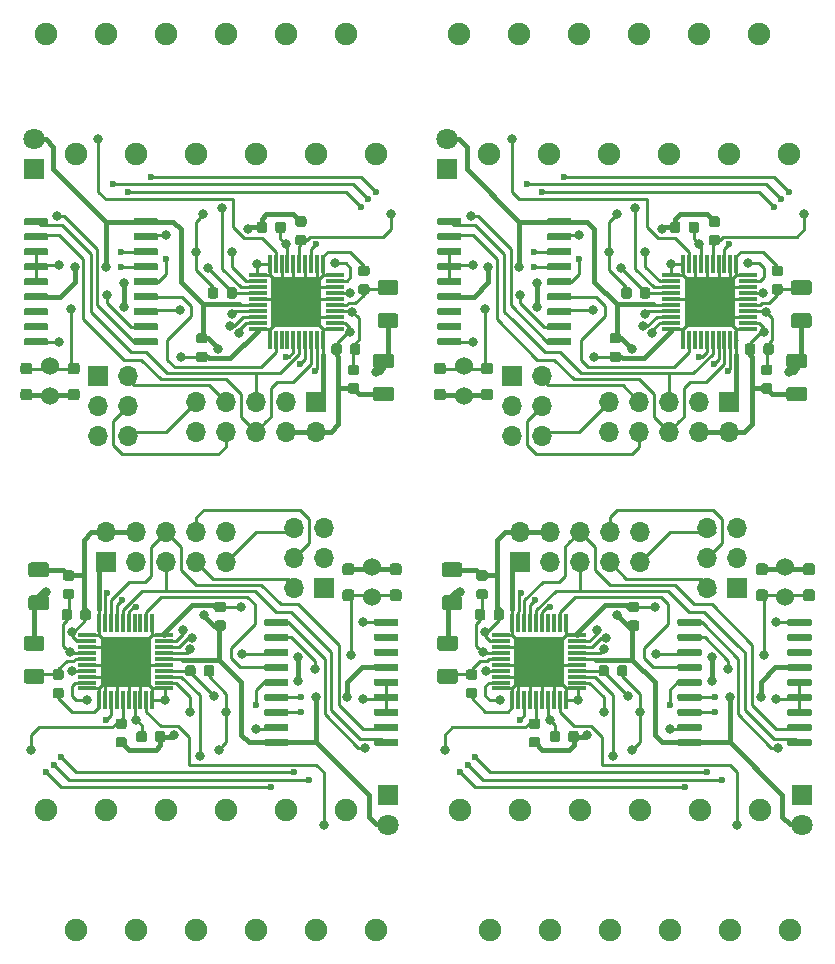
<source format=gtl>
G04 #@! TF.GenerationSoftware,KiCad,Pcbnew,(5.1.5)-3*
G04 #@! TF.CreationDate,2020-06-27T14:29:50+02:00*
G04 #@! TF.ProjectId,REM-MM_4,52454d2d-4d4d-45f3-942e-6b696361645f,V1.0*
G04 #@! TF.SameCoordinates,Original*
G04 #@! TF.FileFunction,Copper,L1,Top*
G04 #@! TF.FilePolarity,Positive*
%FSLAX46Y46*%
G04 Gerber Fmt 4.6, Leading zero omitted, Abs format (unit mm)*
G04 Created by KiCad (PCBNEW (5.1.5)-3) date 2020-06-27 14:29:50*
%MOMM*%
%LPD*%
G04 APERTURE LIST*
%ADD10C,1.524000*%
%ADD11C,0.100000*%
%ADD12C,1.800000*%
%ADD13R,1.800000X1.800000*%
%ADD14C,1.905000*%
%ADD15O,1.700000X1.700000*%
%ADD16R,1.700000X1.700000*%
%ADD17R,1.500000X0.300000*%
%ADD18R,0.300000X1.500000*%
%ADD19R,4.300000X4.300000*%
%ADD20C,2.000000*%
%ADD21C,0.800000*%
%ADD22C,0.600000*%
%ADD23C,0.250000*%
%ADD24C,0.400000*%
G04 APERTURE END LIST*
D10*
X164889000Y-74221000D03*
X164889000Y-76761000D03*
G04 #@! TA.AperFunction,SMDPad,CuDef*
D11*
G36*
X167143504Y-73902204D02*
G01*
X167167773Y-73905804D01*
X167191571Y-73911765D01*
X167214671Y-73920030D01*
X167236849Y-73930520D01*
X167257893Y-73943133D01*
X167277598Y-73957747D01*
X167295777Y-73974223D01*
X167312253Y-73992402D01*
X167326867Y-74012107D01*
X167339480Y-74033151D01*
X167349970Y-74055329D01*
X167358235Y-74078429D01*
X167364196Y-74102227D01*
X167367796Y-74126496D01*
X167369000Y-74151000D01*
X167369000Y-74651000D01*
X167367796Y-74675504D01*
X167364196Y-74699773D01*
X167358235Y-74723571D01*
X167349970Y-74746671D01*
X167339480Y-74768849D01*
X167326867Y-74789893D01*
X167312253Y-74809598D01*
X167295777Y-74827777D01*
X167277598Y-74844253D01*
X167257893Y-74858867D01*
X167236849Y-74871480D01*
X167214671Y-74881970D01*
X167191571Y-74890235D01*
X167167773Y-74896196D01*
X167143504Y-74899796D01*
X167119000Y-74901000D01*
X166619000Y-74901000D01*
X166594496Y-74899796D01*
X166570227Y-74896196D01*
X166546429Y-74890235D01*
X166523329Y-74881970D01*
X166501151Y-74871480D01*
X166480107Y-74858867D01*
X166460402Y-74844253D01*
X166442223Y-74827777D01*
X166425747Y-74809598D01*
X166411133Y-74789893D01*
X166398520Y-74768849D01*
X166388030Y-74746671D01*
X166379765Y-74723571D01*
X166373804Y-74699773D01*
X166370204Y-74675504D01*
X166369000Y-74651000D01*
X166369000Y-74151000D01*
X166370204Y-74126496D01*
X166373804Y-74102227D01*
X166379765Y-74078429D01*
X166388030Y-74055329D01*
X166398520Y-74033151D01*
X166411133Y-74012107D01*
X166425747Y-73992402D01*
X166442223Y-73974223D01*
X166460402Y-73957747D01*
X166480107Y-73943133D01*
X166501151Y-73930520D01*
X166523329Y-73920030D01*
X166546429Y-73911765D01*
X166570227Y-73905804D01*
X166594496Y-73902204D01*
X166619000Y-73901000D01*
X167119000Y-73901000D01*
X167143504Y-73902204D01*
G37*
G04 #@! TD.AperFunction*
G04 #@! TA.AperFunction,SMDPad,CuDef*
G36*
X167143504Y-76102204D02*
G01*
X167167773Y-76105804D01*
X167191571Y-76111765D01*
X167214671Y-76120030D01*
X167236849Y-76130520D01*
X167257893Y-76143133D01*
X167277598Y-76157747D01*
X167295777Y-76174223D01*
X167312253Y-76192402D01*
X167326867Y-76212107D01*
X167339480Y-76233151D01*
X167349970Y-76255329D01*
X167358235Y-76278429D01*
X167364196Y-76302227D01*
X167367796Y-76326496D01*
X167369000Y-76351000D01*
X167369000Y-76851000D01*
X167367796Y-76875504D01*
X167364196Y-76899773D01*
X167358235Y-76923571D01*
X167349970Y-76946671D01*
X167339480Y-76968849D01*
X167326867Y-76989893D01*
X167312253Y-77009598D01*
X167295777Y-77027777D01*
X167277598Y-77044253D01*
X167257893Y-77058867D01*
X167236849Y-77071480D01*
X167214671Y-77081970D01*
X167191571Y-77090235D01*
X167167773Y-77096196D01*
X167143504Y-77099796D01*
X167119000Y-77101000D01*
X166619000Y-77101000D01*
X166594496Y-77099796D01*
X166570227Y-77096196D01*
X166546429Y-77090235D01*
X166523329Y-77081970D01*
X166501151Y-77071480D01*
X166480107Y-77058867D01*
X166460402Y-77044253D01*
X166442223Y-77027777D01*
X166425747Y-77009598D01*
X166411133Y-76989893D01*
X166398520Y-76968849D01*
X166388030Y-76946671D01*
X166379765Y-76923571D01*
X166373804Y-76899773D01*
X166370204Y-76875504D01*
X166369000Y-76851000D01*
X166369000Y-76351000D01*
X166370204Y-76326496D01*
X166373804Y-76302227D01*
X166379765Y-76278429D01*
X166388030Y-76255329D01*
X166398520Y-76233151D01*
X166411133Y-76212107D01*
X166425747Y-76192402D01*
X166442223Y-76174223D01*
X166460402Y-76157747D01*
X166480107Y-76143133D01*
X166501151Y-76130520D01*
X166523329Y-76120030D01*
X166546429Y-76111765D01*
X166570227Y-76105804D01*
X166594496Y-76102204D01*
X166619000Y-76101000D01*
X167119000Y-76101000D01*
X167143504Y-76102204D01*
G37*
G04 #@! TD.AperFunction*
G04 #@! TA.AperFunction,SMDPad,CuDef*
G36*
X163143504Y-76102204D02*
G01*
X163167773Y-76105804D01*
X163191571Y-76111765D01*
X163214671Y-76120030D01*
X163236849Y-76130520D01*
X163257893Y-76143133D01*
X163277598Y-76157747D01*
X163295777Y-76174223D01*
X163312253Y-76192402D01*
X163326867Y-76212107D01*
X163339480Y-76233151D01*
X163349970Y-76255329D01*
X163358235Y-76278429D01*
X163364196Y-76302227D01*
X163367796Y-76326496D01*
X163369000Y-76351000D01*
X163369000Y-76851000D01*
X163367796Y-76875504D01*
X163364196Y-76899773D01*
X163358235Y-76923571D01*
X163349970Y-76946671D01*
X163339480Y-76968849D01*
X163326867Y-76989893D01*
X163312253Y-77009598D01*
X163295777Y-77027777D01*
X163277598Y-77044253D01*
X163257893Y-77058867D01*
X163236849Y-77071480D01*
X163214671Y-77081970D01*
X163191571Y-77090235D01*
X163167773Y-77096196D01*
X163143504Y-77099796D01*
X163119000Y-77101000D01*
X162619000Y-77101000D01*
X162594496Y-77099796D01*
X162570227Y-77096196D01*
X162546429Y-77090235D01*
X162523329Y-77081970D01*
X162501151Y-77071480D01*
X162480107Y-77058867D01*
X162460402Y-77044253D01*
X162442223Y-77027777D01*
X162425747Y-77009598D01*
X162411133Y-76989893D01*
X162398520Y-76968849D01*
X162388030Y-76946671D01*
X162379765Y-76923571D01*
X162373804Y-76899773D01*
X162370204Y-76875504D01*
X162369000Y-76851000D01*
X162369000Y-76351000D01*
X162370204Y-76326496D01*
X162373804Y-76302227D01*
X162379765Y-76278429D01*
X162388030Y-76255329D01*
X162398520Y-76233151D01*
X162411133Y-76212107D01*
X162425747Y-76192402D01*
X162442223Y-76174223D01*
X162460402Y-76157747D01*
X162480107Y-76143133D01*
X162501151Y-76130520D01*
X162523329Y-76120030D01*
X162546429Y-76111765D01*
X162570227Y-76105804D01*
X162594496Y-76102204D01*
X162619000Y-76101000D01*
X163119000Y-76101000D01*
X163143504Y-76102204D01*
G37*
G04 #@! TD.AperFunction*
G04 #@! TA.AperFunction,SMDPad,CuDef*
G36*
X163143504Y-73902204D02*
G01*
X163167773Y-73905804D01*
X163191571Y-73911765D01*
X163214671Y-73920030D01*
X163236849Y-73930520D01*
X163257893Y-73943133D01*
X163277598Y-73957747D01*
X163295777Y-73974223D01*
X163312253Y-73992402D01*
X163326867Y-74012107D01*
X163339480Y-74033151D01*
X163349970Y-74055329D01*
X163358235Y-74078429D01*
X163364196Y-74102227D01*
X163367796Y-74126496D01*
X163369000Y-74151000D01*
X163369000Y-74651000D01*
X163367796Y-74675504D01*
X163364196Y-74699773D01*
X163358235Y-74723571D01*
X163349970Y-74746671D01*
X163339480Y-74768849D01*
X163326867Y-74789893D01*
X163312253Y-74809598D01*
X163295777Y-74827777D01*
X163277598Y-74844253D01*
X163257893Y-74858867D01*
X163236849Y-74871480D01*
X163214671Y-74881970D01*
X163191571Y-74890235D01*
X163167773Y-74896196D01*
X163143504Y-74899796D01*
X163119000Y-74901000D01*
X162619000Y-74901000D01*
X162594496Y-74899796D01*
X162570227Y-74896196D01*
X162546429Y-74890235D01*
X162523329Y-74881970D01*
X162501151Y-74871480D01*
X162480107Y-74858867D01*
X162460402Y-74844253D01*
X162442223Y-74827777D01*
X162425747Y-74809598D01*
X162411133Y-74789893D01*
X162398520Y-74768849D01*
X162388030Y-74746671D01*
X162379765Y-74723571D01*
X162373804Y-74699773D01*
X162370204Y-74675504D01*
X162369000Y-74651000D01*
X162369000Y-74151000D01*
X162370204Y-74126496D01*
X162373804Y-74102227D01*
X162379765Y-74078429D01*
X162388030Y-74055329D01*
X162398520Y-74033151D01*
X162411133Y-74012107D01*
X162425747Y-73992402D01*
X162442223Y-73974223D01*
X162460402Y-73957747D01*
X162480107Y-73943133D01*
X162501151Y-73930520D01*
X162523329Y-73920030D01*
X162546429Y-73911765D01*
X162570227Y-73905804D01*
X162594496Y-73902204D01*
X162619000Y-73901000D01*
X163119000Y-73901000D01*
X163143504Y-73902204D01*
G37*
G04 #@! TD.AperFunction*
D12*
X163500000Y-54960000D03*
D13*
X163500000Y-57500000D03*
G04 #@! TA.AperFunction,SMDPad,CuDef*
D11*
G36*
X173869703Y-61655722D02*
G01*
X173884264Y-61657882D01*
X173898543Y-61661459D01*
X173912403Y-61666418D01*
X173925710Y-61672712D01*
X173938336Y-61680280D01*
X173950159Y-61689048D01*
X173961066Y-61698934D01*
X173970952Y-61709841D01*
X173979720Y-61721664D01*
X173987288Y-61734290D01*
X173993582Y-61747597D01*
X173998541Y-61761457D01*
X174002118Y-61775736D01*
X174004278Y-61790297D01*
X174005000Y-61805000D01*
X174005000Y-62105000D01*
X174004278Y-62119703D01*
X174002118Y-62134264D01*
X173998541Y-62148543D01*
X173993582Y-62162403D01*
X173987288Y-62175710D01*
X173979720Y-62188336D01*
X173970952Y-62200159D01*
X173961066Y-62211066D01*
X173950159Y-62220952D01*
X173938336Y-62229720D01*
X173925710Y-62237288D01*
X173912403Y-62243582D01*
X173898543Y-62248541D01*
X173884264Y-62252118D01*
X173869703Y-62254278D01*
X173855000Y-62255000D01*
X172105000Y-62255000D01*
X172090297Y-62254278D01*
X172075736Y-62252118D01*
X172061457Y-62248541D01*
X172047597Y-62243582D01*
X172034290Y-62237288D01*
X172021664Y-62229720D01*
X172009841Y-62220952D01*
X171998934Y-62211066D01*
X171989048Y-62200159D01*
X171980280Y-62188336D01*
X171972712Y-62175710D01*
X171966418Y-62162403D01*
X171961459Y-62148543D01*
X171957882Y-62134264D01*
X171955722Y-62119703D01*
X171955000Y-62105000D01*
X171955000Y-61805000D01*
X171955722Y-61790297D01*
X171957882Y-61775736D01*
X171961459Y-61761457D01*
X171966418Y-61747597D01*
X171972712Y-61734290D01*
X171980280Y-61721664D01*
X171989048Y-61709841D01*
X171998934Y-61698934D01*
X172009841Y-61689048D01*
X172021664Y-61680280D01*
X172034290Y-61672712D01*
X172047597Y-61666418D01*
X172061457Y-61661459D01*
X172075736Y-61657882D01*
X172090297Y-61655722D01*
X172105000Y-61655000D01*
X173855000Y-61655000D01*
X173869703Y-61655722D01*
G37*
G04 #@! TD.AperFunction*
G04 #@! TA.AperFunction,SMDPad,CuDef*
G36*
X173869703Y-62925722D02*
G01*
X173884264Y-62927882D01*
X173898543Y-62931459D01*
X173912403Y-62936418D01*
X173925710Y-62942712D01*
X173938336Y-62950280D01*
X173950159Y-62959048D01*
X173961066Y-62968934D01*
X173970952Y-62979841D01*
X173979720Y-62991664D01*
X173987288Y-63004290D01*
X173993582Y-63017597D01*
X173998541Y-63031457D01*
X174002118Y-63045736D01*
X174004278Y-63060297D01*
X174005000Y-63075000D01*
X174005000Y-63375000D01*
X174004278Y-63389703D01*
X174002118Y-63404264D01*
X173998541Y-63418543D01*
X173993582Y-63432403D01*
X173987288Y-63445710D01*
X173979720Y-63458336D01*
X173970952Y-63470159D01*
X173961066Y-63481066D01*
X173950159Y-63490952D01*
X173938336Y-63499720D01*
X173925710Y-63507288D01*
X173912403Y-63513582D01*
X173898543Y-63518541D01*
X173884264Y-63522118D01*
X173869703Y-63524278D01*
X173855000Y-63525000D01*
X172105000Y-63525000D01*
X172090297Y-63524278D01*
X172075736Y-63522118D01*
X172061457Y-63518541D01*
X172047597Y-63513582D01*
X172034290Y-63507288D01*
X172021664Y-63499720D01*
X172009841Y-63490952D01*
X171998934Y-63481066D01*
X171989048Y-63470159D01*
X171980280Y-63458336D01*
X171972712Y-63445710D01*
X171966418Y-63432403D01*
X171961459Y-63418543D01*
X171957882Y-63404264D01*
X171955722Y-63389703D01*
X171955000Y-63375000D01*
X171955000Y-63075000D01*
X171955722Y-63060297D01*
X171957882Y-63045736D01*
X171961459Y-63031457D01*
X171966418Y-63017597D01*
X171972712Y-63004290D01*
X171980280Y-62991664D01*
X171989048Y-62979841D01*
X171998934Y-62968934D01*
X172009841Y-62959048D01*
X172021664Y-62950280D01*
X172034290Y-62942712D01*
X172047597Y-62936418D01*
X172061457Y-62931459D01*
X172075736Y-62927882D01*
X172090297Y-62925722D01*
X172105000Y-62925000D01*
X173855000Y-62925000D01*
X173869703Y-62925722D01*
G37*
G04 #@! TD.AperFunction*
G04 #@! TA.AperFunction,SMDPad,CuDef*
G36*
X173869703Y-64195722D02*
G01*
X173884264Y-64197882D01*
X173898543Y-64201459D01*
X173912403Y-64206418D01*
X173925710Y-64212712D01*
X173938336Y-64220280D01*
X173950159Y-64229048D01*
X173961066Y-64238934D01*
X173970952Y-64249841D01*
X173979720Y-64261664D01*
X173987288Y-64274290D01*
X173993582Y-64287597D01*
X173998541Y-64301457D01*
X174002118Y-64315736D01*
X174004278Y-64330297D01*
X174005000Y-64345000D01*
X174005000Y-64645000D01*
X174004278Y-64659703D01*
X174002118Y-64674264D01*
X173998541Y-64688543D01*
X173993582Y-64702403D01*
X173987288Y-64715710D01*
X173979720Y-64728336D01*
X173970952Y-64740159D01*
X173961066Y-64751066D01*
X173950159Y-64760952D01*
X173938336Y-64769720D01*
X173925710Y-64777288D01*
X173912403Y-64783582D01*
X173898543Y-64788541D01*
X173884264Y-64792118D01*
X173869703Y-64794278D01*
X173855000Y-64795000D01*
X172105000Y-64795000D01*
X172090297Y-64794278D01*
X172075736Y-64792118D01*
X172061457Y-64788541D01*
X172047597Y-64783582D01*
X172034290Y-64777288D01*
X172021664Y-64769720D01*
X172009841Y-64760952D01*
X171998934Y-64751066D01*
X171989048Y-64740159D01*
X171980280Y-64728336D01*
X171972712Y-64715710D01*
X171966418Y-64702403D01*
X171961459Y-64688543D01*
X171957882Y-64674264D01*
X171955722Y-64659703D01*
X171955000Y-64645000D01*
X171955000Y-64345000D01*
X171955722Y-64330297D01*
X171957882Y-64315736D01*
X171961459Y-64301457D01*
X171966418Y-64287597D01*
X171972712Y-64274290D01*
X171980280Y-64261664D01*
X171989048Y-64249841D01*
X171998934Y-64238934D01*
X172009841Y-64229048D01*
X172021664Y-64220280D01*
X172034290Y-64212712D01*
X172047597Y-64206418D01*
X172061457Y-64201459D01*
X172075736Y-64197882D01*
X172090297Y-64195722D01*
X172105000Y-64195000D01*
X173855000Y-64195000D01*
X173869703Y-64195722D01*
G37*
G04 #@! TD.AperFunction*
G04 #@! TA.AperFunction,SMDPad,CuDef*
G36*
X173869703Y-65465722D02*
G01*
X173884264Y-65467882D01*
X173898543Y-65471459D01*
X173912403Y-65476418D01*
X173925710Y-65482712D01*
X173938336Y-65490280D01*
X173950159Y-65499048D01*
X173961066Y-65508934D01*
X173970952Y-65519841D01*
X173979720Y-65531664D01*
X173987288Y-65544290D01*
X173993582Y-65557597D01*
X173998541Y-65571457D01*
X174002118Y-65585736D01*
X174004278Y-65600297D01*
X174005000Y-65615000D01*
X174005000Y-65915000D01*
X174004278Y-65929703D01*
X174002118Y-65944264D01*
X173998541Y-65958543D01*
X173993582Y-65972403D01*
X173987288Y-65985710D01*
X173979720Y-65998336D01*
X173970952Y-66010159D01*
X173961066Y-66021066D01*
X173950159Y-66030952D01*
X173938336Y-66039720D01*
X173925710Y-66047288D01*
X173912403Y-66053582D01*
X173898543Y-66058541D01*
X173884264Y-66062118D01*
X173869703Y-66064278D01*
X173855000Y-66065000D01*
X172105000Y-66065000D01*
X172090297Y-66064278D01*
X172075736Y-66062118D01*
X172061457Y-66058541D01*
X172047597Y-66053582D01*
X172034290Y-66047288D01*
X172021664Y-66039720D01*
X172009841Y-66030952D01*
X171998934Y-66021066D01*
X171989048Y-66010159D01*
X171980280Y-65998336D01*
X171972712Y-65985710D01*
X171966418Y-65972403D01*
X171961459Y-65958543D01*
X171957882Y-65944264D01*
X171955722Y-65929703D01*
X171955000Y-65915000D01*
X171955000Y-65615000D01*
X171955722Y-65600297D01*
X171957882Y-65585736D01*
X171961459Y-65571457D01*
X171966418Y-65557597D01*
X171972712Y-65544290D01*
X171980280Y-65531664D01*
X171989048Y-65519841D01*
X171998934Y-65508934D01*
X172009841Y-65499048D01*
X172021664Y-65490280D01*
X172034290Y-65482712D01*
X172047597Y-65476418D01*
X172061457Y-65471459D01*
X172075736Y-65467882D01*
X172090297Y-65465722D01*
X172105000Y-65465000D01*
X173855000Y-65465000D01*
X173869703Y-65465722D01*
G37*
G04 #@! TD.AperFunction*
G04 #@! TA.AperFunction,SMDPad,CuDef*
G36*
X173869703Y-66735722D02*
G01*
X173884264Y-66737882D01*
X173898543Y-66741459D01*
X173912403Y-66746418D01*
X173925710Y-66752712D01*
X173938336Y-66760280D01*
X173950159Y-66769048D01*
X173961066Y-66778934D01*
X173970952Y-66789841D01*
X173979720Y-66801664D01*
X173987288Y-66814290D01*
X173993582Y-66827597D01*
X173998541Y-66841457D01*
X174002118Y-66855736D01*
X174004278Y-66870297D01*
X174005000Y-66885000D01*
X174005000Y-67185000D01*
X174004278Y-67199703D01*
X174002118Y-67214264D01*
X173998541Y-67228543D01*
X173993582Y-67242403D01*
X173987288Y-67255710D01*
X173979720Y-67268336D01*
X173970952Y-67280159D01*
X173961066Y-67291066D01*
X173950159Y-67300952D01*
X173938336Y-67309720D01*
X173925710Y-67317288D01*
X173912403Y-67323582D01*
X173898543Y-67328541D01*
X173884264Y-67332118D01*
X173869703Y-67334278D01*
X173855000Y-67335000D01*
X172105000Y-67335000D01*
X172090297Y-67334278D01*
X172075736Y-67332118D01*
X172061457Y-67328541D01*
X172047597Y-67323582D01*
X172034290Y-67317288D01*
X172021664Y-67309720D01*
X172009841Y-67300952D01*
X171998934Y-67291066D01*
X171989048Y-67280159D01*
X171980280Y-67268336D01*
X171972712Y-67255710D01*
X171966418Y-67242403D01*
X171961459Y-67228543D01*
X171957882Y-67214264D01*
X171955722Y-67199703D01*
X171955000Y-67185000D01*
X171955000Y-66885000D01*
X171955722Y-66870297D01*
X171957882Y-66855736D01*
X171961459Y-66841457D01*
X171966418Y-66827597D01*
X171972712Y-66814290D01*
X171980280Y-66801664D01*
X171989048Y-66789841D01*
X171998934Y-66778934D01*
X172009841Y-66769048D01*
X172021664Y-66760280D01*
X172034290Y-66752712D01*
X172047597Y-66746418D01*
X172061457Y-66741459D01*
X172075736Y-66737882D01*
X172090297Y-66735722D01*
X172105000Y-66735000D01*
X173855000Y-66735000D01*
X173869703Y-66735722D01*
G37*
G04 #@! TD.AperFunction*
G04 #@! TA.AperFunction,SMDPad,CuDef*
G36*
X173869703Y-68005722D02*
G01*
X173884264Y-68007882D01*
X173898543Y-68011459D01*
X173912403Y-68016418D01*
X173925710Y-68022712D01*
X173938336Y-68030280D01*
X173950159Y-68039048D01*
X173961066Y-68048934D01*
X173970952Y-68059841D01*
X173979720Y-68071664D01*
X173987288Y-68084290D01*
X173993582Y-68097597D01*
X173998541Y-68111457D01*
X174002118Y-68125736D01*
X174004278Y-68140297D01*
X174005000Y-68155000D01*
X174005000Y-68455000D01*
X174004278Y-68469703D01*
X174002118Y-68484264D01*
X173998541Y-68498543D01*
X173993582Y-68512403D01*
X173987288Y-68525710D01*
X173979720Y-68538336D01*
X173970952Y-68550159D01*
X173961066Y-68561066D01*
X173950159Y-68570952D01*
X173938336Y-68579720D01*
X173925710Y-68587288D01*
X173912403Y-68593582D01*
X173898543Y-68598541D01*
X173884264Y-68602118D01*
X173869703Y-68604278D01*
X173855000Y-68605000D01*
X172105000Y-68605000D01*
X172090297Y-68604278D01*
X172075736Y-68602118D01*
X172061457Y-68598541D01*
X172047597Y-68593582D01*
X172034290Y-68587288D01*
X172021664Y-68579720D01*
X172009841Y-68570952D01*
X171998934Y-68561066D01*
X171989048Y-68550159D01*
X171980280Y-68538336D01*
X171972712Y-68525710D01*
X171966418Y-68512403D01*
X171961459Y-68498543D01*
X171957882Y-68484264D01*
X171955722Y-68469703D01*
X171955000Y-68455000D01*
X171955000Y-68155000D01*
X171955722Y-68140297D01*
X171957882Y-68125736D01*
X171961459Y-68111457D01*
X171966418Y-68097597D01*
X171972712Y-68084290D01*
X171980280Y-68071664D01*
X171989048Y-68059841D01*
X171998934Y-68048934D01*
X172009841Y-68039048D01*
X172021664Y-68030280D01*
X172034290Y-68022712D01*
X172047597Y-68016418D01*
X172061457Y-68011459D01*
X172075736Y-68007882D01*
X172090297Y-68005722D01*
X172105000Y-68005000D01*
X173855000Y-68005000D01*
X173869703Y-68005722D01*
G37*
G04 #@! TD.AperFunction*
G04 #@! TA.AperFunction,SMDPad,CuDef*
G36*
X173869703Y-69275722D02*
G01*
X173884264Y-69277882D01*
X173898543Y-69281459D01*
X173912403Y-69286418D01*
X173925710Y-69292712D01*
X173938336Y-69300280D01*
X173950159Y-69309048D01*
X173961066Y-69318934D01*
X173970952Y-69329841D01*
X173979720Y-69341664D01*
X173987288Y-69354290D01*
X173993582Y-69367597D01*
X173998541Y-69381457D01*
X174002118Y-69395736D01*
X174004278Y-69410297D01*
X174005000Y-69425000D01*
X174005000Y-69725000D01*
X174004278Y-69739703D01*
X174002118Y-69754264D01*
X173998541Y-69768543D01*
X173993582Y-69782403D01*
X173987288Y-69795710D01*
X173979720Y-69808336D01*
X173970952Y-69820159D01*
X173961066Y-69831066D01*
X173950159Y-69840952D01*
X173938336Y-69849720D01*
X173925710Y-69857288D01*
X173912403Y-69863582D01*
X173898543Y-69868541D01*
X173884264Y-69872118D01*
X173869703Y-69874278D01*
X173855000Y-69875000D01*
X172105000Y-69875000D01*
X172090297Y-69874278D01*
X172075736Y-69872118D01*
X172061457Y-69868541D01*
X172047597Y-69863582D01*
X172034290Y-69857288D01*
X172021664Y-69849720D01*
X172009841Y-69840952D01*
X171998934Y-69831066D01*
X171989048Y-69820159D01*
X171980280Y-69808336D01*
X171972712Y-69795710D01*
X171966418Y-69782403D01*
X171961459Y-69768543D01*
X171957882Y-69754264D01*
X171955722Y-69739703D01*
X171955000Y-69725000D01*
X171955000Y-69425000D01*
X171955722Y-69410297D01*
X171957882Y-69395736D01*
X171961459Y-69381457D01*
X171966418Y-69367597D01*
X171972712Y-69354290D01*
X171980280Y-69341664D01*
X171989048Y-69329841D01*
X171998934Y-69318934D01*
X172009841Y-69309048D01*
X172021664Y-69300280D01*
X172034290Y-69292712D01*
X172047597Y-69286418D01*
X172061457Y-69281459D01*
X172075736Y-69277882D01*
X172090297Y-69275722D01*
X172105000Y-69275000D01*
X173855000Y-69275000D01*
X173869703Y-69275722D01*
G37*
G04 #@! TD.AperFunction*
G04 #@! TA.AperFunction,SMDPad,CuDef*
G36*
X173869703Y-70545722D02*
G01*
X173884264Y-70547882D01*
X173898543Y-70551459D01*
X173912403Y-70556418D01*
X173925710Y-70562712D01*
X173938336Y-70570280D01*
X173950159Y-70579048D01*
X173961066Y-70588934D01*
X173970952Y-70599841D01*
X173979720Y-70611664D01*
X173987288Y-70624290D01*
X173993582Y-70637597D01*
X173998541Y-70651457D01*
X174002118Y-70665736D01*
X174004278Y-70680297D01*
X174005000Y-70695000D01*
X174005000Y-70995000D01*
X174004278Y-71009703D01*
X174002118Y-71024264D01*
X173998541Y-71038543D01*
X173993582Y-71052403D01*
X173987288Y-71065710D01*
X173979720Y-71078336D01*
X173970952Y-71090159D01*
X173961066Y-71101066D01*
X173950159Y-71110952D01*
X173938336Y-71119720D01*
X173925710Y-71127288D01*
X173912403Y-71133582D01*
X173898543Y-71138541D01*
X173884264Y-71142118D01*
X173869703Y-71144278D01*
X173855000Y-71145000D01*
X172105000Y-71145000D01*
X172090297Y-71144278D01*
X172075736Y-71142118D01*
X172061457Y-71138541D01*
X172047597Y-71133582D01*
X172034290Y-71127288D01*
X172021664Y-71119720D01*
X172009841Y-71110952D01*
X171998934Y-71101066D01*
X171989048Y-71090159D01*
X171980280Y-71078336D01*
X171972712Y-71065710D01*
X171966418Y-71052403D01*
X171961459Y-71038543D01*
X171957882Y-71024264D01*
X171955722Y-71009703D01*
X171955000Y-70995000D01*
X171955000Y-70695000D01*
X171955722Y-70680297D01*
X171957882Y-70665736D01*
X171961459Y-70651457D01*
X171966418Y-70637597D01*
X171972712Y-70624290D01*
X171980280Y-70611664D01*
X171989048Y-70599841D01*
X171998934Y-70588934D01*
X172009841Y-70579048D01*
X172021664Y-70570280D01*
X172034290Y-70562712D01*
X172047597Y-70556418D01*
X172061457Y-70551459D01*
X172075736Y-70547882D01*
X172090297Y-70545722D01*
X172105000Y-70545000D01*
X173855000Y-70545000D01*
X173869703Y-70545722D01*
G37*
G04 #@! TD.AperFunction*
G04 #@! TA.AperFunction,SMDPad,CuDef*
G36*
X173869703Y-71815722D02*
G01*
X173884264Y-71817882D01*
X173898543Y-71821459D01*
X173912403Y-71826418D01*
X173925710Y-71832712D01*
X173938336Y-71840280D01*
X173950159Y-71849048D01*
X173961066Y-71858934D01*
X173970952Y-71869841D01*
X173979720Y-71881664D01*
X173987288Y-71894290D01*
X173993582Y-71907597D01*
X173998541Y-71921457D01*
X174002118Y-71935736D01*
X174004278Y-71950297D01*
X174005000Y-71965000D01*
X174005000Y-72265000D01*
X174004278Y-72279703D01*
X174002118Y-72294264D01*
X173998541Y-72308543D01*
X173993582Y-72322403D01*
X173987288Y-72335710D01*
X173979720Y-72348336D01*
X173970952Y-72360159D01*
X173961066Y-72371066D01*
X173950159Y-72380952D01*
X173938336Y-72389720D01*
X173925710Y-72397288D01*
X173912403Y-72403582D01*
X173898543Y-72408541D01*
X173884264Y-72412118D01*
X173869703Y-72414278D01*
X173855000Y-72415000D01*
X172105000Y-72415000D01*
X172090297Y-72414278D01*
X172075736Y-72412118D01*
X172061457Y-72408541D01*
X172047597Y-72403582D01*
X172034290Y-72397288D01*
X172021664Y-72389720D01*
X172009841Y-72380952D01*
X171998934Y-72371066D01*
X171989048Y-72360159D01*
X171980280Y-72348336D01*
X171972712Y-72335710D01*
X171966418Y-72322403D01*
X171961459Y-72308543D01*
X171957882Y-72294264D01*
X171955722Y-72279703D01*
X171955000Y-72265000D01*
X171955000Y-71965000D01*
X171955722Y-71950297D01*
X171957882Y-71935736D01*
X171961459Y-71921457D01*
X171966418Y-71907597D01*
X171972712Y-71894290D01*
X171980280Y-71881664D01*
X171989048Y-71869841D01*
X171998934Y-71858934D01*
X172009841Y-71849048D01*
X172021664Y-71840280D01*
X172034290Y-71832712D01*
X172047597Y-71826418D01*
X172061457Y-71821459D01*
X172075736Y-71817882D01*
X172090297Y-71815722D01*
X172105000Y-71815000D01*
X173855000Y-71815000D01*
X173869703Y-71815722D01*
G37*
G04 #@! TD.AperFunction*
G04 #@! TA.AperFunction,SMDPad,CuDef*
G36*
X164569703Y-71815722D02*
G01*
X164584264Y-71817882D01*
X164598543Y-71821459D01*
X164612403Y-71826418D01*
X164625710Y-71832712D01*
X164638336Y-71840280D01*
X164650159Y-71849048D01*
X164661066Y-71858934D01*
X164670952Y-71869841D01*
X164679720Y-71881664D01*
X164687288Y-71894290D01*
X164693582Y-71907597D01*
X164698541Y-71921457D01*
X164702118Y-71935736D01*
X164704278Y-71950297D01*
X164705000Y-71965000D01*
X164705000Y-72265000D01*
X164704278Y-72279703D01*
X164702118Y-72294264D01*
X164698541Y-72308543D01*
X164693582Y-72322403D01*
X164687288Y-72335710D01*
X164679720Y-72348336D01*
X164670952Y-72360159D01*
X164661066Y-72371066D01*
X164650159Y-72380952D01*
X164638336Y-72389720D01*
X164625710Y-72397288D01*
X164612403Y-72403582D01*
X164598543Y-72408541D01*
X164584264Y-72412118D01*
X164569703Y-72414278D01*
X164555000Y-72415000D01*
X162805000Y-72415000D01*
X162790297Y-72414278D01*
X162775736Y-72412118D01*
X162761457Y-72408541D01*
X162747597Y-72403582D01*
X162734290Y-72397288D01*
X162721664Y-72389720D01*
X162709841Y-72380952D01*
X162698934Y-72371066D01*
X162689048Y-72360159D01*
X162680280Y-72348336D01*
X162672712Y-72335710D01*
X162666418Y-72322403D01*
X162661459Y-72308543D01*
X162657882Y-72294264D01*
X162655722Y-72279703D01*
X162655000Y-72265000D01*
X162655000Y-71965000D01*
X162655722Y-71950297D01*
X162657882Y-71935736D01*
X162661459Y-71921457D01*
X162666418Y-71907597D01*
X162672712Y-71894290D01*
X162680280Y-71881664D01*
X162689048Y-71869841D01*
X162698934Y-71858934D01*
X162709841Y-71849048D01*
X162721664Y-71840280D01*
X162734290Y-71832712D01*
X162747597Y-71826418D01*
X162761457Y-71821459D01*
X162775736Y-71817882D01*
X162790297Y-71815722D01*
X162805000Y-71815000D01*
X164555000Y-71815000D01*
X164569703Y-71815722D01*
G37*
G04 #@! TD.AperFunction*
G04 #@! TA.AperFunction,SMDPad,CuDef*
G36*
X164569703Y-70545722D02*
G01*
X164584264Y-70547882D01*
X164598543Y-70551459D01*
X164612403Y-70556418D01*
X164625710Y-70562712D01*
X164638336Y-70570280D01*
X164650159Y-70579048D01*
X164661066Y-70588934D01*
X164670952Y-70599841D01*
X164679720Y-70611664D01*
X164687288Y-70624290D01*
X164693582Y-70637597D01*
X164698541Y-70651457D01*
X164702118Y-70665736D01*
X164704278Y-70680297D01*
X164705000Y-70695000D01*
X164705000Y-70995000D01*
X164704278Y-71009703D01*
X164702118Y-71024264D01*
X164698541Y-71038543D01*
X164693582Y-71052403D01*
X164687288Y-71065710D01*
X164679720Y-71078336D01*
X164670952Y-71090159D01*
X164661066Y-71101066D01*
X164650159Y-71110952D01*
X164638336Y-71119720D01*
X164625710Y-71127288D01*
X164612403Y-71133582D01*
X164598543Y-71138541D01*
X164584264Y-71142118D01*
X164569703Y-71144278D01*
X164555000Y-71145000D01*
X162805000Y-71145000D01*
X162790297Y-71144278D01*
X162775736Y-71142118D01*
X162761457Y-71138541D01*
X162747597Y-71133582D01*
X162734290Y-71127288D01*
X162721664Y-71119720D01*
X162709841Y-71110952D01*
X162698934Y-71101066D01*
X162689048Y-71090159D01*
X162680280Y-71078336D01*
X162672712Y-71065710D01*
X162666418Y-71052403D01*
X162661459Y-71038543D01*
X162657882Y-71024264D01*
X162655722Y-71009703D01*
X162655000Y-70995000D01*
X162655000Y-70695000D01*
X162655722Y-70680297D01*
X162657882Y-70665736D01*
X162661459Y-70651457D01*
X162666418Y-70637597D01*
X162672712Y-70624290D01*
X162680280Y-70611664D01*
X162689048Y-70599841D01*
X162698934Y-70588934D01*
X162709841Y-70579048D01*
X162721664Y-70570280D01*
X162734290Y-70562712D01*
X162747597Y-70556418D01*
X162761457Y-70551459D01*
X162775736Y-70547882D01*
X162790297Y-70545722D01*
X162805000Y-70545000D01*
X164555000Y-70545000D01*
X164569703Y-70545722D01*
G37*
G04 #@! TD.AperFunction*
G04 #@! TA.AperFunction,SMDPad,CuDef*
G36*
X164569703Y-69275722D02*
G01*
X164584264Y-69277882D01*
X164598543Y-69281459D01*
X164612403Y-69286418D01*
X164625710Y-69292712D01*
X164638336Y-69300280D01*
X164650159Y-69309048D01*
X164661066Y-69318934D01*
X164670952Y-69329841D01*
X164679720Y-69341664D01*
X164687288Y-69354290D01*
X164693582Y-69367597D01*
X164698541Y-69381457D01*
X164702118Y-69395736D01*
X164704278Y-69410297D01*
X164705000Y-69425000D01*
X164705000Y-69725000D01*
X164704278Y-69739703D01*
X164702118Y-69754264D01*
X164698541Y-69768543D01*
X164693582Y-69782403D01*
X164687288Y-69795710D01*
X164679720Y-69808336D01*
X164670952Y-69820159D01*
X164661066Y-69831066D01*
X164650159Y-69840952D01*
X164638336Y-69849720D01*
X164625710Y-69857288D01*
X164612403Y-69863582D01*
X164598543Y-69868541D01*
X164584264Y-69872118D01*
X164569703Y-69874278D01*
X164555000Y-69875000D01*
X162805000Y-69875000D01*
X162790297Y-69874278D01*
X162775736Y-69872118D01*
X162761457Y-69868541D01*
X162747597Y-69863582D01*
X162734290Y-69857288D01*
X162721664Y-69849720D01*
X162709841Y-69840952D01*
X162698934Y-69831066D01*
X162689048Y-69820159D01*
X162680280Y-69808336D01*
X162672712Y-69795710D01*
X162666418Y-69782403D01*
X162661459Y-69768543D01*
X162657882Y-69754264D01*
X162655722Y-69739703D01*
X162655000Y-69725000D01*
X162655000Y-69425000D01*
X162655722Y-69410297D01*
X162657882Y-69395736D01*
X162661459Y-69381457D01*
X162666418Y-69367597D01*
X162672712Y-69354290D01*
X162680280Y-69341664D01*
X162689048Y-69329841D01*
X162698934Y-69318934D01*
X162709841Y-69309048D01*
X162721664Y-69300280D01*
X162734290Y-69292712D01*
X162747597Y-69286418D01*
X162761457Y-69281459D01*
X162775736Y-69277882D01*
X162790297Y-69275722D01*
X162805000Y-69275000D01*
X164555000Y-69275000D01*
X164569703Y-69275722D01*
G37*
G04 #@! TD.AperFunction*
G04 #@! TA.AperFunction,SMDPad,CuDef*
G36*
X164569703Y-68005722D02*
G01*
X164584264Y-68007882D01*
X164598543Y-68011459D01*
X164612403Y-68016418D01*
X164625710Y-68022712D01*
X164638336Y-68030280D01*
X164650159Y-68039048D01*
X164661066Y-68048934D01*
X164670952Y-68059841D01*
X164679720Y-68071664D01*
X164687288Y-68084290D01*
X164693582Y-68097597D01*
X164698541Y-68111457D01*
X164702118Y-68125736D01*
X164704278Y-68140297D01*
X164705000Y-68155000D01*
X164705000Y-68455000D01*
X164704278Y-68469703D01*
X164702118Y-68484264D01*
X164698541Y-68498543D01*
X164693582Y-68512403D01*
X164687288Y-68525710D01*
X164679720Y-68538336D01*
X164670952Y-68550159D01*
X164661066Y-68561066D01*
X164650159Y-68570952D01*
X164638336Y-68579720D01*
X164625710Y-68587288D01*
X164612403Y-68593582D01*
X164598543Y-68598541D01*
X164584264Y-68602118D01*
X164569703Y-68604278D01*
X164555000Y-68605000D01*
X162805000Y-68605000D01*
X162790297Y-68604278D01*
X162775736Y-68602118D01*
X162761457Y-68598541D01*
X162747597Y-68593582D01*
X162734290Y-68587288D01*
X162721664Y-68579720D01*
X162709841Y-68570952D01*
X162698934Y-68561066D01*
X162689048Y-68550159D01*
X162680280Y-68538336D01*
X162672712Y-68525710D01*
X162666418Y-68512403D01*
X162661459Y-68498543D01*
X162657882Y-68484264D01*
X162655722Y-68469703D01*
X162655000Y-68455000D01*
X162655000Y-68155000D01*
X162655722Y-68140297D01*
X162657882Y-68125736D01*
X162661459Y-68111457D01*
X162666418Y-68097597D01*
X162672712Y-68084290D01*
X162680280Y-68071664D01*
X162689048Y-68059841D01*
X162698934Y-68048934D01*
X162709841Y-68039048D01*
X162721664Y-68030280D01*
X162734290Y-68022712D01*
X162747597Y-68016418D01*
X162761457Y-68011459D01*
X162775736Y-68007882D01*
X162790297Y-68005722D01*
X162805000Y-68005000D01*
X164555000Y-68005000D01*
X164569703Y-68005722D01*
G37*
G04 #@! TD.AperFunction*
G04 #@! TA.AperFunction,SMDPad,CuDef*
G36*
X164569703Y-66735722D02*
G01*
X164584264Y-66737882D01*
X164598543Y-66741459D01*
X164612403Y-66746418D01*
X164625710Y-66752712D01*
X164638336Y-66760280D01*
X164650159Y-66769048D01*
X164661066Y-66778934D01*
X164670952Y-66789841D01*
X164679720Y-66801664D01*
X164687288Y-66814290D01*
X164693582Y-66827597D01*
X164698541Y-66841457D01*
X164702118Y-66855736D01*
X164704278Y-66870297D01*
X164705000Y-66885000D01*
X164705000Y-67185000D01*
X164704278Y-67199703D01*
X164702118Y-67214264D01*
X164698541Y-67228543D01*
X164693582Y-67242403D01*
X164687288Y-67255710D01*
X164679720Y-67268336D01*
X164670952Y-67280159D01*
X164661066Y-67291066D01*
X164650159Y-67300952D01*
X164638336Y-67309720D01*
X164625710Y-67317288D01*
X164612403Y-67323582D01*
X164598543Y-67328541D01*
X164584264Y-67332118D01*
X164569703Y-67334278D01*
X164555000Y-67335000D01*
X162805000Y-67335000D01*
X162790297Y-67334278D01*
X162775736Y-67332118D01*
X162761457Y-67328541D01*
X162747597Y-67323582D01*
X162734290Y-67317288D01*
X162721664Y-67309720D01*
X162709841Y-67300952D01*
X162698934Y-67291066D01*
X162689048Y-67280159D01*
X162680280Y-67268336D01*
X162672712Y-67255710D01*
X162666418Y-67242403D01*
X162661459Y-67228543D01*
X162657882Y-67214264D01*
X162655722Y-67199703D01*
X162655000Y-67185000D01*
X162655000Y-66885000D01*
X162655722Y-66870297D01*
X162657882Y-66855736D01*
X162661459Y-66841457D01*
X162666418Y-66827597D01*
X162672712Y-66814290D01*
X162680280Y-66801664D01*
X162689048Y-66789841D01*
X162698934Y-66778934D01*
X162709841Y-66769048D01*
X162721664Y-66760280D01*
X162734290Y-66752712D01*
X162747597Y-66746418D01*
X162761457Y-66741459D01*
X162775736Y-66737882D01*
X162790297Y-66735722D01*
X162805000Y-66735000D01*
X164555000Y-66735000D01*
X164569703Y-66735722D01*
G37*
G04 #@! TD.AperFunction*
G04 #@! TA.AperFunction,SMDPad,CuDef*
G36*
X164569703Y-65465722D02*
G01*
X164584264Y-65467882D01*
X164598543Y-65471459D01*
X164612403Y-65476418D01*
X164625710Y-65482712D01*
X164638336Y-65490280D01*
X164650159Y-65499048D01*
X164661066Y-65508934D01*
X164670952Y-65519841D01*
X164679720Y-65531664D01*
X164687288Y-65544290D01*
X164693582Y-65557597D01*
X164698541Y-65571457D01*
X164702118Y-65585736D01*
X164704278Y-65600297D01*
X164705000Y-65615000D01*
X164705000Y-65915000D01*
X164704278Y-65929703D01*
X164702118Y-65944264D01*
X164698541Y-65958543D01*
X164693582Y-65972403D01*
X164687288Y-65985710D01*
X164679720Y-65998336D01*
X164670952Y-66010159D01*
X164661066Y-66021066D01*
X164650159Y-66030952D01*
X164638336Y-66039720D01*
X164625710Y-66047288D01*
X164612403Y-66053582D01*
X164598543Y-66058541D01*
X164584264Y-66062118D01*
X164569703Y-66064278D01*
X164555000Y-66065000D01*
X162805000Y-66065000D01*
X162790297Y-66064278D01*
X162775736Y-66062118D01*
X162761457Y-66058541D01*
X162747597Y-66053582D01*
X162734290Y-66047288D01*
X162721664Y-66039720D01*
X162709841Y-66030952D01*
X162698934Y-66021066D01*
X162689048Y-66010159D01*
X162680280Y-65998336D01*
X162672712Y-65985710D01*
X162666418Y-65972403D01*
X162661459Y-65958543D01*
X162657882Y-65944264D01*
X162655722Y-65929703D01*
X162655000Y-65915000D01*
X162655000Y-65615000D01*
X162655722Y-65600297D01*
X162657882Y-65585736D01*
X162661459Y-65571457D01*
X162666418Y-65557597D01*
X162672712Y-65544290D01*
X162680280Y-65531664D01*
X162689048Y-65519841D01*
X162698934Y-65508934D01*
X162709841Y-65499048D01*
X162721664Y-65490280D01*
X162734290Y-65482712D01*
X162747597Y-65476418D01*
X162761457Y-65471459D01*
X162775736Y-65467882D01*
X162790297Y-65465722D01*
X162805000Y-65465000D01*
X164555000Y-65465000D01*
X164569703Y-65465722D01*
G37*
G04 #@! TD.AperFunction*
G04 #@! TA.AperFunction,SMDPad,CuDef*
G36*
X164569703Y-64195722D02*
G01*
X164584264Y-64197882D01*
X164598543Y-64201459D01*
X164612403Y-64206418D01*
X164625710Y-64212712D01*
X164638336Y-64220280D01*
X164650159Y-64229048D01*
X164661066Y-64238934D01*
X164670952Y-64249841D01*
X164679720Y-64261664D01*
X164687288Y-64274290D01*
X164693582Y-64287597D01*
X164698541Y-64301457D01*
X164702118Y-64315736D01*
X164704278Y-64330297D01*
X164705000Y-64345000D01*
X164705000Y-64645000D01*
X164704278Y-64659703D01*
X164702118Y-64674264D01*
X164698541Y-64688543D01*
X164693582Y-64702403D01*
X164687288Y-64715710D01*
X164679720Y-64728336D01*
X164670952Y-64740159D01*
X164661066Y-64751066D01*
X164650159Y-64760952D01*
X164638336Y-64769720D01*
X164625710Y-64777288D01*
X164612403Y-64783582D01*
X164598543Y-64788541D01*
X164584264Y-64792118D01*
X164569703Y-64794278D01*
X164555000Y-64795000D01*
X162805000Y-64795000D01*
X162790297Y-64794278D01*
X162775736Y-64792118D01*
X162761457Y-64788541D01*
X162747597Y-64783582D01*
X162734290Y-64777288D01*
X162721664Y-64769720D01*
X162709841Y-64760952D01*
X162698934Y-64751066D01*
X162689048Y-64740159D01*
X162680280Y-64728336D01*
X162672712Y-64715710D01*
X162666418Y-64702403D01*
X162661459Y-64688543D01*
X162657882Y-64674264D01*
X162655722Y-64659703D01*
X162655000Y-64645000D01*
X162655000Y-64345000D01*
X162655722Y-64330297D01*
X162657882Y-64315736D01*
X162661459Y-64301457D01*
X162666418Y-64287597D01*
X162672712Y-64274290D01*
X162680280Y-64261664D01*
X162689048Y-64249841D01*
X162698934Y-64238934D01*
X162709841Y-64229048D01*
X162721664Y-64220280D01*
X162734290Y-64212712D01*
X162747597Y-64206418D01*
X162761457Y-64201459D01*
X162775736Y-64197882D01*
X162790297Y-64195722D01*
X162805000Y-64195000D01*
X164555000Y-64195000D01*
X164569703Y-64195722D01*
G37*
G04 #@! TD.AperFunction*
G04 #@! TA.AperFunction,SMDPad,CuDef*
G36*
X164569703Y-62925722D02*
G01*
X164584264Y-62927882D01*
X164598543Y-62931459D01*
X164612403Y-62936418D01*
X164625710Y-62942712D01*
X164638336Y-62950280D01*
X164650159Y-62959048D01*
X164661066Y-62968934D01*
X164670952Y-62979841D01*
X164679720Y-62991664D01*
X164687288Y-63004290D01*
X164693582Y-63017597D01*
X164698541Y-63031457D01*
X164702118Y-63045736D01*
X164704278Y-63060297D01*
X164705000Y-63075000D01*
X164705000Y-63375000D01*
X164704278Y-63389703D01*
X164702118Y-63404264D01*
X164698541Y-63418543D01*
X164693582Y-63432403D01*
X164687288Y-63445710D01*
X164679720Y-63458336D01*
X164670952Y-63470159D01*
X164661066Y-63481066D01*
X164650159Y-63490952D01*
X164638336Y-63499720D01*
X164625710Y-63507288D01*
X164612403Y-63513582D01*
X164598543Y-63518541D01*
X164584264Y-63522118D01*
X164569703Y-63524278D01*
X164555000Y-63525000D01*
X162805000Y-63525000D01*
X162790297Y-63524278D01*
X162775736Y-63522118D01*
X162761457Y-63518541D01*
X162747597Y-63513582D01*
X162734290Y-63507288D01*
X162721664Y-63499720D01*
X162709841Y-63490952D01*
X162698934Y-63481066D01*
X162689048Y-63470159D01*
X162680280Y-63458336D01*
X162672712Y-63445710D01*
X162666418Y-63432403D01*
X162661459Y-63418543D01*
X162657882Y-63404264D01*
X162655722Y-63389703D01*
X162655000Y-63375000D01*
X162655000Y-63075000D01*
X162655722Y-63060297D01*
X162657882Y-63045736D01*
X162661459Y-63031457D01*
X162666418Y-63017597D01*
X162672712Y-63004290D01*
X162680280Y-62991664D01*
X162689048Y-62979841D01*
X162698934Y-62968934D01*
X162709841Y-62959048D01*
X162721664Y-62950280D01*
X162734290Y-62942712D01*
X162747597Y-62936418D01*
X162761457Y-62931459D01*
X162775736Y-62927882D01*
X162790297Y-62925722D01*
X162805000Y-62925000D01*
X164555000Y-62925000D01*
X164569703Y-62925722D01*
G37*
G04 #@! TD.AperFunction*
G04 #@! TA.AperFunction,SMDPad,CuDef*
G36*
X164569703Y-61655722D02*
G01*
X164584264Y-61657882D01*
X164598543Y-61661459D01*
X164612403Y-61666418D01*
X164625710Y-61672712D01*
X164638336Y-61680280D01*
X164650159Y-61689048D01*
X164661066Y-61698934D01*
X164670952Y-61709841D01*
X164679720Y-61721664D01*
X164687288Y-61734290D01*
X164693582Y-61747597D01*
X164698541Y-61761457D01*
X164702118Y-61775736D01*
X164704278Y-61790297D01*
X164705000Y-61805000D01*
X164705000Y-62105000D01*
X164704278Y-62119703D01*
X164702118Y-62134264D01*
X164698541Y-62148543D01*
X164693582Y-62162403D01*
X164687288Y-62175710D01*
X164679720Y-62188336D01*
X164670952Y-62200159D01*
X164661066Y-62211066D01*
X164650159Y-62220952D01*
X164638336Y-62229720D01*
X164625710Y-62237288D01*
X164612403Y-62243582D01*
X164598543Y-62248541D01*
X164584264Y-62252118D01*
X164569703Y-62254278D01*
X164555000Y-62255000D01*
X162805000Y-62255000D01*
X162790297Y-62254278D01*
X162775736Y-62252118D01*
X162761457Y-62248541D01*
X162747597Y-62243582D01*
X162734290Y-62237288D01*
X162721664Y-62229720D01*
X162709841Y-62220952D01*
X162698934Y-62211066D01*
X162689048Y-62200159D01*
X162680280Y-62188336D01*
X162672712Y-62175710D01*
X162666418Y-62162403D01*
X162661459Y-62148543D01*
X162657882Y-62134264D01*
X162655722Y-62119703D01*
X162655000Y-62105000D01*
X162655000Y-61805000D01*
X162655722Y-61790297D01*
X162657882Y-61775736D01*
X162661459Y-61761457D01*
X162666418Y-61747597D01*
X162672712Y-61734290D01*
X162680280Y-61721664D01*
X162689048Y-61709841D01*
X162698934Y-61698934D01*
X162709841Y-61689048D01*
X162721664Y-61680280D01*
X162734290Y-61672712D01*
X162747597Y-61666418D01*
X162761457Y-61661459D01*
X162775736Y-61657882D01*
X162790297Y-61655722D01*
X162805000Y-61655000D01*
X164555000Y-61655000D01*
X164569703Y-61655722D01*
G37*
G04 #@! TD.AperFunction*
D14*
X192460000Y-56240000D03*
X189920000Y-46080000D03*
X187380000Y-56240000D03*
X184840000Y-46080000D03*
X182300000Y-56240000D03*
X179760000Y-46080000D03*
X177220000Y-56240000D03*
X174680000Y-46080000D03*
X172140000Y-56240000D03*
X169600000Y-46080000D03*
X167060000Y-56240000D03*
X164520000Y-46080000D03*
D15*
X177220000Y-79735000D03*
X177220000Y-77195000D03*
X179760000Y-79735000D03*
X179760000Y-77195000D03*
X182300000Y-79735000D03*
X182300000Y-77195000D03*
X184840000Y-79735000D03*
X184840000Y-77195000D03*
X187380000Y-79735000D03*
D16*
X187380000Y-77195000D03*
D17*
X188975000Y-71015000D03*
X188975000Y-70515000D03*
X188975000Y-70015000D03*
X188975000Y-69515000D03*
X188975000Y-69015000D03*
X188975000Y-68515000D03*
X188975000Y-68015000D03*
X188975000Y-67515000D03*
X188975000Y-67015000D03*
X188975000Y-66515000D03*
D18*
X187975000Y-65515000D03*
X187475000Y-65515000D03*
X186975000Y-65515000D03*
X186475000Y-65515000D03*
X185975000Y-65515000D03*
X185475000Y-65515000D03*
X184975000Y-65515000D03*
X184475000Y-65515000D03*
X183975000Y-65515000D03*
X183475000Y-65515000D03*
D17*
X182475000Y-66515000D03*
X182475000Y-67015000D03*
X182475000Y-67515000D03*
X182475000Y-68015000D03*
X182475000Y-68515000D03*
X182475000Y-69015000D03*
X182475000Y-69515000D03*
X182475000Y-70015000D03*
X182475000Y-70515000D03*
X182475000Y-71015000D03*
D18*
X183475000Y-72015000D03*
X183975000Y-72015000D03*
X184475000Y-72015000D03*
X184975000Y-72015000D03*
X185475000Y-72015000D03*
X185975000Y-72015000D03*
X186475000Y-72015000D03*
X186975000Y-72015000D03*
X187475000Y-72015000D03*
X187975000Y-72015000D03*
D19*
X185725000Y-68765000D03*
D15*
X171505000Y-80116000D03*
X168965000Y-80116000D03*
X171505000Y-77576000D03*
X168965000Y-77576000D03*
X171505000Y-75036000D03*
D16*
X168965000Y-75036000D03*
G04 #@! TA.AperFunction,SMDPad,CuDef*
D11*
G36*
X190832691Y-74066053D02*
G01*
X190853926Y-74069203D01*
X190874750Y-74074419D01*
X190894962Y-74081651D01*
X190914368Y-74090830D01*
X190932781Y-74101866D01*
X190950024Y-74114654D01*
X190965930Y-74129070D01*
X190980346Y-74144976D01*
X190993134Y-74162219D01*
X191004170Y-74180632D01*
X191013349Y-74200038D01*
X191020581Y-74220250D01*
X191025797Y-74241074D01*
X191028947Y-74262309D01*
X191030000Y-74283750D01*
X191030000Y-74721250D01*
X191028947Y-74742691D01*
X191025797Y-74763926D01*
X191020581Y-74784750D01*
X191013349Y-74804962D01*
X191004170Y-74824368D01*
X190993134Y-74842781D01*
X190980346Y-74860024D01*
X190965930Y-74875930D01*
X190950024Y-74890346D01*
X190932781Y-74903134D01*
X190914368Y-74914170D01*
X190894962Y-74923349D01*
X190874750Y-74930581D01*
X190853926Y-74935797D01*
X190832691Y-74938947D01*
X190811250Y-74940000D01*
X190298750Y-74940000D01*
X190277309Y-74938947D01*
X190256074Y-74935797D01*
X190235250Y-74930581D01*
X190215038Y-74923349D01*
X190195632Y-74914170D01*
X190177219Y-74903134D01*
X190159976Y-74890346D01*
X190144070Y-74875930D01*
X190129654Y-74860024D01*
X190116866Y-74842781D01*
X190105830Y-74824368D01*
X190096651Y-74804962D01*
X190089419Y-74784750D01*
X190084203Y-74763926D01*
X190081053Y-74742691D01*
X190080000Y-74721250D01*
X190080000Y-74283750D01*
X190081053Y-74262309D01*
X190084203Y-74241074D01*
X190089419Y-74220250D01*
X190096651Y-74200038D01*
X190105830Y-74180632D01*
X190116866Y-74162219D01*
X190129654Y-74144976D01*
X190144070Y-74129070D01*
X190159976Y-74114654D01*
X190177219Y-74101866D01*
X190195632Y-74090830D01*
X190215038Y-74081651D01*
X190235250Y-74074419D01*
X190256074Y-74069203D01*
X190277309Y-74066053D01*
X190298750Y-74065000D01*
X190811250Y-74065000D01*
X190832691Y-74066053D01*
G37*
G04 #@! TD.AperFunction*
G04 #@! TA.AperFunction,SMDPad,CuDef*
G36*
X190832691Y-75641053D02*
G01*
X190853926Y-75644203D01*
X190874750Y-75649419D01*
X190894962Y-75656651D01*
X190914368Y-75665830D01*
X190932781Y-75676866D01*
X190950024Y-75689654D01*
X190965930Y-75704070D01*
X190980346Y-75719976D01*
X190993134Y-75737219D01*
X191004170Y-75755632D01*
X191013349Y-75775038D01*
X191020581Y-75795250D01*
X191025797Y-75816074D01*
X191028947Y-75837309D01*
X191030000Y-75858750D01*
X191030000Y-76296250D01*
X191028947Y-76317691D01*
X191025797Y-76338926D01*
X191020581Y-76359750D01*
X191013349Y-76379962D01*
X191004170Y-76399368D01*
X190993134Y-76417781D01*
X190980346Y-76435024D01*
X190965930Y-76450930D01*
X190950024Y-76465346D01*
X190932781Y-76478134D01*
X190914368Y-76489170D01*
X190894962Y-76498349D01*
X190874750Y-76505581D01*
X190853926Y-76510797D01*
X190832691Y-76513947D01*
X190811250Y-76515000D01*
X190298750Y-76515000D01*
X190277309Y-76513947D01*
X190256074Y-76510797D01*
X190235250Y-76505581D01*
X190215038Y-76498349D01*
X190195632Y-76489170D01*
X190177219Y-76478134D01*
X190159976Y-76465346D01*
X190144070Y-76450930D01*
X190129654Y-76435024D01*
X190116866Y-76417781D01*
X190105830Y-76399368D01*
X190096651Y-76379962D01*
X190089419Y-76359750D01*
X190084203Y-76338926D01*
X190081053Y-76317691D01*
X190080000Y-76296250D01*
X190080000Y-75858750D01*
X190081053Y-75837309D01*
X190084203Y-75816074D01*
X190089419Y-75795250D01*
X190096651Y-75775038D01*
X190105830Y-75755632D01*
X190116866Y-75737219D01*
X190129654Y-75719976D01*
X190144070Y-75704070D01*
X190159976Y-75689654D01*
X190177219Y-75676866D01*
X190195632Y-75665830D01*
X190215038Y-75656651D01*
X190235250Y-75649419D01*
X190256074Y-75644203D01*
X190277309Y-75641053D01*
X190298750Y-75640000D01*
X190811250Y-75640000D01*
X190832691Y-75641053D01*
G37*
G04 #@! TD.AperFunction*
G04 #@! TA.AperFunction,SMDPad,CuDef*
G36*
X183048191Y-61963553D02*
G01*
X183069426Y-61966703D01*
X183090250Y-61971919D01*
X183110462Y-61979151D01*
X183129868Y-61988330D01*
X183148281Y-61999366D01*
X183165524Y-62012154D01*
X183181430Y-62026570D01*
X183195846Y-62042476D01*
X183208634Y-62059719D01*
X183219670Y-62078132D01*
X183228849Y-62097538D01*
X183236081Y-62117750D01*
X183241297Y-62138574D01*
X183244447Y-62159809D01*
X183245500Y-62181250D01*
X183245500Y-62693750D01*
X183244447Y-62715191D01*
X183241297Y-62736426D01*
X183236081Y-62757250D01*
X183228849Y-62777462D01*
X183219670Y-62796868D01*
X183208634Y-62815281D01*
X183195846Y-62832524D01*
X183181430Y-62848430D01*
X183165524Y-62862846D01*
X183148281Y-62875634D01*
X183129868Y-62886670D01*
X183110462Y-62895849D01*
X183090250Y-62903081D01*
X183069426Y-62908297D01*
X183048191Y-62911447D01*
X183026750Y-62912500D01*
X182589250Y-62912500D01*
X182567809Y-62911447D01*
X182546574Y-62908297D01*
X182525750Y-62903081D01*
X182505538Y-62895849D01*
X182486132Y-62886670D01*
X182467719Y-62875634D01*
X182450476Y-62862846D01*
X182434570Y-62848430D01*
X182420154Y-62832524D01*
X182407366Y-62815281D01*
X182396330Y-62796868D01*
X182387151Y-62777462D01*
X182379919Y-62757250D01*
X182374703Y-62736426D01*
X182371553Y-62715191D01*
X182370500Y-62693750D01*
X182370500Y-62181250D01*
X182371553Y-62159809D01*
X182374703Y-62138574D01*
X182379919Y-62117750D01*
X182387151Y-62097538D01*
X182396330Y-62078132D01*
X182407366Y-62059719D01*
X182420154Y-62042476D01*
X182434570Y-62026570D01*
X182450476Y-62012154D01*
X182467719Y-61999366D01*
X182486132Y-61988330D01*
X182505538Y-61979151D01*
X182525750Y-61971919D01*
X182546574Y-61966703D01*
X182567809Y-61963553D01*
X182589250Y-61962500D01*
X183026750Y-61962500D01*
X183048191Y-61963553D01*
G37*
G04 #@! TD.AperFunction*
G04 #@! TA.AperFunction,SMDPad,CuDef*
G36*
X184623191Y-61963553D02*
G01*
X184644426Y-61966703D01*
X184665250Y-61971919D01*
X184685462Y-61979151D01*
X184704868Y-61988330D01*
X184723281Y-61999366D01*
X184740524Y-62012154D01*
X184756430Y-62026570D01*
X184770846Y-62042476D01*
X184783634Y-62059719D01*
X184794670Y-62078132D01*
X184803849Y-62097538D01*
X184811081Y-62117750D01*
X184816297Y-62138574D01*
X184819447Y-62159809D01*
X184820500Y-62181250D01*
X184820500Y-62693750D01*
X184819447Y-62715191D01*
X184816297Y-62736426D01*
X184811081Y-62757250D01*
X184803849Y-62777462D01*
X184794670Y-62796868D01*
X184783634Y-62815281D01*
X184770846Y-62832524D01*
X184756430Y-62848430D01*
X184740524Y-62862846D01*
X184723281Y-62875634D01*
X184704868Y-62886670D01*
X184685462Y-62895849D01*
X184665250Y-62903081D01*
X184644426Y-62908297D01*
X184623191Y-62911447D01*
X184601750Y-62912500D01*
X184164250Y-62912500D01*
X184142809Y-62911447D01*
X184121574Y-62908297D01*
X184100750Y-62903081D01*
X184080538Y-62895849D01*
X184061132Y-62886670D01*
X184042719Y-62875634D01*
X184025476Y-62862846D01*
X184009570Y-62848430D01*
X183995154Y-62832524D01*
X183982366Y-62815281D01*
X183971330Y-62796868D01*
X183962151Y-62777462D01*
X183954919Y-62757250D01*
X183949703Y-62736426D01*
X183946553Y-62715191D01*
X183945500Y-62693750D01*
X183945500Y-62181250D01*
X183946553Y-62159809D01*
X183949703Y-62138574D01*
X183954919Y-62117750D01*
X183962151Y-62097538D01*
X183971330Y-62078132D01*
X183982366Y-62059719D01*
X183995154Y-62042476D01*
X184009570Y-62026570D01*
X184025476Y-62012154D01*
X184042719Y-61999366D01*
X184061132Y-61988330D01*
X184080538Y-61979151D01*
X184100750Y-61971919D01*
X184121574Y-61966703D01*
X184142809Y-61963553D01*
X184164250Y-61962500D01*
X184601750Y-61962500D01*
X184623191Y-61963553D01*
G37*
G04 #@! TD.AperFunction*
G04 #@! TA.AperFunction,SMDPad,CuDef*
G36*
X186387691Y-61518553D02*
G01*
X186408926Y-61521703D01*
X186429750Y-61526919D01*
X186449962Y-61534151D01*
X186469368Y-61543330D01*
X186487781Y-61554366D01*
X186505024Y-61567154D01*
X186520930Y-61581570D01*
X186535346Y-61597476D01*
X186548134Y-61614719D01*
X186559170Y-61633132D01*
X186568349Y-61652538D01*
X186575581Y-61672750D01*
X186580797Y-61693574D01*
X186583947Y-61714809D01*
X186585000Y-61736250D01*
X186585000Y-62173750D01*
X186583947Y-62195191D01*
X186580797Y-62216426D01*
X186575581Y-62237250D01*
X186568349Y-62257462D01*
X186559170Y-62276868D01*
X186548134Y-62295281D01*
X186535346Y-62312524D01*
X186520930Y-62328430D01*
X186505024Y-62342846D01*
X186487781Y-62355634D01*
X186469368Y-62366670D01*
X186449962Y-62375849D01*
X186429750Y-62383081D01*
X186408926Y-62388297D01*
X186387691Y-62391447D01*
X186366250Y-62392500D01*
X185853750Y-62392500D01*
X185832309Y-62391447D01*
X185811074Y-62388297D01*
X185790250Y-62383081D01*
X185770038Y-62375849D01*
X185750632Y-62366670D01*
X185732219Y-62355634D01*
X185714976Y-62342846D01*
X185699070Y-62328430D01*
X185684654Y-62312524D01*
X185671866Y-62295281D01*
X185660830Y-62276868D01*
X185651651Y-62257462D01*
X185644419Y-62237250D01*
X185639203Y-62216426D01*
X185636053Y-62195191D01*
X185635000Y-62173750D01*
X185635000Y-61736250D01*
X185636053Y-61714809D01*
X185639203Y-61693574D01*
X185644419Y-61672750D01*
X185651651Y-61652538D01*
X185660830Y-61633132D01*
X185671866Y-61614719D01*
X185684654Y-61597476D01*
X185699070Y-61581570D01*
X185714976Y-61567154D01*
X185732219Y-61554366D01*
X185750632Y-61543330D01*
X185770038Y-61534151D01*
X185790250Y-61526919D01*
X185811074Y-61521703D01*
X185832309Y-61518553D01*
X185853750Y-61517500D01*
X186366250Y-61517500D01*
X186387691Y-61518553D01*
G37*
G04 #@! TD.AperFunction*
G04 #@! TA.AperFunction,SMDPad,CuDef*
G36*
X186387691Y-63093553D02*
G01*
X186408926Y-63096703D01*
X186429750Y-63101919D01*
X186449962Y-63109151D01*
X186469368Y-63118330D01*
X186487781Y-63129366D01*
X186505024Y-63142154D01*
X186520930Y-63156570D01*
X186535346Y-63172476D01*
X186548134Y-63189719D01*
X186559170Y-63208132D01*
X186568349Y-63227538D01*
X186575581Y-63247750D01*
X186580797Y-63268574D01*
X186583947Y-63289809D01*
X186585000Y-63311250D01*
X186585000Y-63748750D01*
X186583947Y-63770191D01*
X186580797Y-63791426D01*
X186575581Y-63812250D01*
X186568349Y-63832462D01*
X186559170Y-63851868D01*
X186548134Y-63870281D01*
X186535346Y-63887524D01*
X186520930Y-63903430D01*
X186505024Y-63917846D01*
X186487781Y-63930634D01*
X186469368Y-63941670D01*
X186449962Y-63950849D01*
X186429750Y-63958081D01*
X186408926Y-63963297D01*
X186387691Y-63966447D01*
X186366250Y-63967500D01*
X185853750Y-63967500D01*
X185832309Y-63966447D01*
X185811074Y-63963297D01*
X185790250Y-63958081D01*
X185770038Y-63950849D01*
X185750632Y-63941670D01*
X185732219Y-63930634D01*
X185714976Y-63917846D01*
X185699070Y-63903430D01*
X185684654Y-63887524D01*
X185671866Y-63870281D01*
X185660830Y-63851868D01*
X185651651Y-63832462D01*
X185644419Y-63812250D01*
X185639203Y-63791426D01*
X185636053Y-63770191D01*
X185635000Y-63748750D01*
X185635000Y-63311250D01*
X185636053Y-63289809D01*
X185639203Y-63268574D01*
X185644419Y-63247750D01*
X185651651Y-63227538D01*
X185660830Y-63208132D01*
X185671866Y-63189719D01*
X185684654Y-63172476D01*
X185699070Y-63156570D01*
X185714976Y-63142154D01*
X185732219Y-63129366D01*
X185750632Y-63118330D01*
X185770038Y-63109151D01*
X185790250Y-63101919D01*
X185811074Y-63096703D01*
X185832309Y-63093553D01*
X185853750Y-63092500D01*
X186366250Y-63092500D01*
X186387691Y-63093553D01*
G37*
G04 #@! TD.AperFunction*
G04 #@! TA.AperFunction,SMDPad,CuDef*
G36*
X193744504Y-73136204D02*
G01*
X193768773Y-73139804D01*
X193792571Y-73145765D01*
X193815671Y-73154030D01*
X193837849Y-73164520D01*
X193858893Y-73177133D01*
X193878598Y-73191747D01*
X193896777Y-73208223D01*
X193913253Y-73226402D01*
X193927867Y-73246107D01*
X193940480Y-73267151D01*
X193950970Y-73289329D01*
X193959235Y-73312429D01*
X193965196Y-73336227D01*
X193968796Y-73360496D01*
X193970000Y-73385000D01*
X193970000Y-74135000D01*
X193968796Y-74159504D01*
X193965196Y-74183773D01*
X193959235Y-74207571D01*
X193950970Y-74230671D01*
X193940480Y-74252849D01*
X193927867Y-74273893D01*
X193913253Y-74293598D01*
X193896777Y-74311777D01*
X193878598Y-74328253D01*
X193858893Y-74342867D01*
X193837849Y-74355480D01*
X193815671Y-74365970D01*
X193792571Y-74374235D01*
X193768773Y-74380196D01*
X193744504Y-74383796D01*
X193720000Y-74385000D01*
X192470000Y-74385000D01*
X192445496Y-74383796D01*
X192421227Y-74380196D01*
X192397429Y-74374235D01*
X192374329Y-74365970D01*
X192352151Y-74355480D01*
X192331107Y-74342867D01*
X192311402Y-74328253D01*
X192293223Y-74311777D01*
X192276747Y-74293598D01*
X192262133Y-74273893D01*
X192249520Y-74252849D01*
X192239030Y-74230671D01*
X192230765Y-74207571D01*
X192224804Y-74183773D01*
X192221204Y-74159504D01*
X192220000Y-74135000D01*
X192220000Y-73385000D01*
X192221204Y-73360496D01*
X192224804Y-73336227D01*
X192230765Y-73312429D01*
X192239030Y-73289329D01*
X192249520Y-73267151D01*
X192262133Y-73246107D01*
X192276747Y-73226402D01*
X192293223Y-73208223D01*
X192311402Y-73191747D01*
X192331107Y-73177133D01*
X192352151Y-73164520D01*
X192374329Y-73154030D01*
X192397429Y-73145765D01*
X192421227Y-73139804D01*
X192445496Y-73136204D01*
X192470000Y-73135000D01*
X193720000Y-73135000D01*
X193744504Y-73136204D01*
G37*
G04 #@! TD.AperFunction*
G04 #@! TA.AperFunction,SMDPad,CuDef*
G36*
X193744504Y-75936204D02*
G01*
X193768773Y-75939804D01*
X193792571Y-75945765D01*
X193815671Y-75954030D01*
X193837849Y-75964520D01*
X193858893Y-75977133D01*
X193878598Y-75991747D01*
X193896777Y-76008223D01*
X193913253Y-76026402D01*
X193927867Y-76046107D01*
X193940480Y-76067151D01*
X193950970Y-76089329D01*
X193959235Y-76112429D01*
X193965196Y-76136227D01*
X193968796Y-76160496D01*
X193970000Y-76185000D01*
X193970000Y-76935000D01*
X193968796Y-76959504D01*
X193965196Y-76983773D01*
X193959235Y-77007571D01*
X193950970Y-77030671D01*
X193940480Y-77052849D01*
X193927867Y-77073893D01*
X193913253Y-77093598D01*
X193896777Y-77111777D01*
X193878598Y-77128253D01*
X193858893Y-77142867D01*
X193837849Y-77155480D01*
X193815671Y-77165970D01*
X193792571Y-77174235D01*
X193768773Y-77180196D01*
X193744504Y-77183796D01*
X193720000Y-77185000D01*
X192470000Y-77185000D01*
X192445496Y-77183796D01*
X192421227Y-77180196D01*
X192397429Y-77174235D01*
X192374329Y-77165970D01*
X192352151Y-77155480D01*
X192331107Y-77142867D01*
X192311402Y-77128253D01*
X192293223Y-77111777D01*
X192276747Y-77093598D01*
X192262133Y-77073893D01*
X192249520Y-77052849D01*
X192239030Y-77030671D01*
X192230765Y-77007571D01*
X192224804Y-76983773D01*
X192221204Y-76959504D01*
X192220000Y-76935000D01*
X192220000Y-76185000D01*
X192221204Y-76160496D01*
X192224804Y-76136227D01*
X192230765Y-76112429D01*
X192239030Y-76089329D01*
X192249520Y-76067151D01*
X192262133Y-76046107D01*
X192276747Y-76026402D01*
X192293223Y-76008223D01*
X192311402Y-75991747D01*
X192331107Y-75977133D01*
X192352151Y-75964520D01*
X192374329Y-75954030D01*
X192397429Y-75945765D01*
X192421227Y-75939804D01*
X192445496Y-75936204D01*
X192470000Y-75935000D01*
X193720000Y-75935000D01*
X193744504Y-75936204D01*
G37*
G04 #@! TD.AperFunction*
G04 #@! TA.AperFunction,SMDPad,CuDef*
G36*
X191721691Y-65684053D02*
G01*
X191742926Y-65687203D01*
X191763750Y-65692419D01*
X191783962Y-65699651D01*
X191803368Y-65708830D01*
X191821781Y-65719866D01*
X191839024Y-65732654D01*
X191854930Y-65747070D01*
X191869346Y-65762976D01*
X191882134Y-65780219D01*
X191893170Y-65798632D01*
X191902349Y-65818038D01*
X191909581Y-65838250D01*
X191914797Y-65859074D01*
X191917947Y-65880309D01*
X191919000Y-65901750D01*
X191919000Y-66339250D01*
X191917947Y-66360691D01*
X191914797Y-66381926D01*
X191909581Y-66402750D01*
X191902349Y-66422962D01*
X191893170Y-66442368D01*
X191882134Y-66460781D01*
X191869346Y-66478024D01*
X191854930Y-66493930D01*
X191839024Y-66508346D01*
X191821781Y-66521134D01*
X191803368Y-66532170D01*
X191783962Y-66541349D01*
X191763750Y-66548581D01*
X191742926Y-66553797D01*
X191721691Y-66556947D01*
X191700250Y-66558000D01*
X191187750Y-66558000D01*
X191166309Y-66556947D01*
X191145074Y-66553797D01*
X191124250Y-66548581D01*
X191104038Y-66541349D01*
X191084632Y-66532170D01*
X191066219Y-66521134D01*
X191048976Y-66508346D01*
X191033070Y-66493930D01*
X191018654Y-66478024D01*
X191005866Y-66460781D01*
X190994830Y-66442368D01*
X190985651Y-66422962D01*
X190978419Y-66402750D01*
X190973203Y-66381926D01*
X190970053Y-66360691D01*
X190969000Y-66339250D01*
X190969000Y-65901750D01*
X190970053Y-65880309D01*
X190973203Y-65859074D01*
X190978419Y-65838250D01*
X190985651Y-65818038D01*
X190994830Y-65798632D01*
X191005866Y-65780219D01*
X191018654Y-65762976D01*
X191033070Y-65747070D01*
X191048976Y-65732654D01*
X191066219Y-65719866D01*
X191084632Y-65708830D01*
X191104038Y-65699651D01*
X191124250Y-65692419D01*
X191145074Y-65687203D01*
X191166309Y-65684053D01*
X191187750Y-65683000D01*
X191700250Y-65683000D01*
X191721691Y-65684053D01*
G37*
G04 #@! TD.AperFunction*
G04 #@! TA.AperFunction,SMDPad,CuDef*
G36*
X191721691Y-67259053D02*
G01*
X191742926Y-67262203D01*
X191763750Y-67267419D01*
X191783962Y-67274651D01*
X191803368Y-67283830D01*
X191821781Y-67294866D01*
X191839024Y-67307654D01*
X191854930Y-67322070D01*
X191869346Y-67337976D01*
X191882134Y-67355219D01*
X191893170Y-67373632D01*
X191902349Y-67393038D01*
X191909581Y-67413250D01*
X191914797Y-67434074D01*
X191917947Y-67455309D01*
X191919000Y-67476750D01*
X191919000Y-67914250D01*
X191917947Y-67935691D01*
X191914797Y-67956926D01*
X191909581Y-67977750D01*
X191902349Y-67997962D01*
X191893170Y-68017368D01*
X191882134Y-68035781D01*
X191869346Y-68053024D01*
X191854930Y-68068930D01*
X191839024Y-68083346D01*
X191821781Y-68096134D01*
X191803368Y-68107170D01*
X191783962Y-68116349D01*
X191763750Y-68123581D01*
X191742926Y-68128797D01*
X191721691Y-68131947D01*
X191700250Y-68133000D01*
X191187750Y-68133000D01*
X191166309Y-68131947D01*
X191145074Y-68128797D01*
X191124250Y-68123581D01*
X191104038Y-68116349D01*
X191084632Y-68107170D01*
X191066219Y-68096134D01*
X191048976Y-68083346D01*
X191033070Y-68068930D01*
X191018654Y-68053024D01*
X191005866Y-68035781D01*
X190994830Y-68017368D01*
X190985651Y-67997962D01*
X190978419Y-67977750D01*
X190973203Y-67956926D01*
X190970053Y-67935691D01*
X190969000Y-67914250D01*
X190969000Y-67476750D01*
X190970053Y-67455309D01*
X190973203Y-67434074D01*
X190978419Y-67413250D01*
X190985651Y-67393038D01*
X190994830Y-67373632D01*
X191005866Y-67355219D01*
X191018654Y-67337976D01*
X191033070Y-67322070D01*
X191048976Y-67307654D01*
X191066219Y-67294866D01*
X191084632Y-67283830D01*
X191104038Y-67274651D01*
X191124250Y-67267419D01*
X191145074Y-67262203D01*
X191166309Y-67259053D01*
X191187750Y-67258000D01*
X191700250Y-67258000D01*
X191721691Y-67259053D01*
G37*
G04 #@! TD.AperFunction*
G04 #@! TA.AperFunction,SMDPad,CuDef*
G36*
X194125504Y-69716204D02*
G01*
X194149773Y-69719804D01*
X194173571Y-69725765D01*
X194196671Y-69734030D01*
X194218849Y-69744520D01*
X194239893Y-69757133D01*
X194259598Y-69771747D01*
X194277777Y-69788223D01*
X194294253Y-69806402D01*
X194308867Y-69826107D01*
X194321480Y-69847151D01*
X194331970Y-69869329D01*
X194340235Y-69892429D01*
X194346196Y-69916227D01*
X194349796Y-69940496D01*
X194351000Y-69965000D01*
X194351000Y-70715000D01*
X194349796Y-70739504D01*
X194346196Y-70763773D01*
X194340235Y-70787571D01*
X194331970Y-70810671D01*
X194321480Y-70832849D01*
X194308867Y-70853893D01*
X194294253Y-70873598D01*
X194277777Y-70891777D01*
X194259598Y-70908253D01*
X194239893Y-70922867D01*
X194218849Y-70935480D01*
X194196671Y-70945970D01*
X194173571Y-70954235D01*
X194149773Y-70960196D01*
X194125504Y-70963796D01*
X194101000Y-70965000D01*
X192851000Y-70965000D01*
X192826496Y-70963796D01*
X192802227Y-70960196D01*
X192778429Y-70954235D01*
X192755329Y-70945970D01*
X192733151Y-70935480D01*
X192712107Y-70922867D01*
X192692402Y-70908253D01*
X192674223Y-70891777D01*
X192657747Y-70873598D01*
X192643133Y-70853893D01*
X192630520Y-70832849D01*
X192620030Y-70810671D01*
X192611765Y-70787571D01*
X192605804Y-70763773D01*
X192602204Y-70739504D01*
X192601000Y-70715000D01*
X192601000Y-69965000D01*
X192602204Y-69940496D01*
X192605804Y-69916227D01*
X192611765Y-69892429D01*
X192620030Y-69869329D01*
X192630520Y-69847151D01*
X192643133Y-69826107D01*
X192657747Y-69806402D01*
X192674223Y-69788223D01*
X192692402Y-69771747D01*
X192712107Y-69757133D01*
X192733151Y-69744520D01*
X192755329Y-69734030D01*
X192778429Y-69725765D01*
X192802227Y-69719804D01*
X192826496Y-69716204D01*
X192851000Y-69715000D01*
X194101000Y-69715000D01*
X194125504Y-69716204D01*
G37*
G04 #@! TD.AperFunction*
G04 #@! TA.AperFunction,SMDPad,CuDef*
G36*
X194125504Y-66916204D02*
G01*
X194149773Y-66919804D01*
X194173571Y-66925765D01*
X194196671Y-66934030D01*
X194218849Y-66944520D01*
X194239893Y-66957133D01*
X194259598Y-66971747D01*
X194277777Y-66988223D01*
X194294253Y-67006402D01*
X194308867Y-67026107D01*
X194321480Y-67047151D01*
X194331970Y-67069329D01*
X194340235Y-67092429D01*
X194346196Y-67116227D01*
X194349796Y-67140496D01*
X194351000Y-67165000D01*
X194351000Y-67915000D01*
X194349796Y-67939504D01*
X194346196Y-67963773D01*
X194340235Y-67987571D01*
X194331970Y-68010671D01*
X194321480Y-68032849D01*
X194308867Y-68053893D01*
X194294253Y-68073598D01*
X194277777Y-68091777D01*
X194259598Y-68108253D01*
X194239893Y-68122867D01*
X194218849Y-68135480D01*
X194196671Y-68145970D01*
X194173571Y-68154235D01*
X194149773Y-68160196D01*
X194125504Y-68163796D01*
X194101000Y-68165000D01*
X192851000Y-68165000D01*
X192826496Y-68163796D01*
X192802227Y-68160196D01*
X192778429Y-68154235D01*
X192755329Y-68145970D01*
X192733151Y-68135480D01*
X192712107Y-68122867D01*
X192692402Y-68108253D01*
X192674223Y-68091777D01*
X192657747Y-68073598D01*
X192643133Y-68053893D01*
X192630520Y-68032849D01*
X192620030Y-68010671D01*
X192611765Y-67987571D01*
X192605804Y-67963773D01*
X192602204Y-67939504D01*
X192601000Y-67915000D01*
X192601000Y-67165000D01*
X192602204Y-67140496D01*
X192605804Y-67116227D01*
X192611765Y-67092429D01*
X192620030Y-67069329D01*
X192630520Y-67047151D01*
X192643133Y-67026107D01*
X192657747Y-67006402D01*
X192674223Y-66988223D01*
X192692402Y-66971747D01*
X192712107Y-66957133D01*
X192733151Y-66944520D01*
X192755329Y-66934030D01*
X192778429Y-66925765D01*
X192802227Y-66919804D01*
X192826496Y-66916204D01*
X192851000Y-66915000D01*
X194101000Y-66915000D01*
X194125504Y-66916204D01*
G37*
G04 #@! TD.AperFunction*
G04 #@! TA.AperFunction,SMDPad,CuDef*
G36*
X178915191Y-67526053D02*
G01*
X178936426Y-67529203D01*
X178957250Y-67534419D01*
X178977462Y-67541651D01*
X178996868Y-67550830D01*
X179015281Y-67561866D01*
X179032524Y-67574654D01*
X179048430Y-67589070D01*
X179062846Y-67604976D01*
X179075634Y-67622219D01*
X179086670Y-67640632D01*
X179095849Y-67660038D01*
X179103081Y-67680250D01*
X179108297Y-67701074D01*
X179111447Y-67722309D01*
X179112500Y-67743750D01*
X179112500Y-68256250D01*
X179111447Y-68277691D01*
X179108297Y-68298926D01*
X179103081Y-68319750D01*
X179095849Y-68339962D01*
X179086670Y-68359368D01*
X179075634Y-68377781D01*
X179062846Y-68395024D01*
X179048430Y-68410930D01*
X179032524Y-68425346D01*
X179015281Y-68438134D01*
X178996868Y-68449170D01*
X178977462Y-68458349D01*
X178957250Y-68465581D01*
X178936426Y-68470797D01*
X178915191Y-68473947D01*
X178893750Y-68475000D01*
X178456250Y-68475000D01*
X178434809Y-68473947D01*
X178413574Y-68470797D01*
X178392750Y-68465581D01*
X178372538Y-68458349D01*
X178353132Y-68449170D01*
X178334719Y-68438134D01*
X178317476Y-68425346D01*
X178301570Y-68410930D01*
X178287154Y-68395024D01*
X178274366Y-68377781D01*
X178263330Y-68359368D01*
X178254151Y-68339962D01*
X178246919Y-68319750D01*
X178241703Y-68298926D01*
X178238553Y-68277691D01*
X178237500Y-68256250D01*
X178237500Y-67743750D01*
X178238553Y-67722309D01*
X178241703Y-67701074D01*
X178246919Y-67680250D01*
X178254151Y-67660038D01*
X178263330Y-67640632D01*
X178274366Y-67622219D01*
X178287154Y-67604976D01*
X178301570Y-67589070D01*
X178317476Y-67574654D01*
X178334719Y-67561866D01*
X178353132Y-67550830D01*
X178372538Y-67541651D01*
X178392750Y-67534419D01*
X178413574Y-67529203D01*
X178434809Y-67526053D01*
X178456250Y-67525000D01*
X178893750Y-67525000D01*
X178915191Y-67526053D01*
G37*
G04 #@! TD.AperFunction*
G04 #@! TA.AperFunction,SMDPad,CuDef*
G36*
X180490191Y-67526053D02*
G01*
X180511426Y-67529203D01*
X180532250Y-67534419D01*
X180552462Y-67541651D01*
X180571868Y-67550830D01*
X180590281Y-67561866D01*
X180607524Y-67574654D01*
X180623430Y-67589070D01*
X180637846Y-67604976D01*
X180650634Y-67622219D01*
X180661670Y-67640632D01*
X180670849Y-67660038D01*
X180678081Y-67680250D01*
X180683297Y-67701074D01*
X180686447Y-67722309D01*
X180687500Y-67743750D01*
X180687500Y-68256250D01*
X180686447Y-68277691D01*
X180683297Y-68298926D01*
X180678081Y-68319750D01*
X180670849Y-68339962D01*
X180661670Y-68359368D01*
X180650634Y-68377781D01*
X180637846Y-68395024D01*
X180623430Y-68410930D01*
X180607524Y-68425346D01*
X180590281Y-68438134D01*
X180571868Y-68449170D01*
X180552462Y-68458349D01*
X180532250Y-68465581D01*
X180511426Y-68470797D01*
X180490191Y-68473947D01*
X180468750Y-68475000D01*
X180031250Y-68475000D01*
X180009809Y-68473947D01*
X179988574Y-68470797D01*
X179967750Y-68465581D01*
X179947538Y-68458349D01*
X179928132Y-68449170D01*
X179909719Y-68438134D01*
X179892476Y-68425346D01*
X179876570Y-68410930D01*
X179862154Y-68395024D01*
X179849366Y-68377781D01*
X179838330Y-68359368D01*
X179829151Y-68339962D01*
X179821919Y-68319750D01*
X179816703Y-68298926D01*
X179813553Y-68277691D01*
X179812500Y-68256250D01*
X179812500Y-67743750D01*
X179813553Y-67722309D01*
X179816703Y-67701074D01*
X179821919Y-67680250D01*
X179829151Y-67660038D01*
X179838330Y-67640632D01*
X179849366Y-67622219D01*
X179862154Y-67604976D01*
X179876570Y-67589070D01*
X179892476Y-67574654D01*
X179909719Y-67561866D01*
X179928132Y-67550830D01*
X179947538Y-67541651D01*
X179967750Y-67534419D01*
X179988574Y-67529203D01*
X180009809Y-67526053D01*
X180031250Y-67525000D01*
X180468750Y-67525000D01*
X180490191Y-67526053D01*
G37*
G04 #@! TD.AperFunction*
G04 #@! TA.AperFunction,SMDPad,CuDef*
G36*
X178005691Y-72974053D02*
G01*
X178026926Y-72977203D01*
X178047750Y-72982419D01*
X178067962Y-72989651D01*
X178087368Y-72998830D01*
X178105781Y-73009866D01*
X178123024Y-73022654D01*
X178138930Y-73037070D01*
X178153346Y-73052976D01*
X178166134Y-73070219D01*
X178177170Y-73088632D01*
X178186349Y-73108038D01*
X178193581Y-73128250D01*
X178198797Y-73149074D01*
X178201947Y-73170309D01*
X178203000Y-73191750D01*
X178203000Y-73629250D01*
X178201947Y-73650691D01*
X178198797Y-73671926D01*
X178193581Y-73692750D01*
X178186349Y-73712962D01*
X178177170Y-73732368D01*
X178166134Y-73750781D01*
X178153346Y-73768024D01*
X178138930Y-73783930D01*
X178123024Y-73798346D01*
X178105781Y-73811134D01*
X178087368Y-73822170D01*
X178067962Y-73831349D01*
X178047750Y-73838581D01*
X178026926Y-73843797D01*
X178005691Y-73846947D01*
X177984250Y-73848000D01*
X177471750Y-73848000D01*
X177450309Y-73846947D01*
X177429074Y-73843797D01*
X177408250Y-73838581D01*
X177388038Y-73831349D01*
X177368632Y-73822170D01*
X177350219Y-73811134D01*
X177332976Y-73798346D01*
X177317070Y-73783930D01*
X177302654Y-73768024D01*
X177289866Y-73750781D01*
X177278830Y-73732368D01*
X177269651Y-73712962D01*
X177262419Y-73692750D01*
X177257203Y-73671926D01*
X177254053Y-73650691D01*
X177253000Y-73629250D01*
X177253000Y-73191750D01*
X177254053Y-73170309D01*
X177257203Y-73149074D01*
X177262419Y-73128250D01*
X177269651Y-73108038D01*
X177278830Y-73088632D01*
X177289866Y-73070219D01*
X177302654Y-73052976D01*
X177317070Y-73037070D01*
X177332976Y-73022654D01*
X177350219Y-73009866D01*
X177368632Y-72998830D01*
X177388038Y-72989651D01*
X177408250Y-72982419D01*
X177429074Y-72977203D01*
X177450309Y-72974053D01*
X177471750Y-72973000D01*
X177984250Y-72973000D01*
X178005691Y-72974053D01*
G37*
G04 #@! TD.AperFunction*
G04 #@! TA.AperFunction,SMDPad,CuDef*
G36*
X178005691Y-71399053D02*
G01*
X178026926Y-71402203D01*
X178047750Y-71407419D01*
X178067962Y-71414651D01*
X178087368Y-71423830D01*
X178105781Y-71434866D01*
X178123024Y-71447654D01*
X178138930Y-71462070D01*
X178153346Y-71477976D01*
X178166134Y-71495219D01*
X178177170Y-71513632D01*
X178186349Y-71533038D01*
X178193581Y-71553250D01*
X178198797Y-71574074D01*
X178201947Y-71595309D01*
X178203000Y-71616750D01*
X178203000Y-72054250D01*
X178201947Y-72075691D01*
X178198797Y-72096926D01*
X178193581Y-72117750D01*
X178186349Y-72137962D01*
X178177170Y-72157368D01*
X178166134Y-72175781D01*
X178153346Y-72193024D01*
X178138930Y-72208930D01*
X178123024Y-72223346D01*
X178105781Y-72236134D01*
X178087368Y-72247170D01*
X178067962Y-72256349D01*
X178047750Y-72263581D01*
X178026926Y-72268797D01*
X178005691Y-72271947D01*
X177984250Y-72273000D01*
X177471750Y-72273000D01*
X177450309Y-72271947D01*
X177429074Y-72268797D01*
X177408250Y-72263581D01*
X177388038Y-72256349D01*
X177368632Y-72247170D01*
X177350219Y-72236134D01*
X177332976Y-72223346D01*
X177317070Y-72208930D01*
X177302654Y-72193024D01*
X177289866Y-72175781D01*
X177278830Y-72157368D01*
X177269651Y-72137962D01*
X177262419Y-72117750D01*
X177257203Y-72096926D01*
X177254053Y-72075691D01*
X177253000Y-72054250D01*
X177253000Y-71616750D01*
X177254053Y-71595309D01*
X177257203Y-71574074D01*
X177262419Y-71553250D01*
X177269651Y-71533038D01*
X177278830Y-71513632D01*
X177289866Y-71495219D01*
X177302654Y-71477976D01*
X177317070Y-71462070D01*
X177332976Y-71447654D01*
X177350219Y-71434866D01*
X177368632Y-71423830D01*
X177388038Y-71414651D01*
X177408250Y-71407419D01*
X177429074Y-71402203D01*
X177450309Y-71399053D01*
X177471750Y-71398000D01*
X177984250Y-71398000D01*
X178005691Y-71399053D01*
G37*
G04 #@! TD.AperFunction*
G04 #@! TA.AperFunction,SMDPad,CuDef*
G36*
X194405504Y-93100204D02*
G01*
X194429773Y-93103804D01*
X194453571Y-93109765D01*
X194476671Y-93118030D01*
X194498849Y-93128520D01*
X194519893Y-93141133D01*
X194539598Y-93155747D01*
X194557777Y-93172223D01*
X194574253Y-93190402D01*
X194588867Y-93210107D01*
X194601480Y-93231151D01*
X194611970Y-93253329D01*
X194620235Y-93276429D01*
X194626196Y-93300227D01*
X194629796Y-93324496D01*
X194631000Y-93349000D01*
X194631000Y-93849000D01*
X194629796Y-93873504D01*
X194626196Y-93897773D01*
X194620235Y-93921571D01*
X194611970Y-93944671D01*
X194601480Y-93966849D01*
X194588867Y-93987893D01*
X194574253Y-94007598D01*
X194557777Y-94025777D01*
X194539598Y-94042253D01*
X194519893Y-94056867D01*
X194498849Y-94069480D01*
X194476671Y-94079970D01*
X194453571Y-94088235D01*
X194429773Y-94094196D01*
X194405504Y-94097796D01*
X194381000Y-94099000D01*
X193881000Y-94099000D01*
X193856496Y-94097796D01*
X193832227Y-94094196D01*
X193808429Y-94088235D01*
X193785329Y-94079970D01*
X193763151Y-94069480D01*
X193742107Y-94056867D01*
X193722402Y-94042253D01*
X193704223Y-94025777D01*
X193687747Y-94007598D01*
X193673133Y-93987893D01*
X193660520Y-93966849D01*
X193650030Y-93944671D01*
X193641765Y-93921571D01*
X193635804Y-93897773D01*
X193632204Y-93873504D01*
X193631000Y-93849000D01*
X193631000Y-93349000D01*
X193632204Y-93324496D01*
X193635804Y-93300227D01*
X193641765Y-93276429D01*
X193650030Y-93253329D01*
X193660520Y-93231151D01*
X193673133Y-93210107D01*
X193687747Y-93190402D01*
X193704223Y-93172223D01*
X193722402Y-93155747D01*
X193742107Y-93141133D01*
X193763151Y-93128520D01*
X193785329Y-93118030D01*
X193808429Y-93109765D01*
X193832227Y-93103804D01*
X193856496Y-93100204D01*
X193881000Y-93099000D01*
X194381000Y-93099000D01*
X194405504Y-93100204D01*
G37*
G04 #@! TD.AperFunction*
G04 #@! TA.AperFunction,SMDPad,CuDef*
G36*
X194405504Y-90900204D02*
G01*
X194429773Y-90903804D01*
X194453571Y-90909765D01*
X194476671Y-90918030D01*
X194498849Y-90928520D01*
X194519893Y-90941133D01*
X194539598Y-90955747D01*
X194557777Y-90972223D01*
X194574253Y-90990402D01*
X194588867Y-91010107D01*
X194601480Y-91031151D01*
X194611970Y-91053329D01*
X194620235Y-91076429D01*
X194626196Y-91100227D01*
X194629796Y-91124496D01*
X194631000Y-91149000D01*
X194631000Y-91649000D01*
X194629796Y-91673504D01*
X194626196Y-91697773D01*
X194620235Y-91721571D01*
X194611970Y-91744671D01*
X194601480Y-91766849D01*
X194588867Y-91787893D01*
X194574253Y-91807598D01*
X194557777Y-91825777D01*
X194539598Y-91842253D01*
X194519893Y-91856867D01*
X194498849Y-91869480D01*
X194476671Y-91879970D01*
X194453571Y-91888235D01*
X194429773Y-91894196D01*
X194405504Y-91897796D01*
X194381000Y-91899000D01*
X193881000Y-91899000D01*
X193856496Y-91897796D01*
X193832227Y-91894196D01*
X193808429Y-91888235D01*
X193785329Y-91879970D01*
X193763151Y-91869480D01*
X193742107Y-91856867D01*
X193722402Y-91842253D01*
X193704223Y-91825777D01*
X193687747Y-91807598D01*
X193673133Y-91787893D01*
X193660520Y-91766849D01*
X193650030Y-91744671D01*
X193641765Y-91721571D01*
X193635804Y-91697773D01*
X193632204Y-91673504D01*
X193631000Y-91649000D01*
X193631000Y-91149000D01*
X193632204Y-91124496D01*
X193635804Y-91100227D01*
X193641765Y-91076429D01*
X193650030Y-91053329D01*
X193660520Y-91031151D01*
X193673133Y-91010107D01*
X193687747Y-90990402D01*
X193704223Y-90972223D01*
X193722402Y-90955747D01*
X193742107Y-90941133D01*
X193763151Y-90928520D01*
X193785329Y-90918030D01*
X193808429Y-90909765D01*
X193832227Y-90903804D01*
X193856496Y-90900204D01*
X193881000Y-90899000D01*
X194381000Y-90899000D01*
X194405504Y-90900204D01*
G37*
G04 #@! TD.AperFunction*
G04 #@! TA.AperFunction,SMDPad,CuDef*
G36*
X190405504Y-90900204D02*
G01*
X190429773Y-90903804D01*
X190453571Y-90909765D01*
X190476671Y-90918030D01*
X190498849Y-90928520D01*
X190519893Y-90941133D01*
X190539598Y-90955747D01*
X190557777Y-90972223D01*
X190574253Y-90990402D01*
X190588867Y-91010107D01*
X190601480Y-91031151D01*
X190611970Y-91053329D01*
X190620235Y-91076429D01*
X190626196Y-91100227D01*
X190629796Y-91124496D01*
X190631000Y-91149000D01*
X190631000Y-91649000D01*
X190629796Y-91673504D01*
X190626196Y-91697773D01*
X190620235Y-91721571D01*
X190611970Y-91744671D01*
X190601480Y-91766849D01*
X190588867Y-91787893D01*
X190574253Y-91807598D01*
X190557777Y-91825777D01*
X190539598Y-91842253D01*
X190519893Y-91856867D01*
X190498849Y-91869480D01*
X190476671Y-91879970D01*
X190453571Y-91888235D01*
X190429773Y-91894196D01*
X190405504Y-91897796D01*
X190381000Y-91899000D01*
X189881000Y-91899000D01*
X189856496Y-91897796D01*
X189832227Y-91894196D01*
X189808429Y-91888235D01*
X189785329Y-91879970D01*
X189763151Y-91869480D01*
X189742107Y-91856867D01*
X189722402Y-91842253D01*
X189704223Y-91825777D01*
X189687747Y-91807598D01*
X189673133Y-91787893D01*
X189660520Y-91766849D01*
X189650030Y-91744671D01*
X189641765Y-91721571D01*
X189635804Y-91697773D01*
X189632204Y-91673504D01*
X189631000Y-91649000D01*
X189631000Y-91149000D01*
X189632204Y-91124496D01*
X189635804Y-91100227D01*
X189641765Y-91076429D01*
X189650030Y-91053329D01*
X189660520Y-91031151D01*
X189673133Y-91010107D01*
X189687747Y-90990402D01*
X189704223Y-90972223D01*
X189722402Y-90955747D01*
X189742107Y-90941133D01*
X189763151Y-90928520D01*
X189785329Y-90918030D01*
X189808429Y-90909765D01*
X189832227Y-90903804D01*
X189856496Y-90900204D01*
X189881000Y-90899000D01*
X190381000Y-90899000D01*
X190405504Y-90900204D01*
G37*
G04 #@! TD.AperFunction*
G04 #@! TA.AperFunction,SMDPad,CuDef*
G36*
X190405504Y-93100204D02*
G01*
X190429773Y-93103804D01*
X190453571Y-93109765D01*
X190476671Y-93118030D01*
X190498849Y-93128520D01*
X190519893Y-93141133D01*
X190539598Y-93155747D01*
X190557777Y-93172223D01*
X190574253Y-93190402D01*
X190588867Y-93210107D01*
X190601480Y-93231151D01*
X190611970Y-93253329D01*
X190620235Y-93276429D01*
X190626196Y-93300227D01*
X190629796Y-93324496D01*
X190631000Y-93349000D01*
X190631000Y-93849000D01*
X190629796Y-93873504D01*
X190626196Y-93897773D01*
X190620235Y-93921571D01*
X190611970Y-93944671D01*
X190601480Y-93966849D01*
X190588867Y-93987893D01*
X190574253Y-94007598D01*
X190557777Y-94025777D01*
X190539598Y-94042253D01*
X190519893Y-94056867D01*
X190498849Y-94069480D01*
X190476671Y-94079970D01*
X190453571Y-94088235D01*
X190429773Y-94094196D01*
X190405504Y-94097796D01*
X190381000Y-94099000D01*
X189881000Y-94099000D01*
X189856496Y-94097796D01*
X189832227Y-94094196D01*
X189808429Y-94088235D01*
X189785329Y-94079970D01*
X189763151Y-94069480D01*
X189742107Y-94056867D01*
X189722402Y-94042253D01*
X189704223Y-94025777D01*
X189687747Y-94007598D01*
X189673133Y-93987893D01*
X189660520Y-93966849D01*
X189650030Y-93944671D01*
X189641765Y-93921571D01*
X189635804Y-93897773D01*
X189632204Y-93873504D01*
X189631000Y-93849000D01*
X189631000Y-93349000D01*
X189632204Y-93324496D01*
X189635804Y-93300227D01*
X189641765Y-93276429D01*
X189650030Y-93253329D01*
X189660520Y-93231151D01*
X189673133Y-93210107D01*
X189687747Y-93190402D01*
X189704223Y-93172223D01*
X189722402Y-93155747D01*
X189742107Y-93141133D01*
X189763151Y-93128520D01*
X189785329Y-93118030D01*
X189808429Y-93109765D01*
X189832227Y-93103804D01*
X189856496Y-93100204D01*
X189881000Y-93099000D01*
X190381000Y-93099000D01*
X190405504Y-93100204D01*
G37*
G04 #@! TD.AperFunction*
D10*
X192111000Y-91239000D03*
X192111000Y-93779000D03*
D16*
X169620000Y-90805000D03*
D15*
X169620000Y-88265000D03*
X172160000Y-90805000D03*
X172160000Y-88265000D03*
X174700000Y-90805000D03*
X174700000Y-88265000D03*
X177240000Y-90805000D03*
X177240000Y-88265000D03*
X179780000Y-90805000D03*
X179780000Y-88265000D03*
D19*
X171275000Y-99235000D03*
D18*
X169025000Y-95985000D03*
X169525000Y-95985000D03*
X170025000Y-95985000D03*
X170525000Y-95985000D03*
X171025000Y-95985000D03*
X171525000Y-95985000D03*
X172025000Y-95985000D03*
X172525000Y-95985000D03*
X173025000Y-95985000D03*
X173525000Y-95985000D03*
D17*
X174525000Y-96985000D03*
X174525000Y-97485000D03*
X174525000Y-97985000D03*
X174525000Y-98485000D03*
X174525000Y-98985000D03*
X174525000Y-99485000D03*
X174525000Y-99985000D03*
X174525000Y-100485000D03*
X174525000Y-100985000D03*
X174525000Y-101485000D03*
D18*
X173525000Y-102485000D03*
X173025000Y-102485000D03*
X172525000Y-102485000D03*
X172025000Y-102485000D03*
X171525000Y-102485000D03*
X171025000Y-102485000D03*
X170525000Y-102485000D03*
X170025000Y-102485000D03*
X169525000Y-102485000D03*
X169025000Y-102485000D03*
D17*
X168025000Y-101485000D03*
X168025000Y-100985000D03*
X168025000Y-100485000D03*
X168025000Y-99985000D03*
X168025000Y-99485000D03*
X168025000Y-98985000D03*
X168025000Y-98485000D03*
X168025000Y-97985000D03*
X168025000Y-97485000D03*
X168025000Y-96985000D03*
D13*
X193500000Y-110500000D03*
D12*
X193500000Y-113040000D03*
G04 #@! TA.AperFunction,SMDPad,CuDef*
D11*
G36*
X194209703Y-105745722D02*
G01*
X194224264Y-105747882D01*
X194238543Y-105751459D01*
X194252403Y-105756418D01*
X194265710Y-105762712D01*
X194278336Y-105770280D01*
X194290159Y-105779048D01*
X194301066Y-105788934D01*
X194310952Y-105799841D01*
X194319720Y-105811664D01*
X194327288Y-105824290D01*
X194333582Y-105837597D01*
X194338541Y-105851457D01*
X194342118Y-105865736D01*
X194344278Y-105880297D01*
X194345000Y-105895000D01*
X194345000Y-106195000D01*
X194344278Y-106209703D01*
X194342118Y-106224264D01*
X194338541Y-106238543D01*
X194333582Y-106252403D01*
X194327288Y-106265710D01*
X194319720Y-106278336D01*
X194310952Y-106290159D01*
X194301066Y-106301066D01*
X194290159Y-106310952D01*
X194278336Y-106319720D01*
X194265710Y-106327288D01*
X194252403Y-106333582D01*
X194238543Y-106338541D01*
X194224264Y-106342118D01*
X194209703Y-106344278D01*
X194195000Y-106345000D01*
X192445000Y-106345000D01*
X192430297Y-106344278D01*
X192415736Y-106342118D01*
X192401457Y-106338541D01*
X192387597Y-106333582D01*
X192374290Y-106327288D01*
X192361664Y-106319720D01*
X192349841Y-106310952D01*
X192338934Y-106301066D01*
X192329048Y-106290159D01*
X192320280Y-106278336D01*
X192312712Y-106265710D01*
X192306418Y-106252403D01*
X192301459Y-106238543D01*
X192297882Y-106224264D01*
X192295722Y-106209703D01*
X192295000Y-106195000D01*
X192295000Y-105895000D01*
X192295722Y-105880297D01*
X192297882Y-105865736D01*
X192301459Y-105851457D01*
X192306418Y-105837597D01*
X192312712Y-105824290D01*
X192320280Y-105811664D01*
X192329048Y-105799841D01*
X192338934Y-105788934D01*
X192349841Y-105779048D01*
X192361664Y-105770280D01*
X192374290Y-105762712D01*
X192387597Y-105756418D01*
X192401457Y-105751459D01*
X192415736Y-105747882D01*
X192430297Y-105745722D01*
X192445000Y-105745000D01*
X194195000Y-105745000D01*
X194209703Y-105745722D01*
G37*
G04 #@! TD.AperFunction*
G04 #@! TA.AperFunction,SMDPad,CuDef*
G36*
X194209703Y-104475722D02*
G01*
X194224264Y-104477882D01*
X194238543Y-104481459D01*
X194252403Y-104486418D01*
X194265710Y-104492712D01*
X194278336Y-104500280D01*
X194290159Y-104509048D01*
X194301066Y-104518934D01*
X194310952Y-104529841D01*
X194319720Y-104541664D01*
X194327288Y-104554290D01*
X194333582Y-104567597D01*
X194338541Y-104581457D01*
X194342118Y-104595736D01*
X194344278Y-104610297D01*
X194345000Y-104625000D01*
X194345000Y-104925000D01*
X194344278Y-104939703D01*
X194342118Y-104954264D01*
X194338541Y-104968543D01*
X194333582Y-104982403D01*
X194327288Y-104995710D01*
X194319720Y-105008336D01*
X194310952Y-105020159D01*
X194301066Y-105031066D01*
X194290159Y-105040952D01*
X194278336Y-105049720D01*
X194265710Y-105057288D01*
X194252403Y-105063582D01*
X194238543Y-105068541D01*
X194224264Y-105072118D01*
X194209703Y-105074278D01*
X194195000Y-105075000D01*
X192445000Y-105075000D01*
X192430297Y-105074278D01*
X192415736Y-105072118D01*
X192401457Y-105068541D01*
X192387597Y-105063582D01*
X192374290Y-105057288D01*
X192361664Y-105049720D01*
X192349841Y-105040952D01*
X192338934Y-105031066D01*
X192329048Y-105020159D01*
X192320280Y-105008336D01*
X192312712Y-104995710D01*
X192306418Y-104982403D01*
X192301459Y-104968543D01*
X192297882Y-104954264D01*
X192295722Y-104939703D01*
X192295000Y-104925000D01*
X192295000Y-104625000D01*
X192295722Y-104610297D01*
X192297882Y-104595736D01*
X192301459Y-104581457D01*
X192306418Y-104567597D01*
X192312712Y-104554290D01*
X192320280Y-104541664D01*
X192329048Y-104529841D01*
X192338934Y-104518934D01*
X192349841Y-104509048D01*
X192361664Y-104500280D01*
X192374290Y-104492712D01*
X192387597Y-104486418D01*
X192401457Y-104481459D01*
X192415736Y-104477882D01*
X192430297Y-104475722D01*
X192445000Y-104475000D01*
X194195000Y-104475000D01*
X194209703Y-104475722D01*
G37*
G04 #@! TD.AperFunction*
G04 #@! TA.AperFunction,SMDPad,CuDef*
G36*
X194209703Y-103205722D02*
G01*
X194224264Y-103207882D01*
X194238543Y-103211459D01*
X194252403Y-103216418D01*
X194265710Y-103222712D01*
X194278336Y-103230280D01*
X194290159Y-103239048D01*
X194301066Y-103248934D01*
X194310952Y-103259841D01*
X194319720Y-103271664D01*
X194327288Y-103284290D01*
X194333582Y-103297597D01*
X194338541Y-103311457D01*
X194342118Y-103325736D01*
X194344278Y-103340297D01*
X194345000Y-103355000D01*
X194345000Y-103655000D01*
X194344278Y-103669703D01*
X194342118Y-103684264D01*
X194338541Y-103698543D01*
X194333582Y-103712403D01*
X194327288Y-103725710D01*
X194319720Y-103738336D01*
X194310952Y-103750159D01*
X194301066Y-103761066D01*
X194290159Y-103770952D01*
X194278336Y-103779720D01*
X194265710Y-103787288D01*
X194252403Y-103793582D01*
X194238543Y-103798541D01*
X194224264Y-103802118D01*
X194209703Y-103804278D01*
X194195000Y-103805000D01*
X192445000Y-103805000D01*
X192430297Y-103804278D01*
X192415736Y-103802118D01*
X192401457Y-103798541D01*
X192387597Y-103793582D01*
X192374290Y-103787288D01*
X192361664Y-103779720D01*
X192349841Y-103770952D01*
X192338934Y-103761066D01*
X192329048Y-103750159D01*
X192320280Y-103738336D01*
X192312712Y-103725710D01*
X192306418Y-103712403D01*
X192301459Y-103698543D01*
X192297882Y-103684264D01*
X192295722Y-103669703D01*
X192295000Y-103655000D01*
X192295000Y-103355000D01*
X192295722Y-103340297D01*
X192297882Y-103325736D01*
X192301459Y-103311457D01*
X192306418Y-103297597D01*
X192312712Y-103284290D01*
X192320280Y-103271664D01*
X192329048Y-103259841D01*
X192338934Y-103248934D01*
X192349841Y-103239048D01*
X192361664Y-103230280D01*
X192374290Y-103222712D01*
X192387597Y-103216418D01*
X192401457Y-103211459D01*
X192415736Y-103207882D01*
X192430297Y-103205722D01*
X192445000Y-103205000D01*
X194195000Y-103205000D01*
X194209703Y-103205722D01*
G37*
G04 #@! TD.AperFunction*
G04 #@! TA.AperFunction,SMDPad,CuDef*
G36*
X194209703Y-101935722D02*
G01*
X194224264Y-101937882D01*
X194238543Y-101941459D01*
X194252403Y-101946418D01*
X194265710Y-101952712D01*
X194278336Y-101960280D01*
X194290159Y-101969048D01*
X194301066Y-101978934D01*
X194310952Y-101989841D01*
X194319720Y-102001664D01*
X194327288Y-102014290D01*
X194333582Y-102027597D01*
X194338541Y-102041457D01*
X194342118Y-102055736D01*
X194344278Y-102070297D01*
X194345000Y-102085000D01*
X194345000Y-102385000D01*
X194344278Y-102399703D01*
X194342118Y-102414264D01*
X194338541Y-102428543D01*
X194333582Y-102442403D01*
X194327288Y-102455710D01*
X194319720Y-102468336D01*
X194310952Y-102480159D01*
X194301066Y-102491066D01*
X194290159Y-102500952D01*
X194278336Y-102509720D01*
X194265710Y-102517288D01*
X194252403Y-102523582D01*
X194238543Y-102528541D01*
X194224264Y-102532118D01*
X194209703Y-102534278D01*
X194195000Y-102535000D01*
X192445000Y-102535000D01*
X192430297Y-102534278D01*
X192415736Y-102532118D01*
X192401457Y-102528541D01*
X192387597Y-102523582D01*
X192374290Y-102517288D01*
X192361664Y-102509720D01*
X192349841Y-102500952D01*
X192338934Y-102491066D01*
X192329048Y-102480159D01*
X192320280Y-102468336D01*
X192312712Y-102455710D01*
X192306418Y-102442403D01*
X192301459Y-102428543D01*
X192297882Y-102414264D01*
X192295722Y-102399703D01*
X192295000Y-102385000D01*
X192295000Y-102085000D01*
X192295722Y-102070297D01*
X192297882Y-102055736D01*
X192301459Y-102041457D01*
X192306418Y-102027597D01*
X192312712Y-102014290D01*
X192320280Y-102001664D01*
X192329048Y-101989841D01*
X192338934Y-101978934D01*
X192349841Y-101969048D01*
X192361664Y-101960280D01*
X192374290Y-101952712D01*
X192387597Y-101946418D01*
X192401457Y-101941459D01*
X192415736Y-101937882D01*
X192430297Y-101935722D01*
X192445000Y-101935000D01*
X194195000Y-101935000D01*
X194209703Y-101935722D01*
G37*
G04 #@! TD.AperFunction*
G04 #@! TA.AperFunction,SMDPad,CuDef*
G36*
X194209703Y-100665722D02*
G01*
X194224264Y-100667882D01*
X194238543Y-100671459D01*
X194252403Y-100676418D01*
X194265710Y-100682712D01*
X194278336Y-100690280D01*
X194290159Y-100699048D01*
X194301066Y-100708934D01*
X194310952Y-100719841D01*
X194319720Y-100731664D01*
X194327288Y-100744290D01*
X194333582Y-100757597D01*
X194338541Y-100771457D01*
X194342118Y-100785736D01*
X194344278Y-100800297D01*
X194345000Y-100815000D01*
X194345000Y-101115000D01*
X194344278Y-101129703D01*
X194342118Y-101144264D01*
X194338541Y-101158543D01*
X194333582Y-101172403D01*
X194327288Y-101185710D01*
X194319720Y-101198336D01*
X194310952Y-101210159D01*
X194301066Y-101221066D01*
X194290159Y-101230952D01*
X194278336Y-101239720D01*
X194265710Y-101247288D01*
X194252403Y-101253582D01*
X194238543Y-101258541D01*
X194224264Y-101262118D01*
X194209703Y-101264278D01*
X194195000Y-101265000D01*
X192445000Y-101265000D01*
X192430297Y-101264278D01*
X192415736Y-101262118D01*
X192401457Y-101258541D01*
X192387597Y-101253582D01*
X192374290Y-101247288D01*
X192361664Y-101239720D01*
X192349841Y-101230952D01*
X192338934Y-101221066D01*
X192329048Y-101210159D01*
X192320280Y-101198336D01*
X192312712Y-101185710D01*
X192306418Y-101172403D01*
X192301459Y-101158543D01*
X192297882Y-101144264D01*
X192295722Y-101129703D01*
X192295000Y-101115000D01*
X192295000Y-100815000D01*
X192295722Y-100800297D01*
X192297882Y-100785736D01*
X192301459Y-100771457D01*
X192306418Y-100757597D01*
X192312712Y-100744290D01*
X192320280Y-100731664D01*
X192329048Y-100719841D01*
X192338934Y-100708934D01*
X192349841Y-100699048D01*
X192361664Y-100690280D01*
X192374290Y-100682712D01*
X192387597Y-100676418D01*
X192401457Y-100671459D01*
X192415736Y-100667882D01*
X192430297Y-100665722D01*
X192445000Y-100665000D01*
X194195000Y-100665000D01*
X194209703Y-100665722D01*
G37*
G04 #@! TD.AperFunction*
G04 #@! TA.AperFunction,SMDPad,CuDef*
G36*
X194209703Y-99395722D02*
G01*
X194224264Y-99397882D01*
X194238543Y-99401459D01*
X194252403Y-99406418D01*
X194265710Y-99412712D01*
X194278336Y-99420280D01*
X194290159Y-99429048D01*
X194301066Y-99438934D01*
X194310952Y-99449841D01*
X194319720Y-99461664D01*
X194327288Y-99474290D01*
X194333582Y-99487597D01*
X194338541Y-99501457D01*
X194342118Y-99515736D01*
X194344278Y-99530297D01*
X194345000Y-99545000D01*
X194345000Y-99845000D01*
X194344278Y-99859703D01*
X194342118Y-99874264D01*
X194338541Y-99888543D01*
X194333582Y-99902403D01*
X194327288Y-99915710D01*
X194319720Y-99928336D01*
X194310952Y-99940159D01*
X194301066Y-99951066D01*
X194290159Y-99960952D01*
X194278336Y-99969720D01*
X194265710Y-99977288D01*
X194252403Y-99983582D01*
X194238543Y-99988541D01*
X194224264Y-99992118D01*
X194209703Y-99994278D01*
X194195000Y-99995000D01*
X192445000Y-99995000D01*
X192430297Y-99994278D01*
X192415736Y-99992118D01*
X192401457Y-99988541D01*
X192387597Y-99983582D01*
X192374290Y-99977288D01*
X192361664Y-99969720D01*
X192349841Y-99960952D01*
X192338934Y-99951066D01*
X192329048Y-99940159D01*
X192320280Y-99928336D01*
X192312712Y-99915710D01*
X192306418Y-99902403D01*
X192301459Y-99888543D01*
X192297882Y-99874264D01*
X192295722Y-99859703D01*
X192295000Y-99845000D01*
X192295000Y-99545000D01*
X192295722Y-99530297D01*
X192297882Y-99515736D01*
X192301459Y-99501457D01*
X192306418Y-99487597D01*
X192312712Y-99474290D01*
X192320280Y-99461664D01*
X192329048Y-99449841D01*
X192338934Y-99438934D01*
X192349841Y-99429048D01*
X192361664Y-99420280D01*
X192374290Y-99412712D01*
X192387597Y-99406418D01*
X192401457Y-99401459D01*
X192415736Y-99397882D01*
X192430297Y-99395722D01*
X192445000Y-99395000D01*
X194195000Y-99395000D01*
X194209703Y-99395722D01*
G37*
G04 #@! TD.AperFunction*
G04 #@! TA.AperFunction,SMDPad,CuDef*
G36*
X194209703Y-98125722D02*
G01*
X194224264Y-98127882D01*
X194238543Y-98131459D01*
X194252403Y-98136418D01*
X194265710Y-98142712D01*
X194278336Y-98150280D01*
X194290159Y-98159048D01*
X194301066Y-98168934D01*
X194310952Y-98179841D01*
X194319720Y-98191664D01*
X194327288Y-98204290D01*
X194333582Y-98217597D01*
X194338541Y-98231457D01*
X194342118Y-98245736D01*
X194344278Y-98260297D01*
X194345000Y-98275000D01*
X194345000Y-98575000D01*
X194344278Y-98589703D01*
X194342118Y-98604264D01*
X194338541Y-98618543D01*
X194333582Y-98632403D01*
X194327288Y-98645710D01*
X194319720Y-98658336D01*
X194310952Y-98670159D01*
X194301066Y-98681066D01*
X194290159Y-98690952D01*
X194278336Y-98699720D01*
X194265710Y-98707288D01*
X194252403Y-98713582D01*
X194238543Y-98718541D01*
X194224264Y-98722118D01*
X194209703Y-98724278D01*
X194195000Y-98725000D01*
X192445000Y-98725000D01*
X192430297Y-98724278D01*
X192415736Y-98722118D01*
X192401457Y-98718541D01*
X192387597Y-98713582D01*
X192374290Y-98707288D01*
X192361664Y-98699720D01*
X192349841Y-98690952D01*
X192338934Y-98681066D01*
X192329048Y-98670159D01*
X192320280Y-98658336D01*
X192312712Y-98645710D01*
X192306418Y-98632403D01*
X192301459Y-98618543D01*
X192297882Y-98604264D01*
X192295722Y-98589703D01*
X192295000Y-98575000D01*
X192295000Y-98275000D01*
X192295722Y-98260297D01*
X192297882Y-98245736D01*
X192301459Y-98231457D01*
X192306418Y-98217597D01*
X192312712Y-98204290D01*
X192320280Y-98191664D01*
X192329048Y-98179841D01*
X192338934Y-98168934D01*
X192349841Y-98159048D01*
X192361664Y-98150280D01*
X192374290Y-98142712D01*
X192387597Y-98136418D01*
X192401457Y-98131459D01*
X192415736Y-98127882D01*
X192430297Y-98125722D01*
X192445000Y-98125000D01*
X194195000Y-98125000D01*
X194209703Y-98125722D01*
G37*
G04 #@! TD.AperFunction*
G04 #@! TA.AperFunction,SMDPad,CuDef*
G36*
X194209703Y-96855722D02*
G01*
X194224264Y-96857882D01*
X194238543Y-96861459D01*
X194252403Y-96866418D01*
X194265710Y-96872712D01*
X194278336Y-96880280D01*
X194290159Y-96889048D01*
X194301066Y-96898934D01*
X194310952Y-96909841D01*
X194319720Y-96921664D01*
X194327288Y-96934290D01*
X194333582Y-96947597D01*
X194338541Y-96961457D01*
X194342118Y-96975736D01*
X194344278Y-96990297D01*
X194345000Y-97005000D01*
X194345000Y-97305000D01*
X194344278Y-97319703D01*
X194342118Y-97334264D01*
X194338541Y-97348543D01*
X194333582Y-97362403D01*
X194327288Y-97375710D01*
X194319720Y-97388336D01*
X194310952Y-97400159D01*
X194301066Y-97411066D01*
X194290159Y-97420952D01*
X194278336Y-97429720D01*
X194265710Y-97437288D01*
X194252403Y-97443582D01*
X194238543Y-97448541D01*
X194224264Y-97452118D01*
X194209703Y-97454278D01*
X194195000Y-97455000D01*
X192445000Y-97455000D01*
X192430297Y-97454278D01*
X192415736Y-97452118D01*
X192401457Y-97448541D01*
X192387597Y-97443582D01*
X192374290Y-97437288D01*
X192361664Y-97429720D01*
X192349841Y-97420952D01*
X192338934Y-97411066D01*
X192329048Y-97400159D01*
X192320280Y-97388336D01*
X192312712Y-97375710D01*
X192306418Y-97362403D01*
X192301459Y-97348543D01*
X192297882Y-97334264D01*
X192295722Y-97319703D01*
X192295000Y-97305000D01*
X192295000Y-97005000D01*
X192295722Y-96990297D01*
X192297882Y-96975736D01*
X192301459Y-96961457D01*
X192306418Y-96947597D01*
X192312712Y-96934290D01*
X192320280Y-96921664D01*
X192329048Y-96909841D01*
X192338934Y-96898934D01*
X192349841Y-96889048D01*
X192361664Y-96880280D01*
X192374290Y-96872712D01*
X192387597Y-96866418D01*
X192401457Y-96861459D01*
X192415736Y-96857882D01*
X192430297Y-96855722D01*
X192445000Y-96855000D01*
X194195000Y-96855000D01*
X194209703Y-96855722D01*
G37*
G04 #@! TD.AperFunction*
G04 #@! TA.AperFunction,SMDPad,CuDef*
G36*
X194209703Y-95585722D02*
G01*
X194224264Y-95587882D01*
X194238543Y-95591459D01*
X194252403Y-95596418D01*
X194265710Y-95602712D01*
X194278336Y-95610280D01*
X194290159Y-95619048D01*
X194301066Y-95628934D01*
X194310952Y-95639841D01*
X194319720Y-95651664D01*
X194327288Y-95664290D01*
X194333582Y-95677597D01*
X194338541Y-95691457D01*
X194342118Y-95705736D01*
X194344278Y-95720297D01*
X194345000Y-95735000D01*
X194345000Y-96035000D01*
X194344278Y-96049703D01*
X194342118Y-96064264D01*
X194338541Y-96078543D01*
X194333582Y-96092403D01*
X194327288Y-96105710D01*
X194319720Y-96118336D01*
X194310952Y-96130159D01*
X194301066Y-96141066D01*
X194290159Y-96150952D01*
X194278336Y-96159720D01*
X194265710Y-96167288D01*
X194252403Y-96173582D01*
X194238543Y-96178541D01*
X194224264Y-96182118D01*
X194209703Y-96184278D01*
X194195000Y-96185000D01*
X192445000Y-96185000D01*
X192430297Y-96184278D01*
X192415736Y-96182118D01*
X192401457Y-96178541D01*
X192387597Y-96173582D01*
X192374290Y-96167288D01*
X192361664Y-96159720D01*
X192349841Y-96150952D01*
X192338934Y-96141066D01*
X192329048Y-96130159D01*
X192320280Y-96118336D01*
X192312712Y-96105710D01*
X192306418Y-96092403D01*
X192301459Y-96078543D01*
X192297882Y-96064264D01*
X192295722Y-96049703D01*
X192295000Y-96035000D01*
X192295000Y-95735000D01*
X192295722Y-95720297D01*
X192297882Y-95705736D01*
X192301459Y-95691457D01*
X192306418Y-95677597D01*
X192312712Y-95664290D01*
X192320280Y-95651664D01*
X192329048Y-95639841D01*
X192338934Y-95628934D01*
X192349841Y-95619048D01*
X192361664Y-95610280D01*
X192374290Y-95602712D01*
X192387597Y-95596418D01*
X192401457Y-95591459D01*
X192415736Y-95587882D01*
X192430297Y-95585722D01*
X192445000Y-95585000D01*
X194195000Y-95585000D01*
X194209703Y-95585722D01*
G37*
G04 #@! TD.AperFunction*
G04 #@! TA.AperFunction,SMDPad,CuDef*
G36*
X184909703Y-95585722D02*
G01*
X184924264Y-95587882D01*
X184938543Y-95591459D01*
X184952403Y-95596418D01*
X184965710Y-95602712D01*
X184978336Y-95610280D01*
X184990159Y-95619048D01*
X185001066Y-95628934D01*
X185010952Y-95639841D01*
X185019720Y-95651664D01*
X185027288Y-95664290D01*
X185033582Y-95677597D01*
X185038541Y-95691457D01*
X185042118Y-95705736D01*
X185044278Y-95720297D01*
X185045000Y-95735000D01*
X185045000Y-96035000D01*
X185044278Y-96049703D01*
X185042118Y-96064264D01*
X185038541Y-96078543D01*
X185033582Y-96092403D01*
X185027288Y-96105710D01*
X185019720Y-96118336D01*
X185010952Y-96130159D01*
X185001066Y-96141066D01*
X184990159Y-96150952D01*
X184978336Y-96159720D01*
X184965710Y-96167288D01*
X184952403Y-96173582D01*
X184938543Y-96178541D01*
X184924264Y-96182118D01*
X184909703Y-96184278D01*
X184895000Y-96185000D01*
X183145000Y-96185000D01*
X183130297Y-96184278D01*
X183115736Y-96182118D01*
X183101457Y-96178541D01*
X183087597Y-96173582D01*
X183074290Y-96167288D01*
X183061664Y-96159720D01*
X183049841Y-96150952D01*
X183038934Y-96141066D01*
X183029048Y-96130159D01*
X183020280Y-96118336D01*
X183012712Y-96105710D01*
X183006418Y-96092403D01*
X183001459Y-96078543D01*
X182997882Y-96064264D01*
X182995722Y-96049703D01*
X182995000Y-96035000D01*
X182995000Y-95735000D01*
X182995722Y-95720297D01*
X182997882Y-95705736D01*
X183001459Y-95691457D01*
X183006418Y-95677597D01*
X183012712Y-95664290D01*
X183020280Y-95651664D01*
X183029048Y-95639841D01*
X183038934Y-95628934D01*
X183049841Y-95619048D01*
X183061664Y-95610280D01*
X183074290Y-95602712D01*
X183087597Y-95596418D01*
X183101457Y-95591459D01*
X183115736Y-95587882D01*
X183130297Y-95585722D01*
X183145000Y-95585000D01*
X184895000Y-95585000D01*
X184909703Y-95585722D01*
G37*
G04 #@! TD.AperFunction*
G04 #@! TA.AperFunction,SMDPad,CuDef*
G36*
X184909703Y-96855722D02*
G01*
X184924264Y-96857882D01*
X184938543Y-96861459D01*
X184952403Y-96866418D01*
X184965710Y-96872712D01*
X184978336Y-96880280D01*
X184990159Y-96889048D01*
X185001066Y-96898934D01*
X185010952Y-96909841D01*
X185019720Y-96921664D01*
X185027288Y-96934290D01*
X185033582Y-96947597D01*
X185038541Y-96961457D01*
X185042118Y-96975736D01*
X185044278Y-96990297D01*
X185045000Y-97005000D01*
X185045000Y-97305000D01*
X185044278Y-97319703D01*
X185042118Y-97334264D01*
X185038541Y-97348543D01*
X185033582Y-97362403D01*
X185027288Y-97375710D01*
X185019720Y-97388336D01*
X185010952Y-97400159D01*
X185001066Y-97411066D01*
X184990159Y-97420952D01*
X184978336Y-97429720D01*
X184965710Y-97437288D01*
X184952403Y-97443582D01*
X184938543Y-97448541D01*
X184924264Y-97452118D01*
X184909703Y-97454278D01*
X184895000Y-97455000D01*
X183145000Y-97455000D01*
X183130297Y-97454278D01*
X183115736Y-97452118D01*
X183101457Y-97448541D01*
X183087597Y-97443582D01*
X183074290Y-97437288D01*
X183061664Y-97429720D01*
X183049841Y-97420952D01*
X183038934Y-97411066D01*
X183029048Y-97400159D01*
X183020280Y-97388336D01*
X183012712Y-97375710D01*
X183006418Y-97362403D01*
X183001459Y-97348543D01*
X182997882Y-97334264D01*
X182995722Y-97319703D01*
X182995000Y-97305000D01*
X182995000Y-97005000D01*
X182995722Y-96990297D01*
X182997882Y-96975736D01*
X183001459Y-96961457D01*
X183006418Y-96947597D01*
X183012712Y-96934290D01*
X183020280Y-96921664D01*
X183029048Y-96909841D01*
X183038934Y-96898934D01*
X183049841Y-96889048D01*
X183061664Y-96880280D01*
X183074290Y-96872712D01*
X183087597Y-96866418D01*
X183101457Y-96861459D01*
X183115736Y-96857882D01*
X183130297Y-96855722D01*
X183145000Y-96855000D01*
X184895000Y-96855000D01*
X184909703Y-96855722D01*
G37*
G04 #@! TD.AperFunction*
G04 #@! TA.AperFunction,SMDPad,CuDef*
G36*
X184909703Y-98125722D02*
G01*
X184924264Y-98127882D01*
X184938543Y-98131459D01*
X184952403Y-98136418D01*
X184965710Y-98142712D01*
X184978336Y-98150280D01*
X184990159Y-98159048D01*
X185001066Y-98168934D01*
X185010952Y-98179841D01*
X185019720Y-98191664D01*
X185027288Y-98204290D01*
X185033582Y-98217597D01*
X185038541Y-98231457D01*
X185042118Y-98245736D01*
X185044278Y-98260297D01*
X185045000Y-98275000D01*
X185045000Y-98575000D01*
X185044278Y-98589703D01*
X185042118Y-98604264D01*
X185038541Y-98618543D01*
X185033582Y-98632403D01*
X185027288Y-98645710D01*
X185019720Y-98658336D01*
X185010952Y-98670159D01*
X185001066Y-98681066D01*
X184990159Y-98690952D01*
X184978336Y-98699720D01*
X184965710Y-98707288D01*
X184952403Y-98713582D01*
X184938543Y-98718541D01*
X184924264Y-98722118D01*
X184909703Y-98724278D01*
X184895000Y-98725000D01*
X183145000Y-98725000D01*
X183130297Y-98724278D01*
X183115736Y-98722118D01*
X183101457Y-98718541D01*
X183087597Y-98713582D01*
X183074290Y-98707288D01*
X183061664Y-98699720D01*
X183049841Y-98690952D01*
X183038934Y-98681066D01*
X183029048Y-98670159D01*
X183020280Y-98658336D01*
X183012712Y-98645710D01*
X183006418Y-98632403D01*
X183001459Y-98618543D01*
X182997882Y-98604264D01*
X182995722Y-98589703D01*
X182995000Y-98575000D01*
X182995000Y-98275000D01*
X182995722Y-98260297D01*
X182997882Y-98245736D01*
X183001459Y-98231457D01*
X183006418Y-98217597D01*
X183012712Y-98204290D01*
X183020280Y-98191664D01*
X183029048Y-98179841D01*
X183038934Y-98168934D01*
X183049841Y-98159048D01*
X183061664Y-98150280D01*
X183074290Y-98142712D01*
X183087597Y-98136418D01*
X183101457Y-98131459D01*
X183115736Y-98127882D01*
X183130297Y-98125722D01*
X183145000Y-98125000D01*
X184895000Y-98125000D01*
X184909703Y-98125722D01*
G37*
G04 #@! TD.AperFunction*
G04 #@! TA.AperFunction,SMDPad,CuDef*
G36*
X184909703Y-99395722D02*
G01*
X184924264Y-99397882D01*
X184938543Y-99401459D01*
X184952403Y-99406418D01*
X184965710Y-99412712D01*
X184978336Y-99420280D01*
X184990159Y-99429048D01*
X185001066Y-99438934D01*
X185010952Y-99449841D01*
X185019720Y-99461664D01*
X185027288Y-99474290D01*
X185033582Y-99487597D01*
X185038541Y-99501457D01*
X185042118Y-99515736D01*
X185044278Y-99530297D01*
X185045000Y-99545000D01*
X185045000Y-99845000D01*
X185044278Y-99859703D01*
X185042118Y-99874264D01*
X185038541Y-99888543D01*
X185033582Y-99902403D01*
X185027288Y-99915710D01*
X185019720Y-99928336D01*
X185010952Y-99940159D01*
X185001066Y-99951066D01*
X184990159Y-99960952D01*
X184978336Y-99969720D01*
X184965710Y-99977288D01*
X184952403Y-99983582D01*
X184938543Y-99988541D01*
X184924264Y-99992118D01*
X184909703Y-99994278D01*
X184895000Y-99995000D01*
X183145000Y-99995000D01*
X183130297Y-99994278D01*
X183115736Y-99992118D01*
X183101457Y-99988541D01*
X183087597Y-99983582D01*
X183074290Y-99977288D01*
X183061664Y-99969720D01*
X183049841Y-99960952D01*
X183038934Y-99951066D01*
X183029048Y-99940159D01*
X183020280Y-99928336D01*
X183012712Y-99915710D01*
X183006418Y-99902403D01*
X183001459Y-99888543D01*
X182997882Y-99874264D01*
X182995722Y-99859703D01*
X182995000Y-99845000D01*
X182995000Y-99545000D01*
X182995722Y-99530297D01*
X182997882Y-99515736D01*
X183001459Y-99501457D01*
X183006418Y-99487597D01*
X183012712Y-99474290D01*
X183020280Y-99461664D01*
X183029048Y-99449841D01*
X183038934Y-99438934D01*
X183049841Y-99429048D01*
X183061664Y-99420280D01*
X183074290Y-99412712D01*
X183087597Y-99406418D01*
X183101457Y-99401459D01*
X183115736Y-99397882D01*
X183130297Y-99395722D01*
X183145000Y-99395000D01*
X184895000Y-99395000D01*
X184909703Y-99395722D01*
G37*
G04 #@! TD.AperFunction*
G04 #@! TA.AperFunction,SMDPad,CuDef*
G36*
X184909703Y-100665722D02*
G01*
X184924264Y-100667882D01*
X184938543Y-100671459D01*
X184952403Y-100676418D01*
X184965710Y-100682712D01*
X184978336Y-100690280D01*
X184990159Y-100699048D01*
X185001066Y-100708934D01*
X185010952Y-100719841D01*
X185019720Y-100731664D01*
X185027288Y-100744290D01*
X185033582Y-100757597D01*
X185038541Y-100771457D01*
X185042118Y-100785736D01*
X185044278Y-100800297D01*
X185045000Y-100815000D01*
X185045000Y-101115000D01*
X185044278Y-101129703D01*
X185042118Y-101144264D01*
X185038541Y-101158543D01*
X185033582Y-101172403D01*
X185027288Y-101185710D01*
X185019720Y-101198336D01*
X185010952Y-101210159D01*
X185001066Y-101221066D01*
X184990159Y-101230952D01*
X184978336Y-101239720D01*
X184965710Y-101247288D01*
X184952403Y-101253582D01*
X184938543Y-101258541D01*
X184924264Y-101262118D01*
X184909703Y-101264278D01*
X184895000Y-101265000D01*
X183145000Y-101265000D01*
X183130297Y-101264278D01*
X183115736Y-101262118D01*
X183101457Y-101258541D01*
X183087597Y-101253582D01*
X183074290Y-101247288D01*
X183061664Y-101239720D01*
X183049841Y-101230952D01*
X183038934Y-101221066D01*
X183029048Y-101210159D01*
X183020280Y-101198336D01*
X183012712Y-101185710D01*
X183006418Y-101172403D01*
X183001459Y-101158543D01*
X182997882Y-101144264D01*
X182995722Y-101129703D01*
X182995000Y-101115000D01*
X182995000Y-100815000D01*
X182995722Y-100800297D01*
X182997882Y-100785736D01*
X183001459Y-100771457D01*
X183006418Y-100757597D01*
X183012712Y-100744290D01*
X183020280Y-100731664D01*
X183029048Y-100719841D01*
X183038934Y-100708934D01*
X183049841Y-100699048D01*
X183061664Y-100690280D01*
X183074290Y-100682712D01*
X183087597Y-100676418D01*
X183101457Y-100671459D01*
X183115736Y-100667882D01*
X183130297Y-100665722D01*
X183145000Y-100665000D01*
X184895000Y-100665000D01*
X184909703Y-100665722D01*
G37*
G04 #@! TD.AperFunction*
G04 #@! TA.AperFunction,SMDPad,CuDef*
G36*
X184909703Y-101935722D02*
G01*
X184924264Y-101937882D01*
X184938543Y-101941459D01*
X184952403Y-101946418D01*
X184965710Y-101952712D01*
X184978336Y-101960280D01*
X184990159Y-101969048D01*
X185001066Y-101978934D01*
X185010952Y-101989841D01*
X185019720Y-102001664D01*
X185027288Y-102014290D01*
X185033582Y-102027597D01*
X185038541Y-102041457D01*
X185042118Y-102055736D01*
X185044278Y-102070297D01*
X185045000Y-102085000D01*
X185045000Y-102385000D01*
X185044278Y-102399703D01*
X185042118Y-102414264D01*
X185038541Y-102428543D01*
X185033582Y-102442403D01*
X185027288Y-102455710D01*
X185019720Y-102468336D01*
X185010952Y-102480159D01*
X185001066Y-102491066D01*
X184990159Y-102500952D01*
X184978336Y-102509720D01*
X184965710Y-102517288D01*
X184952403Y-102523582D01*
X184938543Y-102528541D01*
X184924264Y-102532118D01*
X184909703Y-102534278D01*
X184895000Y-102535000D01*
X183145000Y-102535000D01*
X183130297Y-102534278D01*
X183115736Y-102532118D01*
X183101457Y-102528541D01*
X183087597Y-102523582D01*
X183074290Y-102517288D01*
X183061664Y-102509720D01*
X183049841Y-102500952D01*
X183038934Y-102491066D01*
X183029048Y-102480159D01*
X183020280Y-102468336D01*
X183012712Y-102455710D01*
X183006418Y-102442403D01*
X183001459Y-102428543D01*
X182997882Y-102414264D01*
X182995722Y-102399703D01*
X182995000Y-102385000D01*
X182995000Y-102085000D01*
X182995722Y-102070297D01*
X182997882Y-102055736D01*
X183001459Y-102041457D01*
X183006418Y-102027597D01*
X183012712Y-102014290D01*
X183020280Y-102001664D01*
X183029048Y-101989841D01*
X183038934Y-101978934D01*
X183049841Y-101969048D01*
X183061664Y-101960280D01*
X183074290Y-101952712D01*
X183087597Y-101946418D01*
X183101457Y-101941459D01*
X183115736Y-101937882D01*
X183130297Y-101935722D01*
X183145000Y-101935000D01*
X184895000Y-101935000D01*
X184909703Y-101935722D01*
G37*
G04 #@! TD.AperFunction*
G04 #@! TA.AperFunction,SMDPad,CuDef*
G36*
X184909703Y-103205722D02*
G01*
X184924264Y-103207882D01*
X184938543Y-103211459D01*
X184952403Y-103216418D01*
X184965710Y-103222712D01*
X184978336Y-103230280D01*
X184990159Y-103239048D01*
X185001066Y-103248934D01*
X185010952Y-103259841D01*
X185019720Y-103271664D01*
X185027288Y-103284290D01*
X185033582Y-103297597D01*
X185038541Y-103311457D01*
X185042118Y-103325736D01*
X185044278Y-103340297D01*
X185045000Y-103355000D01*
X185045000Y-103655000D01*
X185044278Y-103669703D01*
X185042118Y-103684264D01*
X185038541Y-103698543D01*
X185033582Y-103712403D01*
X185027288Y-103725710D01*
X185019720Y-103738336D01*
X185010952Y-103750159D01*
X185001066Y-103761066D01*
X184990159Y-103770952D01*
X184978336Y-103779720D01*
X184965710Y-103787288D01*
X184952403Y-103793582D01*
X184938543Y-103798541D01*
X184924264Y-103802118D01*
X184909703Y-103804278D01*
X184895000Y-103805000D01*
X183145000Y-103805000D01*
X183130297Y-103804278D01*
X183115736Y-103802118D01*
X183101457Y-103798541D01*
X183087597Y-103793582D01*
X183074290Y-103787288D01*
X183061664Y-103779720D01*
X183049841Y-103770952D01*
X183038934Y-103761066D01*
X183029048Y-103750159D01*
X183020280Y-103738336D01*
X183012712Y-103725710D01*
X183006418Y-103712403D01*
X183001459Y-103698543D01*
X182997882Y-103684264D01*
X182995722Y-103669703D01*
X182995000Y-103655000D01*
X182995000Y-103355000D01*
X182995722Y-103340297D01*
X182997882Y-103325736D01*
X183001459Y-103311457D01*
X183006418Y-103297597D01*
X183012712Y-103284290D01*
X183020280Y-103271664D01*
X183029048Y-103259841D01*
X183038934Y-103248934D01*
X183049841Y-103239048D01*
X183061664Y-103230280D01*
X183074290Y-103222712D01*
X183087597Y-103216418D01*
X183101457Y-103211459D01*
X183115736Y-103207882D01*
X183130297Y-103205722D01*
X183145000Y-103205000D01*
X184895000Y-103205000D01*
X184909703Y-103205722D01*
G37*
G04 #@! TD.AperFunction*
G04 #@! TA.AperFunction,SMDPad,CuDef*
G36*
X184909703Y-104475722D02*
G01*
X184924264Y-104477882D01*
X184938543Y-104481459D01*
X184952403Y-104486418D01*
X184965710Y-104492712D01*
X184978336Y-104500280D01*
X184990159Y-104509048D01*
X185001066Y-104518934D01*
X185010952Y-104529841D01*
X185019720Y-104541664D01*
X185027288Y-104554290D01*
X185033582Y-104567597D01*
X185038541Y-104581457D01*
X185042118Y-104595736D01*
X185044278Y-104610297D01*
X185045000Y-104625000D01*
X185045000Y-104925000D01*
X185044278Y-104939703D01*
X185042118Y-104954264D01*
X185038541Y-104968543D01*
X185033582Y-104982403D01*
X185027288Y-104995710D01*
X185019720Y-105008336D01*
X185010952Y-105020159D01*
X185001066Y-105031066D01*
X184990159Y-105040952D01*
X184978336Y-105049720D01*
X184965710Y-105057288D01*
X184952403Y-105063582D01*
X184938543Y-105068541D01*
X184924264Y-105072118D01*
X184909703Y-105074278D01*
X184895000Y-105075000D01*
X183145000Y-105075000D01*
X183130297Y-105074278D01*
X183115736Y-105072118D01*
X183101457Y-105068541D01*
X183087597Y-105063582D01*
X183074290Y-105057288D01*
X183061664Y-105049720D01*
X183049841Y-105040952D01*
X183038934Y-105031066D01*
X183029048Y-105020159D01*
X183020280Y-105008336D01*
X183012712Y-104995710D01*
X183006418Y-104982403D01*
X183001459Y-104968543D01*
X182997882Y-104954264D01*
X182995722Y-104939703D01*
X182995000Y-104925000D01*
X182995000Y-104625000D01*
X182995722Y-104610297D01*
X182997882Y-104595736D01*
X183001459Y-104581457D01*
X183006418Y-104567597D01*
X183012712Y-104554290D01*
X183020280Y-104541664D01*
X183029048Y-104529841D01*
X183038934Y-104518934D01*
X183049841Y-104509048D01*
X183061664Y-104500280D01*
X183074290Y-104492712D01*
X183087597Y-104486418D01*
X183101457Y-104481459D01*
X183115736Y-104477882D01*
X183130297Y-104475722D01*
X183145000Y-104475000D01*
X184895000Y-104475000D01*
X184909703Y-104475722D01*
G37*
G04 #@! TD.AperFunction*
G04 #@! TA.AperFunction,SMDPad,CuDef*
G36*
X184909703Y-105745722D02*
G01*
X184924264Y-105747882D01*
X184938543Y-105751459D01*
X184952403Y-105756418D01*
X184965710Y-105762712D01*
X184978336Y-105770280D01*
X184990159Y-105779048D01*
X185001066Y-105788934D01*
X185010952Y-105799841D01*
X185019720Y-105811664D01*
X185027288Y-105824290D01*
X185033582Y-105837597D01*
X185038541Y-105851457D01*
X185042118Y-105865736D01*
X185044278Y-105880297D01*
X185045000Y-105895000D01*
X185045000Y-106195000D01*
X185044278Y-106209703D01*
X185042118Y-106224264D01*
X185038541Y-106238543D01*
X185033582Y-106252403D01*
X185027288Y-106265710D01*
X185019720Y-106278336D01*
X185010952Y-106290159D01*
X185001066Y-106301066D01*
X184990159Y-106310952D01*
X184978336Y-106319720D01*
X184965710Y-106327288D01*
X184952403Y-106333582D01*
X184938543Y-106338541D01*
X184924264Y-106342118D01*
X184909703Y-106344278D01*
X184895000Y-106345000D01*
X183145000Y-106345000D01*
X183130297Y-106344278D01*
X183115736Y-106342118D01*
X183101457Y-106338541D01*
X183087597Y-106333582D01*
X183074290Y-106327288D01*
X183061664Y-106319720D01*
X183049841Y-106310952D01*
X183038934Y-106301066D01*
X183029048Y-106290159D01*
X183020280Y-106278336D01*
X183012712Y-106265710D01*
X183006418Y-106252403D01*
X183001459Y-106238543D01*
X182997882Y-106224264D01*
X182995722Y-106209703D01*
X182995000Y-106195000D01*
X182995000Y-105895000D01*
X182995722Y-105880297D01*
X182997882Y-105865736D01*
X183001459Y-105851457D01*
X183006418Y-105837597D01*
X183012712Y-105824290D01*
X183020280Y-105811664D01*
X183029048Y-105799841D01*
X183038934Y-105788934D01*
X183049841Y-105779048D01*
X183061664Y-105770280D01*
X183074290Y-105762712D01*
X183087597Y-105756418D01*
X183101457Y-105751459D01*
X183115736Y-105747882D01*
X183130297Y-105745722D01*
X183145000Y-105745000D01*
X184895000Y-105745000D01*
X184909703Y-105745722D01*
G37*
G04 #@! TD.AperFunction*
D14*
X192480000Y-121920000D03*
X189940000Y-111760000D03*
X187400000Y-121920000D03*
X184860000Y-111760000D03*
X182320000Y-121920000D03*
X179780000Y-111760000D03*
X177240000Y-121920000D03*
X174700000Y-111760000D03*
X172160000Y-121920000D03*
X169620000Y-111760000D03*
X167080000Y-121920000D03*
X164540000Y-111760000D03*
G04 #@! TA.AperFunction,SMDPad,CuDef*
D11*
G36*
X171167691Y-104033553D02*
G01*
X171188926Y-104036703D01*
X171209750Y-104041919D01*
X171229962Y-104049151D01*
X171249368Y-104058330D01*
X171267781Y-104069366D01*
X171285024Y-104082154D01*
X171300930Y-104096570D01*
X171315346Y-104112476D01*
X171328134Y-104129719D01*
X171339170Y-104148132D01*
X171348349Y-104167538D01*
X171355581Y-104187750D01*
X171360797Y-104208574D01*
X171363947Y-104229809D01*
X171365000Y-104251250D01*
X171365000Y-104688750D01*
X171363947Y-104710191D01*
X171360797Y-104731426D01*
X171355581Y-104752250D01*
X171348349Y-104772462D01*
X171339170Y-104791868D01*
X171328134Y-104810281D01*
X171315346Y-104827524D01*
X171300930Y-104843430D01*
X171285024Y-104857846D01*
X171267781Y-104870634D01*
X171249368Y-104881670D01*
X171229962Y-104890849D01*
X171209750Y-104898081D01*
X171188926Y-104903297D01*
X171167691Y-104906447D01*
X171146250Y-104907500D01*
X170633750Y-104907500D01*
X170612309Y-104906447D01*
X170591074Y-104903297D01*
X170570250Y-104898081D01*
X170550038Y-104890849D01*
X170530632Y-104881670D01*
X170512219Y-104870634D01*
X170494976Y-104857846D01*
X170479070Y-104843430D01*
X170464654Y-104827524D01*
X170451866Y-104810281D01*
X170440830Y-104791868D01*
X170431651Y-104772462D01*
X170424419Y-104752250D01*
X170419203Y-104731426D01*
X170416053Y-104710191D01*
X170415000Y-104688750D01*
X170415000Y-104251250D01*
X170416053Y-104229809D01*
X170419203Y-104208574D01*
X170424419Y-104187750D01*
X170431651Y-104167538D01*
X170440830Y-104148132D01*
X170451866Y-104129719D01*
X170464654Y-104112476D01*
X170479070Y-104096570D01*
X170494976Y-104082154D01*
X170512219Y-104069366D01*
X170530632Y-104058330D01*
X170550038Y-104049151D01*
X170570250Y-104041919D01*
X170591074Y-104036703D01*
X170612309Y-104033553D01*
X170633750Y-104032500D01*
X171146250Y-104032500D01*
X171167691Y-104033553D01*
G37*
G04 #@! TD.AperFunction*
G04 #@! TA.AperFunction,SMDPad,CuDef*
G36*
X171167691Y-105608553D02*
G01*
X171188926Y-105611703D01*
X171209750Y-105616919D01*
X171229962Y-105624151D01*
X171249368Y-105633330D01*
X171267781Y-105644366D01*
X171285024Y-105657154D01*
X171300930Y-105671570D01*
X171315346Y-105687476D01*
X171328134Y-105704719D01*
X171339170Y-105723132D01*
X171348349Y-105742538D01*
X171355581Y-105762750D01*
X171360797Y-105783574D01*
X171363947Y-105804809D01*
X171365000Y-105826250D01*
X171365000Y-106263750D01*
X171363947Y-106285191D01*
X171360797Y-106306426D01*
X171355581Y-106327250D01*
X171348349Y-106347462D01*
X171339170Y-106366868D01*
X171328134Y-106385281D01*
X171315346Y-106402524D01*
X171300930Y-106418430D01*
X171285024Y-106432846D01*
X171267781Y-106445634D01*
X171249368Y-106456670D01*
X171229962Y-106465849D01*
X171209750Y-106473081D01*
X171188926Y-106478297D01*
X171167691Y-106481447D01*
X171146250Y-106482500D01*
X170633750Y-106482500D01*
X170612309Y-106481447D01*
X170591074Y-106478297D01*
X170570250Y-106473081D01*
X170550038Y-106465849D01*
X170530632Y-106456670D01*
X170512219Y-106445634D01*
X170494976Y-106432846D01*
X170479070Y-106418430D01*
X170464654Y-106402524D01*
X170451866Y-106385281D01*
X170440830Y-106366868D01*
X170431651Y-106347462D01*
X170424419Y-106327250D01*
X170419203Y-106306426D01*
X170416053Y-106285191D01*
X170415000Y-106263750D01*
X170415000Y-105826250D01*
X170416053Y-105804809D01*
X170419203Y-105783574D01*
X170424419Y-105762750D01*
X170431651Y-105742538D01*
X170440830Y-105723132D01*
X170451866Y-105704719D01*
X170464654Y-105687476D01*
X170479070Y-105671570D01*
X170494976Y-105657154D01*
X170512219Y-105644366D01*
X170530632Y-105633330D01*
X170550038Y-105624151D01*
X170570250Y-105616919D01*
X170591074Y-105611703D01*
X170612309Y-105608553D01*
X170633750Y-105607500D01*
X171146250Y-105607500D01*
X171167691Y-105608553D01*
G37*
G04 #@! TD.AperFunction*
G04 #@! TA.AperFunction,SMDPad,CuDef*
G36*
X164554504Y-90816204D02*
G01*
X164578773Y-90819804D01*
X164602571Y-90825765D01*
X164625671Y-90834030D01*
X164647849Y-90844520D01*
X164668893Y-90857133D01*
X164688598Y-90871747D01*
X164706777Y-90888223D01*
X164723253Y-90906402D01*
X164737867Y-90926107D01*
X164750480Y-90947151D01*
X164760970Y-90969329D01*
X164769235Y-90992429D01*
X164775196Y-91016227D01*
X164778796Y-91040496D01*
X164780000Y-91065000D01*
X164780000Y-91815000D01*
X164778796Y-91839504D01*
X164775196Y-91863773D01*
X164769235Y-91887571D01*
X164760970Y-91910671D01*
X164750480Y-91932849D01*
X164737867Y-91953893D01*
X164723253Y-91973598D01*
X164706777Y-91991777D01*
X164688598Y-92008253D01*
X164668893Y-92022867D01*
X164647849Y-92035480D01*
X164625671Y-92045970D01*
X164602571Y-92054235D01*
X164578773Y-92060196D01*
X164554504Y-92063796D01*
X164530000Y-92065000D01*
X163280000Y-92065000D01*
X163255496Y-92063796D01*
X163231227Y-92060196D01*
X163207429Y-92054235D01*
X163184329Y-92045970D01*
X163162151Y-92035480D01*
X163141107Y-92022867D01*
X163121402Y-92008253D01*
X163103223Y-91991777D01*
X163086747Y-91973598D01*
X163072133Y-91953893D01*
X163059520Y-91932849D01*
X163049030Y-91910671D01*
X163040765Y-91887571D01*
X163034804Y-91863773D01*
X163031204Y-91839504D01*
X163030000Y-91815000D01*
X163030000Y-91065000D01*
X163031204Y-91040496D01*
X163034804Y-91016227D01*
X163040765Y-90992429D01*
X163049030Y-90969329D01*
X163059520Y-90947151D01*
X163072133Y-90926107D01*
X163086747Y-90906402D01*
X163103223Y-90888223D01*
X163121402Y-90871747D01*
X163141107Y-90857133D01*
X163162151Y-90844520D01*
X163184329Y-90834030D01*
X163207429Y-90825765D01*
X163231227Y-90819804D01*
X163255496Y-90816204D01*
X163280000Y-90815000D01*
X164530000Y-90815000D01*
X164554504Y-90816204D01*
G37*
G04 #@! TD.AperFunction*
G04 #@! TA.AperFunction,SMDPad,CuDef*
G36*
X164554504Y-93616204D02*
G01*
X164578773Y-93619804D01*
X164602571Y-93625765D01*
X164625671Y-93634030D01*
X164647849Y-93644520D01*
X164668893Y-93657133D01*
X164688598Y-93671747D01*
X164706777Y-93688223D01*
X164723253Y-93706402D01*
X164737867Y-93726107D01*
X164750480Y-93747151D01*
X164760970Y-93769329D01*
X164769235Y-93792429D01*
X164775196Y-93816227D01*
X164778796Y-93840496D01*
X164780000Y-93865000D01*
X164780000Y-94615000D01*
X164778796Y-94639504D01*
X164775196Y-94663773D01*
X164769235Y-94687571D01*
X164760970Y-94710671D01*
X164750480Y-94732849D01*
X164737867Y-94753893D01*
X164723253Y-94773598D01*
X164706777Y-94791777D01*
X164688598Y-94808253D01*
X164668893Y-94822867D01*
X164647849Y-94835480D01*
X164625671Y-94845970D01*
X164602571Y-94854235D01*
X164578773Y-94860196D01*
X164554504Y-94863796D01*
X164530000Y-94865000D01*
X163280000Y-94865000D01*
X163255496Y-94863796D01*
X163231227Y-94860196D01*
X163207429Y-94854235D01*
X163184329Y-94845970D01*
X163162151Y-94835480D01*
X163141107Y-94822867D01*
X163121402Y-94808253D01*
X163103223Y-94791777D01*
X163086747Y-94773598D01*
X163072133Y-94753893D01*
X163059520Y-94732849D01*
X163049030Y-94710671D01*
X163040765Y-94687571D01*
X163034804Y-94663773D01*
X163031204Y-94639504D01*
X163030000Y-94615000D01*
X163030000Y-93865000D01*
X163031204Y-93840496D01*
X163034804Y-93816227D01*
X163040765Y-93792429D01*
X163049030Y-93769329D01*
X163059520Y-93747151D01*
X163072133Y-93726107D01*
X163086747Y-93706402D01*
X163103223Y-93688223D01*
X163121402Y-93671747D01*
X163141107Y-93657133D01*
X163162151Y-93644520D01*
X163184329Y-93634030D01*
X163207429Y-93625765D01*
X163231227Y-93619804D01*
X163255496Y-93616204D01*
X163280000Y-93615000D01*
X164530000Y-93615000D01*
X164554504Y-93616204D01*
G37*
G04 #@! TD.AperFunction*
G04 #@! TA.AperFunction,SMDPad,CuDef*
G36*
X165833691Y-99868053D02*
G01*
X165854926Y-99871203D01*
X165875750Y-99876419D01*
X165895962Y-99883651D01*
X165915368Y-99892830D01*
X165933781Y-99903866D01*
X165951024Y-99916654D01*
X165966930Y-99931070D01*
X165981346Y-99946976D01*
X165994134Y-99964219D01*
X166005170Y-99982632D01*
X166014349Y-100002038D01*
X166021581Y-100022250D01*
X166026797Y-100043074D01*
X166029947Y-100064309D01*
X166031000Y-100085750D01*
X166031000Y-100523250D01*
X166029947Y-100544691D01*
X166026797Y-100565926D01*
X166021581Y-100586750D01*
X166014349Y-100606962D01*
X166005170Y-100626368D01*
X165994134Y-100644781D01*
X165981346Y-100662024D01*
X165966930Y-100677930D01*
X165951024Y-100692346D01*
X165933781Y-100705134D01*
X165915368Y-100716170D01*
X165895962Y-100725349D01*
X165875750Y-100732581D01*
X165854926Y-100737797D01*
X165833691Y-100740947D01*
X165812250Y-100742000D01*
X165299750Y-100742000D01*
X165278309Y-100740947D01*
X165257074Y-100737797D01*
X165236250Y-100732581D01*
X165216038Y-100725349D01*
X165196632Y-100716170D01*
X165178219Y-100705134D01*
X165160976Y-100692346D01*
X165145070Y-100677930D01*
X165130654Y-100662024D01*
X165117866Y-100644781D01*
X165106830Y-100626368D01*
X165097651Y-100606962D01*
X165090419Y-100586750D01*
X165085203Y-100565926D01*
X165082053Y-100544691D01*
X165081000Y-100523250D01*
X165081000Y-100085750D01*
X165082053Y-100064309D01*
X165085203Y-100043074D01*
X165090419Y-100022250D01*
X165097651Y-100002038D01*
X165106830Y-99982632D01*
X165117866Y-99964219D01*
X165130654Y-99946976D01*
X165145070Y-99931070D01*
X165160976Y-99916654D01*
X165178219Y-99903866D01*
X165196632Y-99892830D01*
X165216038Y-99883651D01*
X165236250Y-99876419D01*
X165257074Y-99871203D01*
X165278309Y-99868053D01*
X165299750Y-99867000D01*
X165812250Y-99867000D01*
X165833691Y-99868053D01*
G37*
G04 #@! TD.AperFunction*
G04 #@! TA.AperFunction,SMDPad,CuDef*
G36*
X165833691Y-101443053D02*
G01*
X165854926Y-101446203D01*
X165875750Y-101451419D01*
X165895962Y-101458651D01*
X165915368Y-101467830D01*
X165933781Y-101478866D01*
X165951024Y-101491654D01*
X165966930Y-101506070D01*
X165981346Y-101521976D01*
X165994134Y-101539219D01*
X166005170Y-101557632D01*
X166014349Y-101577038D01*
X166021581Y-101597250D01*
X166026797Y-101618074D01*
X166029947Y-101639309D01*
X166031000Y-101660750D01*
X166031000Y-102098250D01*
X166029947Y-102119691D01*
X166026797Y-102140926D01*
X166021581Y-102161750D01*
X166014349Y-102181962D01*
X166005170Y-102201368D01*
X165994134Y-102219781D01*
X165981346Y-102237024D01*
X165966930Y-102252930D01*
X165951024Y-102267346D01*
X165933781Y-102280134D01*
X165915368Y-102291170D01*
X165895962Y-102300349D01*
X165875750Y-102307581D01*
X165854926Y-102312797D01*
X165833691Y-102315947D01*
X165812250Y-102317000D01*
X165299750Y-102317000D01*
X165278309Y-102315947D01*
X165257074Y-102312797D01*
X165236250Y-102307581D01*
X165216038Y-102300349D01*
X165196632Y-102291170D01*
X165178219Y-102280134D01*
X165160976Y-102267346D01*
X165145070Y-102252930D01*
X165130654Y-102237024D01*
X165117866Y-102219781D01*
X165106830Y-102201368D01*
X165097651Y-102181962D01*
X165090419Y-102161750D01*
X165085203Y-102140926D01*
X165082053Y-102119691D01*
X165081000Y-102098250D01*
X165081000Y-101660750D01*
X165082053Y-101639309D01*
X165085203Y-101618074D01*
X165090419Y-101597250D01*
X165097651Y-101577038D01*
X165106830Y-101557632D01*
X165117866Y-101539219D01*
X165130654Y-101521976D01*
X165145070Y-101506070D01*
X165160976Y-101491654D01*
X165178219Y-101478866D01*
X165196632Y-101467830D01*
X165216038Y-101458651D01*
X165236250Y-101451419D01*
X165257074Y-101446203D01*
X165278309Y-101443053D01*
X165299750Y-101442000D01*
X165812250Y-101442000D01*
X165833691Y-101443053D01*
G37*
G04 #@! TD.AperFunction*
G04 #@! TA.AperFunction,SMDPad,CuDef*
G36*
X164173504Y-99836204D02*
G01*
X164197773Y-99839804D01*
X164221571Y-99845765D01*
X164244671Y-99854030D01*
X164266849Y-99864520D01*
X164287893Y-99877133D01*
X164307598Y-99891747D01*
X164325777Y-99908223D01*
X164342253Y-99926402D01*
X164356867Y-99946107D01*
X164369480Y-99967151D01*
X164379970Y-99989329D01*
X164388235Y-100012429D01*
X164394196Y-100036227D01*
X164397796Y-100060496D01*
X164399000Y-100085000D01*
X164399000Y-100835000D01*
X164397796Y-100859504D01*
X164394196Y-100883773D01*
X164388235Y-100907571D01*
X164379970Y-100930671D01*
X164369480Y-100952849D01*
X164356867Y-100973893D01*
X164342253Y-100993598D01*
X164325777Y-101011777D01*
X164307598Y-101028253D01*
X164287893Y-101042867D01*
X164266849Y-101055480D01*
X164244671Y-101065970D01*
X164221571Y-101074235D01*
X164197773Y-101080196D01*
X164173504Y-101083796D01*
X164149000Y-101085000D01*
X162899000Y-101085000D01*
X162874496Y-101083796D01*
X162850227Y-101080196D01*
X162826429Y-101074235D01*
X162803329Y-101065970D01*
X162781151Y-101055480D01*
X162760107Y-101042867D01*
X162740402Y-101028253D01*
X162722223Y-101011777D01*
X162705747Y-100993598D01*
X162691133Y-100973893D01*
X162678520Y-100952849D01*
X162668030Y-100930671D01*
X162659765Y-100907571D01*
X162653804Y-100883773D01*
X162650204Y-100859504D01*
X162649000Y-100835000D01*
X162649000Y-100085000D01*
X162650204Y-100060496D01*
X162653804Y-100036227D01*
X162659765Y-100012429D01*
X162668030Y-99989329D01*
X162678520Y-99967151D01*
X162691133Y-99946107D01*
X162705747Y-99926402D01*
X162722223Y-99908223D01*
X162740402Y-99891747D01*
X162760107Y-99877133D01*
X162781151Y-99864520D01*
X162803329Y-99854030D01*
X162826429Y-99845765D01*
X162850227Y-99839804D01*
X162874496Y-99836204D01*
X162899000Y-99835000D01*
X164149000Y-99835000D01*
X164173504Y-99836204D01*
G37*
G04 #@! TD.AperFunction*
G04 #@! TA.AperFunction,SMDPad,CuDef*
G36*
X164173504Y-97036204D02*
G01*
X164197773Y-97039804D01*
X164221571Y-97045765D01*
X164244671Y-97054030D01*
X164266849Y-97064520D01*
X164287893Y-97077133D01*
X164307598Y-97091747D01*
X164325777Y-97108223D01*
X164342253Y-97126402D01*
X164356867Y-97146107D01*
X164369480Y-97167151D01*
X164379970Y-97189329D01*
X164388235Y-97212429D01*
X164394196Y-97236227D01*
X164397796Y-97260496D01*
X164399000Y-97285000D01*
X164399000Y-98035000D01*
X164397796Y-98059504D01*
X164394196Y-98083773D01*
X164388235Y-98107571D01*
X164379970Y-98130671D01*
X164369480Y-98152849D01*
X164356867Y-98173893D01*
X164342253Y-98193598D01*
X164325777Y-98211777D01*
X164307598Y-98228253D01*
X164287893Y-98242867D01*
X164266849Y-98255480D01*
X164244671Y-98265970D01*
X164221571Y-98274235D01*
X164197773Y-98280196D01*
X164173504Y-98283796D01*
X164149000Y-98285000D01*
X162899000Y-98285000D01*
X162874496Y-98283796D01*
X162850227Y-98280196D01*
X162826429Y-98274235D01*
X162803329Y-98265970D01*
X162781151Y-98255480D01*
X162760107Y-98242867D01*
X162740402Y-98228253D01*
X162722223Y-98211777D01*
X162705747Y-98193598D01*
X162691133Y-98173893D01*
X162678520Y-98152849D01*
X162668030Y-98130671D01*
X162659765Y-98107571D01*
X162653804Y-98083773D01*
X162650204Y-98059504D01*
X162649000Y-98035000D01*
X162649000Y-97285000D01*
X162650204Y-97260496D01*
X162653804Y-97236227D01*
X162659765Y-97212429D01*
X162668030Y-97189329D01*
X162678520Y-97167151D01*
X162691133Y-97146107D01*
X162705747Y-97126402D01*
X162722223Y-97108223D01*
X162740402Y-97091747D01*
X162760107Y-97077133D01*
X162781151Y-97064520D01*
X162803329Y-97054030D01*
X162826429Y-97045765D01*
X162850227Y-97039804D01*
X162874496Y-97036204D01*
X162899000Y-97035000D01*
X164149000Y-97035000D01*
X164173504Y-97036204D01*
G37*
G04 #@! TD.AperFunction*
G04 #@! TA.AperFunction,SMDPad,CuDef*
G36*
X176990191Y-99526053D02*
G01*
X177011426Y-99529203D01*
X177032250Y-99534419D01*
X177052462Y-99541651D01*
X177071868Y-99550830D01*
X177090281Y-99561866D01*
X177107524Y-99574654D01*
X177123430Y-99589070D01*
X177137846Y-99604976D01*
X177150634Y-99622219D01*
X177161670Y-99640632D01*
X177170849Y-99660038D01*
X177178081Y-99680250D01*
X177183297Y-99701074D01*
X177186447Y-99722309D01*
X177187500Y-99743750D01*
X177187500Y-100256250D01*
X177186447Y-100277691D01*
X177183297Y-100298926D01*
X177178081Y-100319750D01*
X177170849Y-100339962D01*
X177161670Y-100359368D01*
X177150634Y-100377781D01*
X177137846Y-100395024D01*
X177123430Y-100410930D01*
X177107524Y-100425346D01*
X177090281Y-100438134D01*
X177071868Y-100449170D01*
X177052462Y-100458349D01*
X177032250Y-100465581D01*
X177011426Y-100470797D01*
X176990191Y-100473947D01*
X176968750Y-100475000D01*
X176531250Y-100475000D01*
X176509809Y-100473947D01*
X176488574Y-100470797D01*
X176467750Y-100465581D01*
X176447538Y-100458349D01*
X176428132Y-100449170D01*
X176409719Y-100438134D01*
X176392476Y-100425346D01*
X176376570Y-100410930D01*
X176362154Y-100395024D01*
X176349366Y-100377781D01*
X176338330Y-100359368D01*
X176329151Y-100339962D01*
X176321919Y-100319750D01*
X176316703Y-100298926D01*
X176313553Y-100277691D01*
X176312500Y-100256250D01*
X176312500Y-99743750D01*
X176313553Y-99722309D01*
X176316703Y-99701074D01*
X176321919Y-99680250D01*
X176329151Y-99660038D01*
X176338330Y-99640632D01*
X176349366Y-99622219D01*
X176362154Y-99604976D01*
X176376570Y-99589070D01*
X176392476Y-99574654D01*
X176409719Y-99561866D01*
X176428132Y-99550830D01*
X176447538Y-99541651D01*
X176467750Y-99534419D01*
X176488574Y-99529203D01*
X176509809Y-99526053D01*
X176531250Y-99525000D01*
X176968750Y-99525000D01*
X176990191Y-99526053D01*
G37*
G04 #@! TD.AperFunction*
G04 #@! TA.AperFunction,SMDPad,CuDef*
G36*
X178565191Y-99526053D02*
G01*
X178586426Y-99529203D01*
X178607250Y-99534419D01*
X178627462Y-99541651D01*
X178646868Y-99550830D01*
X178665281Y-99561866D01*
X178682524Y-99574654D01*
X178698430Y-99589070D01*
X178712846Y-99604976D01*
X178725634Y-99622219D01*
X178736670Y-99640632D01*
X178745849Y-99660038D01*
X178753081Y-99680250D01*
X178758297Y-99701074D01*
X178761447Y-99722309D01*
X178762500Y-99743750D01*
X178762500Y-100256250D01*
X178761447Y-100277691D01*
X178758297Y-100298926D01*
X178753081Y-100319750D01*
X178745849Y-100339962D01*
X178736670Y-100359368D01*
X178725634Y-100377781D01*
X178712846Y-100395024D01*
X178698430Y-100410930D01*
X178682524Y-100425346D01*
X178665281Y-100438134D01*
X178646868Y-100449170D01*
X178627462Y-100458349D01*
X178607250Y-100465581D01*
X178586426Y-100470797D01*
X178565191Y-100473947D01*
X178543750Y-100475000D01*
X178106250Y-100475000D01*
X178084809Y-100473947D01*
X178063574Y-100470797D01*
X178042750Y-100465581D01*
X178022538Y-100458349D01*
X178003132Y-100449170D01*
X177984719Y-100438134D01*
X177967476Y-100425346D01*
X177951570Y-100410930D01*
X177937154Y-100395024D01*
X177924366Y-100377781D01*
X177913330Y-100359368D01*
X177904151Y-100339962D01*
X177896919Y-100319750D01*
X177891703Y-100298926D01*
X177888553Y-100277691D01*
X177887500Y-100256250D01*
X177887500Y-99743750D01*
X177888553Y-99722309D01*
X177891703Y-99701074D01*
X177896919Y-99680250D01*
X177904151Y-99660038D01*
X177913330Y-99640632D01*
X177924366Y-99622219D01*
X177937154Y-99604976D01*
X177951570Y-99589070D01*
X177967476Y-99574654D01*
X177984719Y-99561866D01*
X178003132Y-99550830D01*
X178022538Y-99541651D01*
X178042750Y-99534419D01*
X178063574Y-99529203D01*
X178084809Y-99526053D01*
X178106250Y-99525000D01*
X178543750Y-99525000D01*
X178565191Y-99526053D01*
G37*
G04 #@! TD.AperFunction*
G04 #@! TA.AperFunction,SMDPad,CuDef*
G36*
X179549691Y-95728053D02*
G01*
X179570926Y-95731203D01*
X179591750Y-95736419D01*
X179611962Y-95743651D01*
X179631368Y-95752830D01*
X179649781Y-95763866D01*
X179667024Y-95776654D01*
X179682930Y-95791070D01*
X179697346Y-95806976D01*
X179710134Y-95824219D01*
X179721170Y-95842632D01*
X179730349Y-95862038D01*
X179737581Y-95882250D01*
X179742797Y-95903074D01*
X179745947Y-95924309D01*
X179747000Y-95945750D01*
X179747000Y-96383250D01*
X179745947Y-96404691D01*
X179742797Y-96425926D01*
X179737581Y-96446750D01*
X179730349Y-96466962D01*
X179721170Y-96486368D01*
X179710134Y-96504781D01*
X179697346Y-96522024D01*
X179682930Y-96537930D01*
X179667024Y-96552346D01*
X179649781Y-96565134D01*
X179631368Y-96576170D01*
X179611962Y-96585349D01*
X179591750Y-96592581D01*
X179570926Y-96597797D01*
X179549691Y-96600947D01*
X179528250Y-96602000D01*
X179015750Y-96602000D01*
X178994309Y-96600947D01*
X178973074Y-96597797D01*
X178952250Y-96592581D01*
X178932038Y-96585349D01*
X178912632Y-96576170D01*
X178894219Y-96565134D01*
X178876976Y-96552346D01*
X178861070Y-96537930D01*
X178846654Y-96522024D01*
X178833866Y-96504781D01*
X178822830Y-96486368D01*
X178813651Y-96466962D01*
X178806419Y-96446750D01*
X178801203Y-96425926D01*
X178798053Y-96404691D01*
X178797000Y-96383250D01*
X178797000Y-95945750D01*
X178798053Y-95924309D01*
X178801203Y-95903074D01*
X178806419Y-95882250D01*
X178813651Y-95862038D01*
X178822830Y-95842632D01*
X178833866Y-95824219D01*
X178846654Y-95806976D01*
X178861070Y-95791070D01*
X178876976Y-95776654D01*
X178894219Y-95763866D01*
X178912632Y-95752830D01*
X178932038Y-95743651D01*
X178952250Y-95736419D01*
X178973074Y-95731203D01*
X178994309Y-95728053D01*
X179015750Y-95727000D01*
X179528250Y-95727000D01*
X179549691Y-95728053D01*
G37*
G04 #@! TD.AperFunction*
G04 #@! TA.AperFunction,SMDPad,CuDef*
G36*
X179549691Y-94153053D02*
G01*
X179570926Y-94156203D01*
X179591750Y-94161419D01*
X179611962Y-94168651D01*
X179631368Y-94177830D01*
X179649781Y-94188866D01*
X179667024Y-94201654D01*
X179682930Y-94216070D01*
X179697346Y-94231976D01*
X179710134Y-94249219D01*
X179721170Y-94267632D01*
X179730349Y-94287038D01*
X179737581Y-94307250D01*
X179742797Y-94328074D01*
X179745947Y-94349309D01*
X179747000Y-94370750D01*
X179747000Y-94808250D01*
X179745947Y-94829691D01*
X179742797Y-94850926D01*
X179737581Y-94871750D01*
X179730349Y-94891962D01*
X179721170Y-94911368D01*
X179710134Y-94929781D01*
X179697346Y-94947024D01*
X179682930Y-94962930D01*
X179667024Y-94977346D01*
X179649781Y-94990134D01*
X179631368Y-95001170D01*
X179611962Y-95010349D01*
X179591750Y-95017581D01*
X179570926Y-95022797D01*
X179549691Y-95025947D01*
X179528250Y-95027000D01*
X179015750Y-95027000D01*
X178994309Y-95025947D01*
X178973074Y-95022797D01*
X178952250Y-95017581D01*
X178932038Y-95010349D01*
X178912632Y-95001170D01*
X178894219Y-94990134D01*
X178876976Y-94977346D01*
X178861070Y-94962930D01*
X178846654Y-94947024D01*
X178833866Y-94929781D01*
X178822830Y-94911368D01*
X178813651Y-94891962D01*
X178806419Y-94871750D01*
X178801203Y-94850926D01*
X178798053Y-94829691D01*
X178797000Y-94808250D01*
X178797000Y-94370750D01*
X178798053Y-94349309D01*
X178801203Y-94328074D01*
X178806419Y-94307250D01*
X178813651Y-94287038D01*
X178822830Y-94267632D01*
X178833866Y-94249219D01*
X178846654Y-94231976D01*
X178861070Y-94216070D01*
X178876976Y-94201654D01*
X178894219Y-94188866D01*
X178912632Y-94177830D01*
X178932038Y-94168651D01*
X178952250Y-94161419D01*
X178973074Y-94156203D01*
X178994309Y-94153053D01*
X179015750Y-94152000D01*
X179528250Y-94152000D01*
X179549691Y-94153053D01*
G37*
G04 #@! TD.AperFunction*
G04 #@! TA.AperFunction,SMDPad,CuDef*
G36*
X190947691Y-72276053D02*
G01*
X190968926Y-72279203D01*
X190989750Y-72284419D01*
X191009962Y-72291651D01*
X191029368Y-72300830D01*
X191047781Y-72311866D01*
X191065024Y-72324654D01*
X191080930Y-72339070D01*
X191095346Y-72354976D01*
X191108134Y-72372219D01*
X191119170Y-72390632D01*
X191128349Y-72410038D01*
X191135581Y-72430250D01*
X191140797Y-72451074D01*
X191143947Y-72472309D01*
X191145000Y-72493750D01*
X191145000Y-73006250D01*
X191143947Y-73027691D01*
X191140797Y-73048926D01*
X191135581Y-73069750D01*
X191128349Y-73089962D01*
X191119170Y-73109368D01*
X191108134Y-73127781D01*
X191095346Y-73145024D01*
X191080930Y-73160930D01*
X191065024Y-73175346D01*
X191047781Y-73188134D01*
X191029368Y-73199170D01*
X191009962Y-73208349D01*
X190989750Y-73215581D01*
X190968926Y-73220797D01*
X190947691Y-73223947D01*
X190926250Y-73225000D01*
X190488750Y-73225000D01*
X190467309Y-73223947D01*
X190446074Y-73220797D01*
X190425250Y-73215581D01*
X190405038Y-73208349D01*
X190385632Y-73199170D01*
X190367219Y-73188134D01*
X190349976Y-73175346D01*
X190334070Y-73160930D01*
X190319654Y-73145024D01*
X190306866Y-73127781D01*
X190295830Y-73109368D01*
X190286651Y-73089962D01*
X190279419Y-73069750D01*
X190274203Y-73048926D01*
X190271053Y-73027691D01*
X190270000Y-73006250D01*
X190270000Y-72493750D01*
X190271053Y-72472309D01*
X190274203Y-72451074D01*
X190279419Y-72430250D01*
X190286651Y-72410038D01*
X190295830Y-72390632D01*
X190306866Y-72372219D01*
X190319654Y-72354976D01*
X190334070Y-72339070D01*
X190349976Y-72324654D01*
X190367219Y-72311866D01*
X190385632Y-72300830D01*
X190405038Y-72291651D01*
X190425250Y-72284419D01*
X190446074Y-72279203D01*
X190467309Y-72276053D01*
X190488750Y-72275000D01*
X190926250Y-72275000D01*
X190947691Y-72276053D01*
G37*
G04 #@! TD.AperFunction*
G04 #@! TA.AperFunction,SMDPad,CuDef*
G36*
X189372691Y-72276053D02*
G01*
X189393926Y-72279203D01*
X189414750Y-72284419D01*
X189434962Y-72291651D01*
X189454368Y-72300830D01*
X189472781Y-72311866D01*
X189490024Y-72324654D01*
X189505930Y-72339070D01*
X189520346Y-72354976D01*
X189533134Y-72372219D01*
X189544170Y-72390632D01*
X189553349Y-72410038D01*
X189560581Y-72430250D01*
X189565797Y-72451074D01*
X189568947Y-72472309D01*
X189570000Y-72493750D01*
X189570000Y-73006250D01*
X189568947Y-73027691D01*
X189565797Y-73048926D01*
X189560581Y-73069750D01*
X189553349Y-73089962D01*
X189544170Y-73109368D01*
X189533134Y-73127781D01*
X189520346Y-73145024D01*
X189505930Y-73160930D01*
X189490024Y-73175346D01*
X189472781Y-73188134D01*
X189454368Y-73199170D01*
X189434962Y-73208349D01*
X189414750Y-73215581D01*
X189393926Y-73220797D01*
X189372691Y-73223947D01*
X189351250Y-73225000D01*
X188913750Y-73225000D01*
X188892309Y-73223947D01*
X188871074Y-73220797D01*
X188850250Y-73215581D01*
X188830038Y-73208349D01*
X188810632Y-73199170D01*
X188792219Y-73188134D01*
X188774976Y-73175346D01*
X188759070Y-73160930D01*
X188744654Y-73145024D01*
X188731866Y-73127781D01*
X188720830Y-73109368D01*
X188711651Y-73089962D01*
X188704419Y-73069750D01*
X188699203Y-73048926D01*
X188696053Y-73027691D01*
X188695000Y-73006250D01*
X188695000Y-72493750D01*
X188696053Y-72472309D01*
X188699203Y-72451074D01*
X188704419Y-72430250D01*
X188711651Y-72410038D01*
X188720830Y-72390632D01*
X188731866Y-72372219D01*
X188744654Y-72354976D01*
X188759070Y-72339070D01*
X188774976Y-72324654D01*
X188792219Y-72311866D01*
X188810632Y-72300830D01*
X188830038Y-72291651D01*
X188850250Y-72284419D01*
X188871074Y-72279203D01*
X188892309Y-72276053D01*
X188913750Y-72275000D01*
X189351250Y-72275000D01*
X189372691Y-72276053D01*
G37*
G04 #@! TD.AperFunction*
G04 #@! TA.AperFunction,SMDPad,CuDef*
G36*
X172857191Y-105088553D02*
G01*
X172878426Y-105091703D01*
X172899250Y-105096919D01*
X172919462Y-105104151D01*
X172938868Y-105113330D01*
X172957281Y-105124366D01*
X172974524Y-105137154D01*
X172990430Y-105151570D01*
X173004846Y-105167476D01*
X173017634Y-105184719D01*
X173028670Y-105203132D01*
X173037849Y-105222538D01*
X173045081Y-105242750D01*
X173050297Y-105263574D01*
X173053447Y-105284809D01*
X173054500Y-105306250D01*
X173054500Y-105818750D01*
X173053447Y-105840191D01*
X173050297Y-105861426D01*
X173045081Y-105882250D01*
X173037849Y-105902462D01*
X173028670Y-105921868D01*
X173017634Y-105940281D01*
X173004846Y-105957524D01*
X172990430Y-105973430D01*
X172974524Y-105987846D01*
X172957281Y-106000634D01*
X172938868Y-106011670D01*
X172919462Y-106020849D01*
X172899250Y-106028081D01*
X172878426Y-106033297D01*
X172857191Y-106036447D01*
X172835750Y-106037500D01*
X172398250Y-106037500D01*
X172376809Y-106036447D01*
X172355574Y-106033297D01*
X172334750Y-106028081D01*
X172314538Y-106020849D01*
X172295132Y-106011670D01*
X172276719Y-106000634D01*
X172259476Y-105987846D01*
X172243570Y-105973430D01*
X172229154Y-105957524D01*
X172216366Y-105940281D01*
X172205330Y-105921868D01*
X172196151Y-105902462D01*
X172188919Y-105882250D01*
X172183703Y-105861426D01*
X172180553Y-105840191D01*
X172179500Y-105818750D01*
X172179500Y-105306250D01*
X172180553Y-105284809D01*
X172183703Y-105263574D01*
X172188919Y-105242750D01*
X172196151Y-105222538D01*
X172205330Y-105203132D01*
X172216366Y-105184719D01*
X172229154Y-105167476D01*
X172243570Y-105151570D01*
X172259476Y-105137154D01*
X172276719Y-105124366D01*
X172295132Y-105113330D01*
X172314538Y-105104151D01*
X172334750Y-105096919D01*
X172355574Y-105091703D01*
X172376809Y-105088553D01*
X172398250Y-105087500D01*
X172835750Y-105087500D01*
X172857191Y-105088553D01*
G37*
G04 #@! TD.AperFunction*
G04 #@! TA.AperFunction,SMDPad,CuDef*
G36*
X174432191Y-105088553D02*
G01*
X174453426Y-105091703D01*
X174474250Y-105096919D01*
X174494462Y-105104151D01*
X174513868Y-105113330D01*
X174532281Y-105124366D01*
X174549524Y-105137154D01*
X174565430Y-105151570D01*
X174579846Y-105167476D01*
X174592634Y-105184719D01*
X174603670Y-105203132D01*
X174612849Y-105222538D01*
X174620081Y-105242750D01*
X174625297Y-105263574D01*
X174628447Y-105284809D01*
X174629500Y-105306250D01*
X174629500Y-105818750D01*
X174628447Y-105840191D01*
X174625297Y-105861426D01*
X174620081Y-105882250D01*
X174612849Y-105902462D01*
X174603670Y-105921868D01*
X174592634Y-105940281D01*
X174579846Y-105957524D01*
X174565430Y-105973430D01*
X174549524Y-105987846D01*
X174532281Y-106000634D01*
X174513868Y-106011670D01*
X174494462Y-106020849D01*
X174474250Y-106028081D01*
X174453426Y-106033297D01*
X174432191Y-106036447D01*
X174410750Y-106037500D01*
X173973250Y-106037500D01*
X173951809Y-106036447D01*
X173930574Y-106033297D01*
X173909750Y-106028081D01*
X173889538Y-106020849D01*
X173870132Y-106011670D01*
X173851719Y-106000634D01*
X173834476Y-105987846D01*
X173818570Y-105973430D01*
X173804154Y-105957524D01*
X173791366Y-105940281D01*
X173780330Y-105921868D01*
X173771151Y-105902462D01*
X173763919Y-105882250D01*
X173758703Y-105861426D01*
X173755553Y-105840191D01*
X173754500Y-105818750D01*
X173754500Y-105306250D01*
X173755553Y-105284809D01*
X173758703Y-105263574D01*
X173763919Y-105242750D01*
X173771151Y-105222538D01*
X173780330Y-105203132D01*
X173791366Y-105184719D01*
X173804154Y-105167476D01*
X173818570Y-105151570D01*
X173834476Y-105137154D01*
X173851719Y-105124366D01*
X173870132Y-105113330D01*
X173889538Y-105104151D01*
X173909750Y-105096919D01*
X173930574Y-105091703D01*
X173951809Y-105088553D01*
X173973250Y-105087500D01*
X174410750Y-105087500D01*
X174432191Y-105088553D01*
G37*
G04 #@! TD.AperFunction*
G04 #@! TA.AperFunction,SMDPad,CuDef*
G36*
X168107691Y-94776053D02*
G01*
X168128926Y-94779203D01*
X168149750Y-94784419D01*
X168169962Y-94791651D01*
X168189368Y-94800830D01*
X168207781Y-94811866D01*
X168225024Y-94824654D01*
X168240930Y-94839070D01*
X168255346Y-94854976D01*
X168268134Y-94872219D01*
X168279170Y-94890632D01*
X168288349Y-94910038D01*
X168295581Y-94930250D01*
X168300797Y-94951074D01*
X168303947Y-94972309D01*
X168305000Y-94993750D01*
X168305000Y-95506250D01*
X168303947Y-95527691D01*
X168300797Y-95548926D01*
X168295581Y-95569750D01*
X168288349Y-95589962D01*
X168279170Y-95609368D01*
X168268134Y-95627781D01*
X168255346Y-95645024D01*
X168240930Y-95660930D01*
X168225024Y-95675346D01*
X168207781Y-95688134D01*
X168189368Y-95699170D01*
X168169962Y-95708349D01*
X168149750Y-95715581D01*
X168128926Y-95720797D01*
X168107691Y-95723947D01*
X168086250Y-95725000D01*
X167648750Y-95725000D01*
X167627309Y-95723947D01*
X167606074Y-95720797D01*
X167585250Y-95715581D01*
X167565038Y-95708349D01*
X167545632Y-95699170D01*
X167527219Y-95688134D01*
X167509976Y-95675346D01*
X167494070Y-95660930D01*
X167479654Y-95645024D01*
X167466866Y-95627781D01*
X167455830Y-95609368D01*
X167446651Y-95589962D01*
X167439419Y-95569750D01*
X167434203Y-95548926D01*
X167431053Y-95527691D01*
X167430000Y-95506250D01*
X167430000Y-94993750D01*
X167431053Y-94972309D01*
X167434203Y-94951074D01*
X167439419Y-94930250D01*
X167446651Y-94910038D01*
X167455830Y-94890632D01*
X167466866Y-94872219D01*
X167479654Y-94854976D01*
X167494070Y-94839070D01*
X167509976Y-94824654D01*
X167527219Y-94811866D01*
X167545632Y-94800830D01*
X167565038Y-94791651D01*
X167585250Y-94784419D01*
X167606074Y-94779203D01*
X167627309Y-94776053D01*
X167648750Y-94775000D01*
X168086250Y-94775000D01*
X168107691Y-94776053D01*
G37*
G04 #@! TD.AperFunction*
G04 #@! TA.AperFunction,SMDPad,CuDef*
G36*
X166532691Y-94776053D02*
G01*
X166553926Y-94779203D01*
X166574750Y-94784419D01*
X166594962Y-94791651D01*
X166614368Y-94800830D01*
X166632781Y-94811866D01*
X166650024Y-94824654D01*
X166665930Y-94839070D01*
X166680346Y-94854976D01*
X166693134Y-94872219D01*
X166704170Y-94890632D01*
X166713349Y-94910038D01*
X166720581Y-94930250D01*
X166725797Y-94951074D01*
X166728947Y-94972309D01*
X166730000Y-94993750D01*
X166730000Y-95506250D01*
X166728947Y-95527691D01*
X166725797Y-95548926D01*
X166720581Y-95569750D01*
X166713349Y-95589962D01*
X166704170Y-95609368D01*
X166693134Y-95627781D01*
X166680346Y-95645024D01*
X166665930Y-95660930D01*
X166650024Y-95675346D01*
X166632781Y-95688134D01*
X166614368Y-95699170D01*
X166594962Y-95708349D01*
X166574750Y-95715581D01*
X166553926Y-95720797D01*
X166532691Y-95723947D01*
X166511250Y-95725000D01*
X166073750Y-95725000D01*
X166052309Y-95723947D01*
X166031074Y-95720797D01*
X166010250Y-95715581D01*
X165990038Y-95708349D01*
X165970632Y-95699170D01*
X165952219Y-95688134D01*
X165934976Y-95675346D01*
X165919070Y-95660930D01*
X165904654Y-95645024D01*
X165891866Y-95627781D01*
X165880830Y-95609368D01*
X165871651Y-95589962D01*
X165864419Y-95569750D01*
X165859203Y-95548926D01*
X165856053Y-95527691D01*
X165855000Y-95506250D01*
X165855000Y-94993750D01*
X165856053Y-94972309D01*
X165859203Y-94951074D01*
X165864419Y-94930250D01*
X165871651Y-94910038D01*
X165880830Y-94890632D01*
X165891866Y-94872219D01*
X165904654Y-94854976D01*
X165919070Y-94839070D01*
X165934976Y-94824654D01*
X165952219Y-94811866D01*
X165970632Y-94800830D01*
X165990038Y-94791651D01*
X166010250Y-94784419D01*
X166031074Y-94779203D01*
X166052309Y-94776053D01*
X166073750Y-94775000D01*
X166511250Y-94775000D01*
X166532691Y-94776053D01*
G37*
G04 #@! TD.AperFunction*
D16*
X188035000Y-92964000D03*
D15*
X185495000Y-92964000D03*
X188035000Y-90424000D03*
X185495000Y-90424000D03*
X188035000Y-87884000D03*
X185495000Y-87884000D03*
G04 #@! TA.AperFunction,SMDPad,CuDef*
D11*
G36*
X166722691Y-91486053D02*
G01*
X166743926Y-91489203D01*
X166764750Y-91494419D01*
X166784962Y-91501651D01*
X166804368Y-91510830D01*
X166822781Y-91521866D01*
X166840024Y-91534654D01*
X166855930Y-91549070D01*
X166870346Y-91564976D01*
X166883134Y-91582219D01*
X166894170Y-91600632D01*
X166903349Y-91620038D01*
X166910581Y-91640250D01*
X166915797Y-91661074D01*
X166918947Y-91682309D01*
X166920000Y-91703750D01*
X166920000Y-92141250D01*
X166918947Y-92162691D01*
X166915797Y-92183926D01*
X166910581Y-92204750D01*
X166903349Y-92224962D01*
X166894170Y-92244368D01*
X166883134Y-92262781D01*
X166870346Y-92280024D01*
X166855930Y-92295930D01*
X166840024Y-92310346D01*
X166822781Y-92323134D01*
X166804368Y-92334170D01*
X166784962Y-92343349D01*
X166764750Y-92350581D01*
X166743926Y-92355797D01*
X166722691Y-92358947D01*
X166701250Y-92360000D01*
X166188750Y-92360000D01*
X166167309Y-92358947D01*
X166146074Y-92355797D01*
X166125250Y-92350581D01*
X166105038Y-92343349D01*
X166085632Y-92334170D01*
X166067219Y-92323134D01*
X166049976Y-92310346D01*
X166034070Y-92295930D01*
X166019654Y-92280024D01*
X166006866Y-92262781D01*
X165995830Y-92244368D01*
X165986651Y-92224962D01*
X165979419Y-92204750D01*
X165974203Y-92183926D01*
X165971053Y-92162691D01*
X165970000Y-92141250D01*
X165970000Y-91703750D01*
X165971053Y-91682309D01*
X165974203Y-91661074D01*
X165979419Y-91640250D01*
X165986651Y-91620038D01*
X165995830Y-91600632D01*
X166006866Y-91582219D01*
X166019654Y-91564976D01*
X166034070Y-91549070D01*
X166049976Y-91534654D01*
X166067219Y-91521866D01*
X166085632Y-91510830D01*
X166105038Y-91501651D01*
X166125250Y-91494419D01*
X166146074Y-91489203D01*
X166167309Y-91486053D01*
X166188750Y-91485000D01*
X166701250Y-91485000D01*
X166722691Y-91486053D01*
G37*
G04 #@! TD.AperFunction*
G04 #@! TA.AperFunction,SMDPad,CuDef*
G36*
X166722691Y-93061053D02*
G01*
X166743926Y-93064203D01*
X166764750Y-93069419D01*
X166784962Y-93076651D01*
X166804368Y-93085830D01*
X166822781Y-93096866D01*
X166840024Y-93109654D01*
X166855930Y-93124070D01*
X166870346Y-93139976D01*
X166883134Y-93157219D01*
X166894170Y-93175632D01*
X166903349Y-93195038D01*
X166910581Y-93215250D01*
X166915797Y-93236074D01*
X166918947Y-93257309D01*
X166920000Y-93278750D01*
X166920000Y-93716250D01*
X166918947Y-93737691D01*
X166915797Y-93758926D01*
X166910581Y-93779750D01*
X166903349Y-93799962D01*
X166894170Y-93819368D01*
X166883134Y-93837781D01*
X166870346Y-93855024D01*
X166855930Y-93870930D01*
X166840024Y-93885346D01*
X166822781Y-93898134D01*
X166804368Y-93909170D01*
X166784962Y-93918349D01*
X166764750Y-93925581D01*
X166743926Y-93930797D01*
X166722691Y-93933947D01*
X166701250Y-93935000D01*
X166188750Y-93935000D01*
X166167309Y-93933947D01*
X166146074Y-93930797D01*
X166125250Y-93925581D01*
X166105038Y-93918349D01*
X166085632Y-93909170D01*
X166067219Y-93898134D01*
X166049976Y-93885346D01*
X166034070Y-93870930D01*
X166019654Y-93855024D01*
X166006866Y-93837781D01*
X165995830Y-93819368D01*
X165986651Y-93799962D01*
X165979419Y-93779750D01*
X165974203Y-93758926D01*
X165971053Y-93737691D01*
X165970000Y-93716250D01*
X165970000Y-93278750D01*
X165971053Y-93257309D01*
X165974203Y-93236074D01*
X165979419Y-93215250D01*
X165986651Y-93195038D01*
X165995830Y-93175632D01*
X166006866Y-93157219D01*
X166019654Y-93139976D01*
X166034070Y-93124070D01*
X166049976Y-93109654D01*
X166067219Y-93096866D01*
X166085632Y-93085830D01*
X166105038Y-93076651D01*
X166125250Y-93069419D01*
X166146074Y-93064203D01*
X166167309Y-93061053D01*
X166188750Y-93060000D01*
X166701250Y-93060000D01*
X166722691Y-93061053D01*
G37*
G04 #@! TD.AperFunction*
G04 #@! TA.AperFunction,SMDPad,CuDef*
G36*
X128143504Y-73902204D02*
G01*
X128167773Y-73905804D01*
X128191571Y-73911765D01*
X128214671Y-73920030D01*
X128236849Y-73930520D01*
X128257893Y-73943133D01*
X128277598Y-73957747D01*
X128295777Y-73974223D01*
X128312253Y-73992402D01*
X128326867Y-74012107D01*
X128339480Y-74033151D01*
X128349970Y-74055329D01*
X128358235Y-74078429D01*
X128364196Y-74102227D01*
X128367796Y-74126496D01*
X128369000Y-74151000D01*
X128369000Y-74651000D01*
X128367796Y-74675504D01*
X128364196Y-74699773D01*
X128358235Y-74723571D01*
X128349970Y-74746671D01*
X128339480Y-74768849D01*
X128326867Y-74789893D01*
X128312253Y-74809598D01*
X128295777Y-74827777D01*
X128277598Y-74844253D01*
X128257893Y-74858867D01*
X128236849Y-74871480D01*
X128214671Y-74881970D01*
X128191571Y-74890235D01*
X128167773Y-74896196D01*
X128143504Y-74899796D01*
X128119000Y-74901000D01*
X127619000Y-74901000D01*
X127594496Y-74899796D01*
X127570227Y-74896196D01*
X127546429Y-74890235D01*
X127523329Y-74881970D01*
X127501151Y-74871480D01*
X127480107Y-74858867D01*
X127460402Y-74844253D01*
X127442223Y-74827777D01*
X127425747Y-74809598D01*
X127411133Y-74789893D01*
X127398520Y-74768849D01*
X127388030Y-74746671D01*
X127379765Y-74723571D01*
X127373804Y-74699773D01*
X127370204Y-74675504D01*
X127369000Y-74651000D01*
X127369000Y-74151000D01*
X127370204Y-74126496D01*
X127373804Y-74102227D01*
X127379765Y-74078429D01*
X127388030Y-74055329D01*
X127398520Y-74033151D01*
X127411133Y-74012107D01*
X127425747Y-73992402D01*
X127442223Y-73974223D01*
X127460402Y-73957747D01*
X127480107Y-73943133D01*
X127501151Y-73930520D01*
X127523329Y-73920030D01*
X127546429Y-73911765D01*
X127570227Y-73905804D01*
X127594496Y-73902204D01*
X127619000Y-73901000D01*
X128119000Y-73901000D01*
X128143504Y-73902204D01*
G37*
G04 #@! TD.AperFunction*
G04 #@! TA.AperFunction,SMDPad,CuDef*
G36*
X128143504Y-76102204D02*
G01*
X128167773Y-76105804D01*
X128191571Y-76111765D01*
X128214671Y-76120030D01*
X128236849Y-76130520D01*
X128257893Y-76143133D01*
X128277598Y-76157747D01*
X128295777Y-76174223D01*
X128312253Y-76192402D01*
X128326867Y-76212107D01*
X128339480Y-76233151D01*
X128349970Y-76255329D01*
X128358235Y-76278429D01*
X128364196Y-76302227D01*
X128367796Y-76326496D01*
X128369000Y-76351000D01*
X128369000Y-76851000D01*
X128367796Y-76875504D01*
X128364196Y-76899773D01*
X128358235Y-76923571D01*
X128349970Y-76946671D01*
X128339480Y-76968849D01*
X128326867Y-76989893D01*
X128312253Y-77009598D01*
X128295777Y-77027777D01*
X128277598Y-77044253D01*
X128257893Y-77058867D01*
X128236849Y-77071480D01*
X128214671Y-77081970D01*
X128191571Y-77090235D01*
X128167773Y-77096196D01*
X128143504Y-77099796D01*
X128119000Y-77101000D01*
X127619000Y-77101000D01*
X127594496Y-77099796D01*
X127570227Y-77096196D01*
X127546429Y-77090235D01*
X127523329Y-77081970D01*
X127501151Y-77071480D01*
X127480107Y-77058867D01*
X127460402Y-77044253D01*
X127442223Y-77027777D01*
X127425747Y-77009598D01*
X127411133Y-76989893D01*
X127398520Y-76968849D01*
X127388030Y-76946671D01*
X127379765Y-76923571D01*
X127373804Y-76899773D01*
X127370204Y-76875504D01*
X127369000Y-76851000D01*
X127369000Y-76351000D01*
X127370204Y-76326496D01*
X127373804Y-76302227D01*
X127379765Y-76278429D01*
X127388030Y-76255329D01*
X127398520Y-76233151D01*
X127411133Y-76212107D01*
X127425747Y-76192402D01*
X127442223Y-76174223D01*
X127460402Y-76157747D01*
X127480107Y-76143133D01*
X127501151Y-76130520D01*
X127523329Y-76120030D01*
X127546429Y-76111765D01*
X127570227Y-76105804D01*
X127594496Y-76102204D01*
X127619000Y-76101000D01*
X128119000Y-76101000D01*
X128143504Y-76102204D01*
G37*
G04 #@! TD.AperFunction*
G04 #@! TA.AperFunction,SMDPad,CuDef*
G36*
X132143504Y-76102204D02*
G01*
X132167773Y-76105804D01*
X132191571Y-76111765D01*
X132214671Y-76120030D01*
X132236849Y-76130520D01*
X132257893Y-76143133D01*
X132277598Y-76157747D01*
X132295777Y-76174223D01*
X132312253Y-76192402D01*
X132326867Y-76212107D01*
X132339480Y-76233151D01*
X132349970Y-76255329D01*
X132358235Y-76278429D01*
X132364196Y-76302227D01*
X132367796Y-76326496D01*
X132369000Y-76351000D01*
X132369000Y-76851000D01*
X132367796Y-76875504D01*
X132364196Y-76899773D01*
X132358235Y-76923571D01*
X132349970Y-76946671D01*
X132339480Y-76968849D01*
X132326867Y-76989893D01*
X132312253Y-77009598D01*
X132295777Y-77027777D01*
X132277598Y-77044253D01*
X132257893Y-77058867D01*
X132236849Y-77071480D01*
X132214671Y-77081970D01*
X132191571Y-77090235D01*
X132167773Y-77096196D01*
X132143504Y-77099796D01*
X132119000Y-77101000D01*
X131619000Y-77101000D01*
X131594496Y-77099796D01*
X131570227Y-77096196D01*
X131546429Y-77090235D01*
X131523329Y-77081970D01*
X131501151Y-77071480D01*
X131480107Y-77058867D01*
X131460402Y-77044253D01*
X131442223Y-77027777D01*
X131425747Y-77009598D01*
X131411133Y-76989893D01*
X131398520Y-76968849D01*
X131388030Y-76946671D01*
X131379765Y-76923571D01*
X131373804Y-76899773D01*
X131370204Y-76875504D01*
X131369000Y-76851000D01*
X131369000Y-76351000D01*
X131370204Y-76326496D01*
X131373804Y-76302227D01*
X131379765Y-76278429D01*
X131388030Y-76255329D01*
X131398520Y-76233151D01*
X131411133Y-76212107D01*
X131425747Y-76192402D01*
X131442223Y-76174223D01*
X131460402Y-76157747D01*
X131480107Y-76143133D01*
X131501151Y-76130520D01*
X131523329Y-76120030D01*
X131546429Y-76111765D01*
X131570227Y-76105804D01*
X131594496Y-76102204D01*
X131619000Y-76101000D01*
X132119000Y-76101000D01*
X132143504Y-76102204D01*
G37*
G04 #@! TD.AperFunction*
G04 #@! TA.AperFunction,SMDPad,CuDef*
G36*
X132143504Y-73902204D02*
G01*
X132167773Y-73905804D01*
X132191571Y-73911765D01*
X132214671Y-73920030D01*
X132236849Y-73930520D01*
X132257893Y-73943133D01*
X132277598Y-73957747D01*
X132295777Y-73974223D01*
X132312253Y-73992402D01*
X132326867Y-74012107D01*
X132339480Y-74033151D01*
X132349970Y-74055329D01*
X132358235Y-74078429D01*
X132364196Y-74102227D01*
X132367796Y-74126496D01*
X132369000Y-74151000D01*
X132369000Y-74651000D01*
X132367796Y-74675504D01*
X132364196Y-74699773D01*
X132358235Y-74723571D01*
X132349970Y-74746671D01*
X132339480Y-74768849D01*
X132326867Y-74789893D01*
X132312253Y-74809598D01*
X132295777Y-74827777D01*
X132277598Y-74844253D01*
X132257893Y-74858867D01*
X132236849Y-74871480D01*
X132214671Y-74881970D01*
X132191571Y-74890235D01*
X132167773Y-74896196D01*
X132143504Y-74899796D01*
X132119000Y-74901000D01*
X131619000Y-74901000D01*
X131594496Y-74899796D01*
X131570227Y-74896196D01*
X131546429Y-74890235D01*
X131523329Y-74881970D01*
X131501151Y-74871480D01*
X131480107Y-74858867D01*
X131460402Y-74844253D01*
X131442223Y-74827777D01*
X131425747Y-74809598D01*
X131411133Y-74789893D01*
X131398520Y-74768849D01*
X131388030Y-74746671D01*
X131379765Y-74723571D01*
X131373804Y-74699773D01*
X131370204Y-74675504D01*
X131369000Y-74651000D01*
X131369000Y-74151000D01*
X131370204Y-74126496D01*
X131373804Y-74102227D01*
X131379765Y-74078429D01*
X131388030Y-74055329D01*
X131398520Y-74033151D01*
X131411133Y-74012107D01*
X131425747Y-73992402D01*
X131442223Y-73974223D01*
X131460402Y-73957747D01*
X131480107Y-73943133D01*
X131501151Y-73930520D01*
X131523329Y-73920030D01*
X131546429Y-73911765D01*
X131570227Y-73905804D01*
X131594496Y-73902204D01*
X131619000Y-73901000D01*
X132119000Y-73901000D01*
X132143504Y-73902204D01*
G37*
G04 #@! TD.AperFunction*
D10*
X129889000Y-76761000D03*
X129889000Y-74221000D03*
D16*
X152380000Y-77195000D03*
D15*
X152380000Y-79735000D03*
X149840000Y-77195000D03*
X149840000Y-79735000D03*
X147300000Y-77195000D03*
X147300000Y-79735000D03*
X144760000Y-77195000D03*
X144760000Y-79735000D03*
X142220000Y-77195000D03*
X142220000Y-79735000D03*
D19*
X150725000Y-68765000D03*
D18*
X152975000Y-72015000D03*
X152475000Y-72015000D03*
X151975000Y-72015000D03*
X151475000Y-72015000D03*
X150975000Y-72015000D03*
X150475000Y-72015000D03*
X149975000Y-72015000D03*
X149475000Y-72015000D03*
X148975000Y-72015000D03*
X148475000Y-72015000D03*
D17*
X147475000Y-71015000D03*
X147475000Y-70515000D03*
X147475000Y-70015000D03*
X147475000Y-69515000D03*
X147475000Y-69015000D03*
X147475000Y-68515000D03*
X147475000Y-68015000D03*
X147475000Y-67515000D03*
X147475000Y-67015000D03*
X147475000Y-66515000D03*
D18*
X148475000Y-65515000D03*
X148975000Y-65515000D03*
X149475000Y-65515000D03*
X149975000Y-65515000D03*
X150475000Y-65515000D03*
X150975000Y-65515000D03*
X151475000Y-65515000D03*
X151975000Y-65515000D03*
X152475000Y-65515000D03*
X152975000Y-65515000D03*
D17*
X153975000Y-66515000D03*
X153975000Y-67015000D03*
X153975000Y-67515000D03*
X153975000Y-68015000D03*
X153975000Y-68515000D03*
X153975000Y-69015000D03*
X153975000Y-69515000D03*
X153975000Y-70015000D03*
X153975000Y-70515000D03*
X153975000Y-71015000D03*
D13*
X128500000Y-57500000D03*
D12*
X128500000Y-54960000D03*
G04 #@! TA.AperFunction,SMDPad,CuDef*
D11*
G36*
X129569703Y-61655722D02*
G01*
X129584264Y-61657882D01*
X129598543Y-61661459D01*
X129612403Y-61666418D01*
X129625710Y-61672712D01*
X129638336Y-61680280D01*
X129650159Y-61689048D01*
X129661066Y-61698934D01*
X129670952Y-61709841D01*
X129679720Y-61721664D01*
X129687288Y-61734290D01*
X129693582Y-61747597D01*
X129698541Y-61761457D01*
X129702118Y-61775736D01*
X129704278Y-61790297D01*
X129705000Y-61805000D01*
X129705000Y-62105000D01*
X129704278Y-62119703D01*
X129702118Y-62134264D01*
X129698541Y-62148543D01*
X129693582Y-62162403D01*
X129687288Y-62175710D01*
X129679720Y-62188336D01*
X129670952Y-62200159D01*
X129661066Y-62211066D01*
X129650159Y-62220952D01*
X129638336Y-62229720D01*
X129625710Y-62237288D01*
X129612403Y-62243582D01*
X129598543Y-62248541D01*
X129584264Y-62252118D01*
X129569703Y-62254278D01*
X129555000Y-62255000D01*
X127805000Y-62255000D01*
X127790297Y-62254278D01*
X127775736Y-62252118D01*
X127761457Y-62248541D01*
X127747597Y-62243582D01*
X127734290Y-62237288D01*
X127721664Y-62229720D01*
X127709841Y-62220952D01*
X127698934Y-62211066D01*
X127689048Y-62200159D01*
X127680280Y-62188336D01*
X127672712Y-62175710D01*
X127666418Y-62162403D01*
X127661459Y-62148543D01*
X127657882Y-62134264D01*
X127655722Y-62119703D01*
X127655000Y-62105000D01*
X127655000Y-61805000D01*
X127655722Y-61790297D01*
X127657882Y-61775736D01*
X127661459Y-61761457D01*
X127666418Y-61747597D01*
X127672712Y-61734290D01*
X127680280Y-61721664D01*
X127689048Y-61709841D01*
X127698934Y-61698934D01*
X127709841Y-61689048D01*
X127721664Y-61680280D01*
X127734290Y-61672712D01*
X127747597Y-61666418D01*
X127761457Y-61661459D01*
X127775736Y-61657882D01*
X127790297Y-61655722D01*
X127805000Y-61655000D01*
X129555000Y-61655000D01*
X129569703Y-61655722D01*
G37*
G04 #@! TD.AperFunction*
G04 #@! TA.AperFunction,SMDPad,CuDef*
G36*
X129569703Y-62925722D02*
G01*
X129584264Y-62927882D01*
X129598543Y-62931459D01*
X129612403Y-62936418D01*
X129625710Y-62942712D01*
X129638336Y-62950280D01*
X129650159Y-62959048D01*
X129661066Y-62968934D01*
X129670952Y-62979841D01*
X129679720Y-62991664D01*
X129687288Y-63004290D01*
X129693582Y-63017597D01*
X129698541Y-63031457D01*
X129702118Y-63045736D01*
X129704278Y-63060297D01*
X129705000Y-63075000D01*
X129705000Y-63375000D01*
X129704278Y-63389703D01*
X129702118Y-63404264D01*
X129698541Y-63418543D01*
X129693582Y-63432403D01*
X129687288Y-63445710D01*
X129679720Y-63458336D01*
X129670952Y-63470159D01*
X129661066Y-63481066D01*
X129650159Y-63490952D01*
X129638336Y-63499720D01*
X129625710Y-63507288D01*
X129612403Y-63513582D01*
X129598543Y-63518541D01*
X129584264Y-63522118D01*
X129569703Y-63524278D01*
X129555000Y-63525000D01*
X127805000Y-63525000D01*
X127790297Y-63524278D01*
X127775736Y-63522118D01*
X127761457Y-63518541D01*
X127747597Y-63513582D01*
X127734290Y-63507288D01*
X127721664Y-63499720D01*
X127709841Y-63490952D01*
X127698934Y-63481066D01*
X127689048Y-63470159D01*
X127680280Y-63458336D01*
X127672712Y-63445710D01*
X127666418Y-63432403D01*
X127661459Y-63418543D01*
X127657882Y-63404264D01*
X127655722Y-63389703D01*
X127655000Y-63375000D01*
X127655000Y-63075000D01*
X127655722Y-63060297D01*
X127657882Y-63045736D01*
X127661459Y-63031457D01*
X127666418Y-63017597D01*
X127672712Y-63004290D01*
X127680280Y-62991664D01*
X127689048Y-62979841D01*
X127698934Y-62968934D01*
X127709841Y-62959048D01*
X127721664Y-62950280D01*
X127734290Y-62942712D01*
X127747597Y-62936418D01*
X127761457Y-62931459D01*
X127775736Y-62927882D01*
X127790297Y-62925722D01*
X127805000Y-62925000D01*
X129555000Y-62925000D01*
X129569703Y-62925722D01*
G37*
G04 #@! TD.AperFunction*
G04 #@! TA.AperFunction,SMDPad,CuDef*
G36*
X129569703Y-64195722D02*
G01*
X129584264Y-64197882D01*
X129598543Y-64201459D01*
X129612403Y-64206418D01*
X129625710Y-64212712D01*
X129638336Y-64220280D01*
X129650159Y-64229048D01*
X129661066Y-64238934D01*
X129670952Y-64249841D01*
X129679720Y-64261664D01*
X129687288Y-64274290D01*
X129693582Y-64287597D01*
X129698541Y-64301457D01*
X129702118Y-64315736D01*
X129704278Y-64330297D01*
X129705000Y-64345000D01*
X129705000Y-64645000D01*
X129704278Y-64659703D01*
X129702118Y-64674264D01*
X129698541Y-64688543D01*
X129693582Y-64702403D01*
X129687288Y-64715710D01*
X129679720Y-64728336D01*
X129670952Y-64740159D01*
X129661066Y-64751066D01*
X129650159Y-64760952D01*
X129638336Y-64769720D01*
X129625710Y-64777288D01*
X129612403Y-64783582D01*
X129598543Y-64788541D01*
X129584264Y-64792118D01*
X129569703Y-64794278D01*
X129555000Y-64795000D01*
X127805000Y-64795000D01*
X127790297Y-64794278D01*
X127775736Y-64792118D01*
X127761457Y-64788541D01*
X127747597Y-64783582D01*
X127734290Y-64777288D01*
X127721664Y-64769720D01*
X127709841Y-64760952D01*
X127698934Y-64751066D01*
X127689048Y-64740159D01*
X127680280Y-64728336D01*
X127672712Y-64715710D01*
X127666418Y-64702403D01*
X127661459Y-64688543D01*
X127657882Y-64674264D01*
X127655722Y-64659703D01*
X127655000Y-64645000D01*
X127655000Y-64345000D01*
X127655722Y-64330297D01*
X127657882Y-64315736D01*
X127661459Y-64301457D01*
X127666418Y-64287597D01*
X127672712Y-64274290D01*
X127680280Y-64261664D01*
X127689048Y-64249841D01*
X127698934Y-64238934D01*
X127709841Y-64229048D01*
X127721664Y-64220280D01*
X127734290Y-64212712D01*
X127747597Y-64206418D01*
X127761457Y-64201459D01*
X127775736Y-64197882D01*
X127790297Y-64195722D01*
X127805000Y-64195000D01*
X129555000Y-64195000D01*
X129569703Y-64195722D01*
G37*
G04 #@! TD.AperFunction*
G04 #@! TA.AperFunction,SMDPad,CuDef*
G36*
X129569703Y-65465722D02*
G01*
X129584264Y-65467882D01*
X129598543Y-65471459D01*
X129612403Y-65476418D01*
X129625710Y-65482712D01*
X129638336Y-65490280D01*
X129650159Y-65499048D01*
X129661066Y-65508934D01*
X129670952Y-65519841D01*
X129679720Y-65531664D01*
X129687288Y-65544290D01*
X129693582Y-65557597D01*
X129698541Y-65571457D01*
X129702118Y-65585736D01*
X129704278Y-65600297D01*
X129705000Y-65615000D01*
X129705000Y-65915000D01*
X129704278Y-65929703D01*
X129702118Y-65944264D01*
X129698541Y-65958543D01*
X129693582Y-65972403D01*
X129687288Y-65985710D01*
X129679720Y-65998336D01*
X129670952Y-66010159D01*
X129661066Y-66021066D01*
X129650159Y-66030952D01*
X129638336Y-66039720D01*
X129625710Y-66047288D01*
X129612403Y-66053582D01*
X129598543Y-66058541D01*
X129584264Y-66062118D01*
X129569703Y-66064278D01*
X129555000Y-66065000D01*
X127805000Y-66065000D01*
X127790297Y-66064278D01*
X127775736Y-66062118D01*
X127761457Y-66058541D01*
X127747597Y-66053582D01*
X127734290Y-66047288D01*
X127721664Y-66039720D01*
X127709841Y-66030952D01*
X127698934Y-66021066D01*
X127689048Y-66010159D01*
X127680280Y-65998336D01*
X127672712Y-65985710D01*
X127666418Y-65972403D01*
X127661459Y-65958543D01*
X127657882Y-65944264D01*
X127655722Y-65929703D01*
X127655000Y-65915000D01*
X127655000Y-65615000D01*
X127655722Y-65600297D01*
X127657882Y-65585736D01*
X127661459Y-65571457D01*
X127666418Y-65557597D01*
X127672712Y-65544290D01*
X127680280Y-65531664D01*
X127689048Y-65519841D01*
X127698934Y-65508934D01*
X127709841Y-65499048D01*
X127721664Y-65490280D01*
X127734290Y-65482712D01*
X127747597Y-65476418D01*
X127761457Y-65471459D01*
X127775736Y-65467882D01*
X127790297Y-65465722D01*
X127805000Y-65465000D01*
X129555000Y-65465000D01*
X129569703Y-65465722D01*
G37*
G04 #@! TD.AperFunction*
G04 #@! TA.AperFunction,SMDPad,CuDef*
G36*
X129569703Y-66735722D02*
G01*
X129584264Y-66737882D01*
X129598543Y-66741459D01*
X129612403Y-66746418D01*
X129625710Y-66752712D01*
X129638336Y-66760280D01*
X129650159Y-66769048D01*
X129661066Y-66778934D01*
X129670952Y-66789841D01*
X129679720Y-66801664D01*
X129687288Y-66814290D01*
X129693582Y-66827597D01*
X129698541Y-66841457D01*
X129702118Y-66855736D01*
X129704278Y-66870297D01*
X129705000Y-66885000D01*
X129705000Y-67185000D01*
X129704278Y-67199703D01*
X129702118Y-67214264D01*
X129698541Y-67228543D01*
X129693582Y-67242403D01*
X129687288Y-67255710D01*
X129679720Y-67268336D01*
X129670952Y-67280159D01*
X129661066Y-67291066D01*
X129650159Y-67300952D01*
X129638336Y-67309720D01*
X129625710Y-67317288D01*
X129612403Y-67323582D01*
X129598543Y-67328541D01*
X129584264Y-67332118D01*
X129569703Y-67334278D01*
X129555000Y-67335000D01*
X127805000Y-67335000D01*
X127790297Y-67334278D01*
X127775736Y-67332118D01*
X127761457Y-67328541D01*
X127747597Y-67323582D01*
X127734290Y-67317288D01*
X127721664Y-67309720D01*
X127709841Y-67300952D01*
X127698934Y-67291066D01*
X127689048Y-67280159D01*
X127680280Y-67268336D01*
X127672712Y-67255710D01*
X127666418Y-67242403D01*
X127661459Y-67228543D01*
X127657882Y-67214264D01*
X127655722Y-67199703D01*
X127655000Y-67185000D01*
X127655000Y-66885000D01*
X127655722Y-66870297D01*
X127657882Y-66855736D01*
X127661459Y-66841457D01*
X127666418Y-66827597D01*
X127672712Y-66814290D01*
X127680280Y-66801664D01*
X127689048Y-66789841D01*
X127698934Y-66778934D01*
X127709841Y-66769048D01*
X127721664Y-66760280D01*
X127734290Y-66752712D01*
X127747597Y-66746418D01*
X127761457Y-66741459D01*
X127775736Y-66737882D01*
X127790297Y-66735722D01*
X127805000Y-66735000D01*
X129555000Y-66735000D01*
X129569703Y-66735722D01*
G37*
G04 #@! TD.AperFunction*
G04 #@! TA.AperFunction,SMDPad,CuDef*
G36*
X129569703Y-68005722D02*
G01*
X129584264Y-68007882D01*
X129598543Y-68011459D01*
X129612403Y-68016418D01*
X129625710Y-68022712D01*
X129638336Y-68030280D01*
X129650159Y-68039048D01*
X129661066Y-68048934D01*
X129670952Y-68059841D01*
X129679720Y-68071664D01*
X129687288Y-68084290D01*
X129693582Y-68097597D01*
X129698541Y-68111457D01*
X129702118Y-68125736D01*
X129704278Y-68140297D01*
X129705000Y-68155000D01*
X129705000Y-68455000D01*
X129704278Y-68469703D01*
X129702118Y-68484264D01*
X129698541Y-68498543D01*
X129693582Y-68512403D01*
X129687288Y-68525710D01*
X129679720Y-68538336D01*
X129670952Y-68550159D01*
X129661066Y-68561066D01*
X129650159Y-68570952D01*
X129638336Y-68579720D01*
X129625710Y-68587288D01*
X129612403Y-68593582D01*
X129598543Y-68598541D01*
X129584264Y-68602118D01*
X129569703Y-68604278D01*
X129555000Y-68605000D01*
X127805000Y-68605000D01*
X127790297Y-68604278D01*
X127775736Y-68602118D01*
X127761457Y-68598541D01*
X127747597Y-68593582D01*
X127734290Y-68587288D01*
X127721664Y-68579720D01*
X127709841Y-68570952D01*
X127698934Y-68561066D01*
X127689048Y-68550159D01*
X127680280Y-68538336D01*
X127672712Y-68525710D01*
X127666418Y-68512403D01*
X127661459Y-68498543D01*
X127657882Y-68484264D01*
X127655722Y-68469703D01*
X127655000Y-68455000D01*
X127655000Y-68155000D01*
X127655722Y-68140297D01*
X127657882Y-68125736D01*
X127661459Y-68111457D01*
X127666418Y-68097597D01*
X127672712Y-68084290D01*
X127680280Y-68071664D01*
X127689048Y-68059841D01*
X127698934Y-68048934D01*
X127709841Y-68039048D01*
X127721664Y-68030280D01*
X127734290Y-68022712D01*
X127747597Y-68016418D01*
X127761457Y-68011459D01*
X127775736Y-68007882D01*
X127790297Y-68005722D01*
X127805000Y-68005000D01*
X129555000Y-68005000D01*
X129569703Y-68005722D01*
G37*
G04 #@! TD.AperFunction*
G04 #@! TA.AperFunction,SMDPad,CuDef*
G36*
X129569703Y-69275722D02*
G01*
X129584264Y-69277882D01*
X129598543Y-69281459D01*
X129612403Y-69286418D01*
X129625710Y-69292712D01*
X129638336Y-69300280D01*
X129650159Y-69309048D01*
X129661066Y-69318934D01*
X129670952Y-69329841D01*
X129679720Y-69341664D01*
X129687288Y-69354290D01*
X129693582Y-69367597D01*
X129698541Y-69381457D01*
X129702118Y-69395736D01*
X129704278Y-69410297D01*
X129705000Y-69425000D01*
X129705000Y-69725000D01*
X129704278Y-69739703D01*
X129702118Y-69754264D01*
X129698541Y-69768543D01*
X129693582Y-69782403D01*
X129687288Y-69795710D01*
X129679720Y-69808336D01*
X129670952Y-69820159D01*
X129661066Y-69831066D01*
X129650159Y-69840952D01*
X129638336Y-69849720D01*
X129625710Y-69857288D01*
X129612403Y-69863582D01*
X129598543Y-69868541D01*
X129584264Y-69872118D01*
X129569703Y-69874278D01*
X129555000Y-69875000D01*
X127805000Y-69875000D01*
X127790297Y-69874278D01*
X127775736Y-69872118D01*
X127761457Y-69868541D01*
X127747597Y-69863582D01*
X127734290Y-69857288D01*
X127721664Y-69849720D01*
X127709841Y-69840952D01*
X127698934Y-69831066D01*
X127689048Y-69820159D01*
X127680280Y-69808336D01*
X127672712Y-69795710D01*
X127666418Y-69782403D01*
X127661459Y-69768543D01*
X127657882Y-69754264D01*
X127655722Y-69739703D01*
X127655000Y-69725000D01*
X127655000Y-69425000D01*
X127655722Y-69410297D01*
X127657882Y-69395736D01*
X127661459Y-69381457D01*
X127666418Y-69367597D01*
X127672712Y-69354290D01*
X127680280Y-69341664D01*
X127689048Y-69329841D01*
X127698934Y-69318934D01*
X127709841Y-69309048D01*
X127721664Y-69300280D01*
X127734290Y-69292712D01*
X127747597Y-69286418D01*
X127761457Y-69281459D01*
X127775736Y-69277882D01*
X127790297Y-69275722D01*
X127805000Y-69275000D01*
X129555000Y-69275000D01*
X129569703Y-69275722D01*
G37*
G04 #@! TD.AperFunction*
G04 #@! TA.AperFunction,SMDPad,CuDef*
G36*
X129569703Y-70545722D02*
G01*
X129584264Y-70547882D01*
X129598543Y-70551459D01*
X129612403Y-70556418D01*
X129625710Y-70562712D01*
X129638336Y-70570280D01*
X129650159Y-70579048D01*
X129661066Y-70588934D01*
X129670952Y-70599841D01*
X129679720Y-70611664D01*
X129687288Y-70624290D01*
X129693582Y-70637597D01*
X129698541Y-70651457D01*
X129702118Y-70665736D01*
X129704278Y-70680297D01*
X129705000Y-70695000D01*
X129705000Y-70995000D01*
X129704278Y-71009703D01*
X129702118Y-71024264D01*
X129698541Y-71038543D01*
X129693582Y-71052403D01*
X129687288Y-71065710D01*
X129679720Y-71078336D01*
X129670952Y-71090159D01*
X129661066Y-71101066D01*
X129650159Y-71110952D01*
X129638336Y-71119720D01*
X129625710Y-71127288D01*
X129612403Y-71133582D01*
X129598543Y-71138541D01*
X129584264Y-71142118D01*
X129569703Y-71144278D01*
X129555000Y-71145000D01*
X127805000Y-71145000D01*
X127790297Y-71144278D01*
X127775736Y-71142118D01*
X127761457Y-71138541D01*
X127747597Y-71133582D01*
X127734290Y-71127288D01*
X127721664Y-71119720D01*
X127709841Y-71110952D01*
X127698934Y-71101066D01*
X127689048Y-71090159D01*
X127680280Y-71078336D01*
X127672712Y-71065710D01*
X127666418Y-71052403D01*
X127661459Y-71038543D01*
X127657882Y-71024264D01*
X127655722Y-71009703D01*
X127655000Y-70995000D01*
X127655000Y-70695000D01*
X127655722Y-70680297D01*
X127657882Y-70665736D01*
X127661459Y-70651457D01*
X127666418Y-70637597D01*
X127672712Y-70624290D01*
X127680280Y-70611664D01*
X127689048Y-70599841D01*
X127698934Y-70588934D01*
X127709841Y-70579048D01*
X127721664Y-70570280D01*
X127734290Y-70562712D01*
X127747597Y-70556418D01*
X127761457Y-70551459D01*
X127775736Y-70547882D01*
X127790297Y-70545722D01*
X127805000Y-70545000D01*
X129555000Y-70545000D01*
X129569703Y-70545722D01*
G37*
G04 #@! TD.AperFunction*
G04 #@! TA.AperFunction,SMDPad,CuDef*
G36*
X129569703Y-71815722D02*
G01*
X129584264Y-71817882D01*
X129598543Y-71821459D01*
X129612403Y-71826418D01*
X129625710Y-71832712D01*
X129638336Y-71840280D01*
X129650159Y-71849048D01*
X129661066Y-71858934D01*
X129670952Y-71869841D01*
X129679720Y-71881664D01*
X129687288Y-71894290D01*
X129693582Y-71907597D01*
X129698541Y-71921457D01*
X129702118Y-71935736D01*
X129704278Y-71950297D01*
X129705000Y-71965000D01*
X129705000Y-72265000D01*
X129704278Y-72279703D01*
X129702118Y-72294264D01*
X129698541Y-72308543D01*
X129693582Y-72322403D01*
X129687288Y-72335710D01*
X129679720Y-72348336D01*
X129670952Y-72360159D01*
X129661066Y-72371066D01*
X129650159Y-72380952D01*
X129638336Y-72389720D01*
X129625710Y-72397288D01*
X129612403Y-72403582D01*
X129598543Y-72408541D01*
X129584264Y-72412118D01*
X129569703Y-72414278D01*
X129555000Y-72415000D01*
X127805000Y-72415000D01*
X127790297Y-72414278D01*
X127775736Y-72412118D01*
X127761457Y-72408541D01*
X127747597Y-72403582D01*
X127734290Y-72397288D01*
X127721664Y-72389720D01*
X127709841Y-72380952D01*
X127698934Y-72371066D01*
X127689048Y-72360159D01*
X127680280Y-72348336D01*
X127672712Y-72335710D01*
X127666418Y-72322403D01*
X127661459Y-72308543D01*
X127657882Y-72294264D01*
X127655722Y-72279703D01*
X127655000Y-72265000D01*
X127655000Y-71965000D01*
X127655722Y-71950297D01*
X127657882Y-71935736D01*
X127661459Y-71921457D01*
X127666418Y-71907597D01*
X127672712Y-71894290D01*
X127680280Y-71881664D01*
X127689048Y-71869841D01*
X127698934Y-71858934D01*
X127709841Y-71849048D01*
X127721664Y-71840280D01*
X127734290Y-71832712D01*
X127747597Y-71826418D01*
X127761457Y-71821459D01*
X127775736Y-71817882D01*
X127790297Y-71815722D01*
X127805000Y-71815000D01*
X129555000Y-71815000D01*
X129569703Y-71815722D01*
G37*
G04 #@! TD.AperFunction*
G04 #@! TA.AperFunction,SMDPad,CuDef*
G36*
X138869703Y-71815722D02*
G01*
X138884264Y-71817882D01*
X138898543Y-71821459D01*
X138912403Y-71826418D01*
X138925710Y-71832712D01*
X138938336Y-71840280D01*
X138950159Y-71849048D01*
X138961066Y-71858934D01*
X138970952Y-71869841D01*
X138979720Y-71881664D01*
X138987288Y-71894290D01*
X138993582Y-71907597D01*
X138998541Y-71921457D01*
X139002118Y-71935736D01*
X139004278Y-71950297D01*
X139005000Y-71965000D01*
X139005000Y-72265000D01*
X139004278Y-72279703D01*
X139002118Y-72294264D01*
X138998541Y-72308543D01*
X138993582Y-72322403D01*
X138987288Y-72335710D01*
X138979720Y-72348336D01*
X138970952Y-72360159D01*
X138961066Y-72371066D01*
X138950159Y-72380952D01*
X138938336Y-72389720D01*
X138925710Y-72397288D01*
X138912403Y-72403582D01*
X138898543Y-72408541D01*
X138884264Y-72412118D01*
X138869703Y-72414278D01*
X138855000Y-72415000D01*
X137105000Y-72415000D01*
X137090297Y-72414278D01*
X137075736Y-72412118D01*
X137061457Y-72408541D01*
X137047597Y-72403582D01*
X137034290Y-72397288D01*
X137021664Y-72389720D01*
X137009841Y-72380952D01*
X136998934Y-72371066D01*
X136989048Y-72360159D01*
X136980280Y-72348336D01*
X136972712Y-72335710D01*
X136966418Y-72322403D01*
X136961459Y-72308543D01*
X136957882Y-72294264D01*
X136955722Y-72279703D01*
X136955000Y-72265000D01*
X136955000Y-71965000D01*
X136955722Y-71950297D01*
X136957882Y-71935736D01*
X136961459Y-71921457D01*
X136966418Y-71907597D01*
X136972712Y-71894290D01*
X136980280Y-71881664D01*
X136989048Y-71869841D01*
X136998934Y-71858934D01*
X137009841Y-71849048D01*
X137021664Y-71840280D01*
X137034290Y-71832712D01*
X137047597Y-71826418D01*
X137061457Y-71821459D01*
X137075736Y-71817882D01*
X137090297Y-71815722D01*
X137105000Y-71815000D01*
X138855000Y-71815000D01*
X138869703Y-71815722D01*
G37*
G04 #@! TD.AperFunction*
G04 #@! TA.AperFunction,SMDPad,CuDef*
G36*
X138869703Y-70545722D02*
G01*
X138884264Y-70547882D01*
X138898543Y-70551459D01*
X138912403Y-70556418D01*
X138925710Y-70562712D01*
X138938336Y-70570280D01*
X138950159Y-70579048D01*
X138961066Y-70588934D01*
X138970952Y-70599841D01*
X138979720Y-70611664D01*
X138987288Y-70624290D01*
X138993582Y-70637597D01*
X138998541Y-70651457D01*
X139002118Y-70665736D01*
X139004278Y-70680297D01*
X139005000Y-70695000D01*
X139005000Y-70995000D01*
X139004278Y-71009703D01*
X139002118Y-71024264D01*
X138998541Y-71038543D01*
X138993582Y-71052403D01*
X138987288Y-71065710D01*
X138979720Y-71078336D01*
X138970952Y-71090159D01*
X138961066Y-71101066D01*
X138950159Y-71110952D01*
X138938336Y-71119720D01*
X138925710Y-71127288D01*
X138912403Y-71133582D01*
X138898543Y-71138541D01*
X138884264Y-71142118D01*
X138869703Y-71144278D01*
X138855000Y-71145000D01*
X137105000Y-71145000D01*
X137090297Y-71144278D01*
X137075736Y-71142118D01*
X137061457Y-71138541D01*
X137047597Y-71133582D01*
X137034290Y-71127288D01*
X137021664Y-71119720D01*
X137009841Y-71110952D01*
X136998934Y-71101066D01*
X136989048Y-71090159D01*
X136980280Y-71078336D01*
X136972712Y-71065710D01*
X136966418Y-71052403D01*
X136961459Y-71038543D01*
X136957882Y-71024264D01*
X136955722Y-71009703D01*
X136955000Y-70995000D01*
X136955000Y-70695000D01*
X136955722Y-70680297D01*
X136957882Y-70665736D01*
X136961459Y-70651457D01*
X136966418Y-70637597D01*
X136972712Y-70624290D01*
X136980280Y-70611664D01*
X136989048Y-70599841D01*
X136998934Y-70588934D01*
X137009841Y-70579048D01*
X137021664Y-70570280D01*
X137034290Y-70562712D01*
X137047597Y-70556418D01*
X137061457Y-70551459D01*
X137075736Y-70547882D01*
X137090297Y-70545722D01*
X137105000Y-70545000D01*
X138855000Y-70545000D01*
X138869703Y-70545722D01*
G37*
G04 #@! TD.AperFunction*
G04 #@! TA.AperFunction,SMDPad,CuDef*
G36*
X138869703Y-69275722D02*
G01*
X138884264Y-69277882D01*
X138898543Y-69281459D01*
X138912403Y-69286418D01*
X138925710Y-69292712D01*
X138938336Y-69300280D01*
X138950159Y-69309048D01*
X138961066Y-69318934D01*
X138970952Y-69329841D01*
X138979720Y-69341664D01*
X138987288Y-69354290D01*
X138993582Y-69367597D01*
X138998541Y-69381457D01*
X139002118Y-69395736D01*
X139004278Y-69410297D01*
X139005000Y-69425000D01*
X139005000Y-69725000D01*
X139004278Y-69739703D01*
X139002118Y-69754264D01*
X138998541Y-69768543D01*
X138993582Y-69782403D01*
X138987288Y-69795710D01*
X138979720Y-69808336D01*
X138970952Y-69820159D01*
X138961066Y-69831066D01*
X138950159Y-69840952D01*
X138938336Y-69849720D01*
X138925710Y-69857288D01*
X138912403Y-69863582D01*
X138898543Y-69868541D01*
X138884264Y-69872118D01*
X138869703Y-69874278D01*
X138855000Y-69875000D01*
X137105000Y-69875000D01*
X137090297Y-69874278D01*
X137075736Y-69872118D01*
X137061457Y-69868541D01*
X137047597Y-69863582D01*
X137034290Y-69857288D01*
X137021664Y-69849720D01*
X137009841Y-69840952D01*
X136998934Y-69831066D01*
X136989048Y-69820159D01*
X136980280Y-69808336D01*
X136972712Y-69795710D01*
X136966418Y-69782403D01*
X136961459Y-69768543D01*
X136957882Y-69754264D01*
X136955722Y-69739703D01*
X136955000Y-69725000D01*
X136955000Y-69425000D01*
X136955722Y-69410297D01*
X136957882Y-69395736D01*
X136961459Y-69381457D01*
X136966418Y-69367597D01*
X136972712Y-69354290D01*
X136980280Y-69341664D01*
X136989048Y-69329841D01*
X136998934Y-69318934D01*
X137009841Y-69309048D01*
X137021664Y-69300280D01*
X137034290Y-69292712D01*
X137047597Y-69286418D01*
X137061457Y-69281459D01*
X137075736Y-69277882D01*
X137090297Y-69275722D01*
X137105000Y-69275000D01*
X138855000Y-69275000D01*
X138869703Y-69275722D01*
G37*
G04 #@! TD.AperFunction*
G04 #@! TA.AperFunction,SMDPad,CuDef*
G36*
X138869703Y-68005722D02*
G01*
X138884264Y-68007882D01*
X138898543Y-68011459D01*
X138912403Y-68016418D01*
X138925710Y-68022712D01*
X138938336Y-68030280D01*
X138950159Y-68039048D01*
X138961066Y-68048934D01*
X138970952Y-68059841D01*
X138979720Y-68071664D01*
X138987288Y-68084290D01*
X138993582Y-68097597D01*
X138998541Y-68111457D01*
X139002118Y-68125736D01*
X139004278Y-68140297D01*
X139005000Y-68155000D01*
X139005000Y-68455000D01*
X139004278Y-68469703D01*
X139002118Y-68484264D01*
X138998541Y-68498543D01*
X138993582Y-68512403D01*
X138987288Y-68525710D01*
X138979720Y-68538336D01*
X138970952Y-68550159D01*
X138961066Y-68561066D01*
X138950159Y-68570952D01*
X138938336Y-68579720D01*
X138925710Y-68587288D01*
X138912403Y-68593582D01*
X138898543Y-68598541D01*
X138884264Y-68602118D01*
X138869703Y-68604278D01*
X138855000Y-68605000D01*
X137105000Y-68605000D01*
X137090297Y-68604278D01*
X137075736Y-68602118D01*
X137061457Y-68598541D01*
X137047597Y-68593582D01*
X137034290Y-68587288D01*
X137021664Y-68579720D01*
X137009841Y-68570952D01*
X136998934Y-68561066D01*
X136989048Y-68550159D01*
X136980280Y-68538336D01*
X136972712Y-68525710D01*
X136966418Y-68512403D01*
X136961459Y-68498543D01*
X136957882Y-68484264D01*
X136955722Y-68469703D01*
X136955000Y-68455000D01*
X136955000Y-68155000D01*
X136955722Y-68140297D01*
X136957882Y-68125736D01*
X136961459Y-68111457D01*
X136966418Y-68097597D01*
X136972712Y-68084290D01*
X136980280Y-68071664D01*
X136989048Y-68059841D01*
X136998934Y-68048934D01*
X137009841Y-68039048D01*
X137021664Y-68030280D01*
X137034290Y-68022712D01*
X137047597Y-68016418D01*
X137061457Y-68011459D01*
X137075736Y-68007882D01*
X137090297Y-68005722D01*
X137105000Y-68005000D01*
X138855000Y-68005000D01*
X138869703Y-68005722D01*
G37*
G04 #@! TD.AperFunction*
G04 #@! TA.AperFunction,SMDPad,CuDef*
G36*
X138869703Y-66735722D02*
G01*
X138884264Y-66737882D01*
X138898543Y-66741459D01*
X138912403Y-66746418D01*
X138925710Y-66752712D01*
X138938336Y-66760280D01*
X138950159Y-66769048D01*
X138961066Y-66778934D01*
X138970952Y-66789841D01*
X138979720Y-66801664D01*
X138987288Y-66814290D01*
X138993582Y-66827597D01*
X138998541Y-66841457D01*
X139002118Y-66855736D01*
X139004278Y-66870297D01*
X139005000Y-66885000D01*
X139005000Y-67185000D01*
X139004278Y-67199703D01*
X139002118Y-67214264D01*
X138998541Y-67228543D01*
X138993582Y-67242403D01*
X138987288Y-67255710D01*
X138979720Y-67268336D01*
X138970952Y-67280159D01*
X138961066Y-67291066D01*
X138950159Y-67300952D01*
X138938336Y-67309720D01*
X138925710Y-67317288D01*
X138912403Y-67323582D01*
X138898543Y-67328541D01*
X138884264Y-67332118D01*
X138869703Y-67334278D01*
X138855000Y-67335000D01*
X137105000Y-67335000D01*
X137090297Y-67334278D01*
X137075736Y-67332118D01*
X137061457Y-67328541D01*
X137047597Y-67323582D01*
X137034290Y-67317288D01*
X137021664Y-67309720D01*
X137009841Y-67300952D01*
X136998934Y-67291066D01*
X136989048Y-67280159D01*
X136980280Y-67268336D01*
X136972712Y-67255710D01*
X136966418Y-67242403D01*
X136961459Y-67228543D01*
X136957882Y-67214264D01*
X136955722Y-67199703D01*
X136955000Y-67185000D01*
X136955000Y-66885000D01*
X136955722Y-66870297D01*
X136957882Y-66855736D01*
X136961459Y-66841457D01*
X136966418Y-66827597D01*
X136972712Y-66814290D01*
X136980280Y-66801664D01*
X136989048Y-66789841D01*
X136998934Y-66778934D01*
X137009841Y-66769048D01*
X137021664Y-66760280D01*
X137034290Y-66752712D01*
X137047597Y-66746418D01*
X137061457Y-66741459D01*
X137075736Y-66737882D01*
X137090297Y-66735722D01*
X137105000Y-66735000D01*
X138855000Y-66735000D01*
X138869703Y-66735722D01*
G37*
G04 #@! TD.AperFunction*
G04 #@! TA.AperFunction,SMDPad,CuDef*
G36*
X138869703Y-65465722D02*
G01*
X138884264Y-65467882D01*
X138898543Y-65471459D01*
X138912403Y-65476418D01*
X138925710Y-65482712D01*
X138938336Y-65490280D01*
X138950159Y-65499048D01*
X138961066Y-65508934D01*
X138970952Y-65519841D01*
X138979720Y-65531664D01*
X138987288Y-65544290D01*
X138993582Y-65557597D01*
X138998541Y-65571457D01*
X139002118Y-65585736D01*
X139004278Y-65600297D01*
X139005000Y-65615000D01*
X139005000Y-65915000D01*
X139004278Y-65929703D01*
X139002118Y-65944264D01*
X138998541Y-65958543D01*
X138993582Y-65972403D01*
X138987288Y-65985710D01*
X138979720Y-65998336D01*
X138970952Y-66010159D01*
X138961066Y-66021066D01*
X138950159Y-66030952D01*
X138938336Y-66039720D01*
X138925710Y-66047288D01*
X138912403Y-66053582D01*
X138898543Y-66058541D01*
X138884264Y-66062118D01*
X138869703Y-66064278D01*
X138855000Y-66065000D01*
X137105000Y-66065000D01*
X137090297Y-66064278D01*
X137075736Y-66062118D01*
X137061457Y-66058541D01*
X137047597Y-66053582D01*
X137034290Y-66047288D01*
X137021664Y-66039720D01*
X137009841Y-66030952D01*
X136998934Y-66021066D01*
X136989048Y-66010159D01*
X136980280Y-65998336D01*
X136972712Y-65985710D01*
X136966418Y-65972403D01*
X136961459Y-65958543D01*
X136957882Y-65944264D01*
X136955722Y-65929703D01*
X136955000Y-65915000D01*
X136955000Y-65615000D01*
X136955722Y-65600297D01*
X136957882Y-65585736D01*
X136961459Y-65571457D01*
X136966418Y-65557597D01*
X136972712Y-65544290D01*
X136980280Y-65531664D01*
X136989048Y-65519841D01*
X136998934Y-65508934D01*
X137009841Y-65499048D01*
X137021664Y-65490280D01*
X137034290Y-65482712D01*
X137047597Y-65476418D01*
X137061457Y-65471459D01*
X137075736Y-65467882D01*
X137090297Y-65465722D01*
X137105000Y-65465000D01*
X138855000Y-65465000D01*
X138869703Y-65465722D01*
G37*
G04 #@! TD.AperFunction*
G04 #@! TA.AperFunction,SMDPad,CuDef*
G36*
X138869703Y-64195722D02*
G01*
X138884264Y-64197882D01*
X138898543Y-64201459D01*
X138912403Y-64206418D01*
X138925710Y-64212712D01*
X138938336Y-64220280D01*
X138950159Y-64229048D01*
X138961066Y-64238934D01*
X138970952Y-64249841D01*
X138979720Y-64261664D01*
X138987288Y-64274290D01*
X138993582Y-64287597D01*
X138998541Y-64301457D01*
X139002118Y-64315736D01*
X139004278Y-64330297D01*
X139005000Y-64345000D01*
X139005000Y-64645000D01*
X139004278Y-64659703D01*
X139002118Y-64674264D01*
X138998541Y-64688543D01*
X138993582Y-64702403D01*
X138987288Y-64715710D01*
X138979720Y-64728336D01*
X138970952Y-64740159D01*
X138961066Y-64751066D01*
X138950159Y-64760952D01*
X138938336Y-64769720D01*
X138925710Y-64777288D01*
X138912403Y-64783582D01*
X138898543Y-64788541D01*
X138884264Y-64792118D01*
X138869703Y-64794278D01*
X138855000Y-64795000D01*
X137105000Y-64795000D01*
X137090297Y-64794278D01*
X137075736Y-64792118D01*
X137061457Y-64788541D01*
X137047597Y-64783582D01*
X137034290Y-64777288D01*
X137021664Y-64769720D01*
X137009841Y-64760952D01*
X136998934Y-64751066D01*
X136989048Y-64740159D01*
X136980280Y-64728336D01*
X136972712Y-64715710D01*
X136966418Y-64702403D01*
X136961459Y-64688543D01*
X136957882Y-64674264D01*
X136955722Y-64659703D01*
X136955000Y-64645000D01*
X136955000Y-64345000D01*
X136955722Y-64330297D01*
X136957882Y-64315736D01*
X136961459Y-64301457D01*
X136966418Y-64287597D01*
X136972712Y-64274290D01*
X136980280Y-64261664D01*
X136989048Y-64249841D01*
X136998934Y-64238934D01*
X137009841Y-64229048D01*
X137021664Y-64220280D01*
X137034290Y-64212712D01*
X137047597Y-64206418D01*
X137061457Y-64201459D01*
X137075736Y-64197882D01*
X137090297Y-64195722D01*
X137105000Y-64195000D01*
X138855000Y-64195000D01*
X138869703Y-64195722D01*
G37*
G04 #@! TD.AperFunction*
G04 #@! TA.AperFunction,SMDPad,CuDef*
G36*
X138869703Y-62925722D02*
G01*
X138884264Y-62927882D01*
X138898543Y-62931459D01*
X138912403Y-62936418D01*
X138925710Y-62942712D01*
X138938336Y-62950280D01*
X138950159Y-62959048D01*
X138961066Y-62968934D01*
X138970952Y-62979841D01*
X138979720Y-62991664D01*
X138987288Y-63004290D01*
X138993582Y-63017597D01*
X138998541Y-63031457D01*
X139002118Y-63045736D01*
X139004278Y-63060297D01*
X139005000Y-63075000D01*
X139005000Y-63375000D01*
X139004278Y-63389703D01*
X139002118Y-63404264D01*
X138998541Y-63418543D01*
X138993582Y-63432403D01*
X138987288Y-63445710D01*
X138979720Y-63458336D01*
X138970952Y-63470159D01*
X138961066Y-63481066D01*
X138950159Y-63490952D01*
X138938336Y-63499720D01*
X138925710Y-63507288D01*
X138912403Y-63513582D01*
X138898543Y-63518541D01*
X138884264Y-63522118D01*
X138869703Y-63524278D01*
X138855000Y-63525000D01*
X137105000Y-63525000D01*
X137090297Y-63524278D01*
X137075736Y-63522118D01*
X137061457Y-63518541D01*
X137047597Y-63513582D01*
X137034290Y-63507288D01*
X137021664Y-63499720D01*
X137009841Y-63490952D01*
X136998934Y-63481066D01*
X136989048Y-63470159D01*
X136980280Y-63458336D01*
X136972712Y-63445710D01*
X136966418Y-63432403D01*
X136961459Y-63418543D01*
X136957882Y-63404264D01*
X136955722Y-63389703D01*
X136955000Y-63375000D01*
X136955000Y-63075000D01*
X136955722Y-63060297D01*
X136957882Y-63045736D01*
X136961459Y-63031457D01*
X136966418Y-63017597D01*
X136972712Y-63004290D01*
X136980280Y-62991664D01*
X136989048Y-62979841D01*
X136998934Y-62968934D01*
X137009841Y-62959048D01*
X137021664Y-62950280D01*
X137034290Y-62942712D01*
X137047597Y-62936418D01*
X137061457Y-62931459D01*
X137075736Y-62927882D01*
X137090297Y-62925722D01*
X137105000Y-62925000D01*
X138855000Y-62925000D01*
X138869703Y-62925722D01*
G37*
G04 #@! TD.AperFunction*
G04 #@! TA.AperFunction,SMDPad,CuDef*
G36*
X138869703Y-61655722D02*
G01*
X138884264Y-61657882D01*
X138898543Y-61661459D01*
X138912403Y-61666418D01*
X138925710Y-61672712D01*
X138938336Y-61680280D01*
X138950159Y-61689048D01*
X138961066Y-61698934D01*
X138970952Y-61709841D01*
X138979720Y-61721664D01*
X138987288Y-61734290D01*
X138993582Y-61747597D01*
X138998541Y-61761457D01*
X139002118Y-61775736D01*
X139004278Y-61790297D01*
X139005000Y-61805000D01*
X139005000Y-62105000D01*
X139004278Y-62119703D01*
X139002118Y-62134264D01*
X138998541Y-62148543D01*
X138993582Y-62162403D01*
X138987288Y-62175710D01*
X138979720Y-62188336D01*
X138970952Y-62200159D01*
X138961066Y-62211066D01*
X138950159Y-62220952D01*
X138938336Y-62229720D01*
X138925710Y-62237288D01*
X138912403Y-62243582D01*
X138898543Y-62248541D01*
X138884264Y-62252118D01*
X138869703Y-62254278D01*
X138855000Y-62255000D01*
X137105000Y-62255000D01*
X137090297Y-62254278D01*
X137075736Y-62252118D01*
X137061457Y-62248541D01*
X137047597Y-62243582D01*
X137034290Y-62237288D01*
X137021664Y-62229720D01*
X137009841Y-62220952D01*
X136998934Y-62211066D01*
X136989048Y-62200159D01*
X136980280Y-62188336D01*
X136972712Y-62175710D01*
X136966418Y-62162403D01*
X136961459Y-62148543D01*
X136957882Y-62134264D01*
X136955722Y-62119703D01*
X136955000Y-62105000D01*
X136955000Y-61805000D01*
X136955722Y-61790297D01*
X136957882Y-61775736D01*
X136961459Y-61761457D01*
X136966418Y-61747597D01*
X136972712Y-61734290D01*
X136980280Y-61721664D01*
X136989048Y-61709841D01*
X136998934Y-61698934D01*
X137009841Y-61689048D01*
X137021664Y-61680280D01*
X137034290Y-61672712D01*
X137047597Y-61666418D01*
X137061457Y-61661459D01*
X137075736Y-61657882D01*
X137090297Y-61655722D01*
X137105000Y-61655000D01*
X138855000Y-61655000D01*
X138869703Y-61655722D01*
G37*
G04 #@! TD.AperFunction*
D14*
X129520000Y-46080000D03*
X132060000Y-56240000D03*
X134600000Y-46080000D03*
X137140000Y-56240000D03*
X139680000Y-46080000D03*
X142220000Y-56240000D03*
X144760000Y-46080000D03*
X147300000Y-56240000D03*
X149840000Y-46080000D03*
X152380000Y-56240000D03*
X154920000Y-46080000D03*
X157460000Y-56240000D03*
G04 #@! TA.AperFunction,SMDPad,CuDef*
D11*
G36*
X151387691Y-63093553D02*
G01*
X151408926Y-63096703D01*
X151429750Y-63101919D01*
X151449962Y-63109151D01*
X151469368Y-63118330D01*
X151487781Y-63129366D01*
X151505024Y-63142154D01*
X151520930Y-63156570D01*
X151535346Y-63172476D01*
X151548134Y-63189719D01*
X151559170Y-63208132D01*
X151568349Y-63227538D01*
X151575581Y-63247750D01*
X151580797Y-63268574D01*
X151583947Y-63289809D01*
X151585000Y-63311250D01*
X151585000Y-63748750D01*
X151583947Y-63770191D01*
X151580797Y-63791426D01*
X151575581Y-63812250D01*
X151568349Y-63832462D01*
X151559170Y-63851868D01*
X151548134Y-63870281D01*
X151535346Y-63887524D01*
X151520930Y-63903430D01*
X151505024Y-63917846D01*
X151487781Y-63930634D01*
X151469368Y-63941670D01*
X151449962Y-63950849D01*
X151429750Y-63958081D01*
X151408926Y-63963297D01*
X151387691Y-63966447D01*
X151366250Y-63967500D01*
X150853750Y-63967500D01*
X150832309Y-63966447D01*
X150811074Y-63963297D01*
X150790250Y-63958081D01*
X150770038Y-63950849D01*
X150750632Y-63941670D01*
X150732219Y-63930634D01*
X150714976Y-63917846D01*
X150699070Y-63903430D01*
X150684654Y-63887524D01*
X150671866Y-63870281D01*
X150660830Y-63851868D01*
X150651651Y-63832462D01*
X150644419Y-63812250D01*
X150639203Y-63791426D01*
X150636053Y-63770191D01*
X150635000Y-63748750D01*
X150635000Y-63311250D01*
X150636053Y-63289809D01*
X150639203Y-63268574D01*
X150644419Y-63247750D01*
X150651651Y-63227538D01*
X150660830Y-63208132D01*
X150671866Y-63189719D01*
X150684654Y-63172476D01*
X150699070Y-63156570D01*
X150714976Y-63142154D01*
X150732219Y-63129366D01*
X150750632Y-63118330D01*
X150770038Y-63109151D01*
X150790250Y-63101919D01*
X150811074Y-63096703D01*
X150832309Y-63093553D01*
X150853750Y-63092500D01*
X151366250Y-63092500D01*
X151387691Y-63093553D01*
G37*
G04 #@! TD.AperFunction*
G04 #@! TA.AperFunction,SMDPad,CuDef*
G36*
X151387691Y-61518553D02*
G01*
X151408926Y-61521703D01*
X151429750Y-61526919D01*
X151449962Y-61534151D01*
X151469368Y-61543330D01*
X151487781Y-61554366D01*
X151505024Y-61567154D01*
X151520930Y-61581570D01*
X151535346Y-61597476D01*
X151548134Y-61614719D01*
X151559170Y-61633132D01*
X151568349Y-61652538D01*
X151575581Y-61672750D01*
X151580797Y-61693574D01*
X151583947Y-61714809D01*
X151585000Y-61736250D01*
X151585000Y-62173750D01*
X151583947Y-62195191D01*
X151580797Y-62216426D01*
X151575581Y-62237250D01*
X151568349Y-62257462D01*
X151559170Y-62276868D01*
X151548134Y-62295281D01*
X151535346Y-62312524D01*
X151520930Y-62328430D01*
X151505024Y-62342846D01*
X151487781Y-62355634D01*
X151469368Y-62366670D01*
X151449962Y-62375849D01*
X151429750Y-62383081D01*
X151408926Y-62388297D01*
X151387691Y-62391447D01*
X151366250Y-62392500D01*
X150853750Y-62392500D01*
X150832309Y-62391447D01*
X150811074Y-62388297D01*
X150790250Y-62383081D01*
X150770038Y-62375849D01*
X150750632Y-62366670D01*
X150732219Y-62355634D01*
X150714976Y-62342846D01*
X150699070Y-62328430D01*
X150684654Y-62312524D01*
X150671866Y-62295281D01*
X150660830Y-62276868D01*
X150651651Y-62257462D01*
X150644419Y-62237250D01*
X150639203Y-62216426D01*
X150636053Y-62195191D01*
X150635000Y-62173750D01*
X150635000Y-61736250D01*
X150636053Y-61714809D01*
X150639203Y-61693574D01*
X150644419Y-61672750D01*
X150651651Y-61652538D01*
X150660830Y-61633132D01*
X150671866Y-61614719D01*
X150684654Y-61597476D01*
X150699070Y-61581570D01*
X150714976Y-61567154D01*
X150732219Y-61554366D01*
X150750632Y-61543330D01*
X150770038Y-61534151D01*
X150790250Y-61526919D01*
X150811074Y-61521703D01*
X150832309Y-61518553D01*
X150853750Y-61517500D01*
X151366250Y-61517500D01*
X151387691Y-61518553D01*
G37*
G04 #@! TD.AperFunction*
G04 #@! TA.AperFunction,SMDPad,CuDef*
G36*
X158744504Y-75936204D02*
G01*
X158768773Y-75939804D01*
X158792571Y-75945765D01*
X158815671Y-75954030D01*
X158837849Y-75964520D01*
X158858893Y-75977133D01*
X158878598Y-75991747D01*
X158896777Y-76008223D01*
X158913253Y-76026402D01*
X158927867Y-76046107D01*
X158940480Y-76067151D01*
X158950970Y-76089329D01*
X158959235Y-76112429D01*
X158965196Y-76136227D01*
X158968796Y-76160496D01*
X158970000Y-76185000D01*
X158970000Y-76935000D01*
X158968796Y-76959504D01*
X158965196Y-76983773D01*
X158959235Y-77007571D01*
X158950970Y-77030671D01*
X158940480Y-77052849D01*
X158927867Y-77073893D01*
X158913253Y-77093598D01*
X158896777Y-77111777D01*
X158878598Y-77128253D01*
X158858893Y-77142867D01*
X158837849Y-77155480D01*
X158815671Y-77165970D01*
X158792571Y-77174235D01*
X158768773Y-77180196D01*
X158744504Y-77183796D01*
X158720000Y-77185000D01*
X157470000Y-77185000D01*
X157445496Y-77183796D01*
X157421227Y-77180196D01*
X157397429Y-77174235D01*
X157374329Y-77165970D01*
X157352151Y-77155480D01*
X157331107Y-77142867D01*
X157311402Y-77128253D01*
X157293223Y-77111777D01*
X157276747Y-77093598D01*
X157262133Y-77073893D01*
X157249520Y-77052849D01*
X157239030Y-77030671D01*
X157230765Y-77007571D01*
X157224804Y-76983773D01*
X157221204Y-76959504D01*
X157220000Y-76935000D01*
X157220000Y-76185000D01*
X157221204Y-76160496D01*
X157224804Y-76136227D01*
X157230765Y-76112429D01*
X157239030Y-76089329D01*
X157249520Y-76067151D01*
X157262133Y-76046107D01*
X157276747Y-76026402D01*
X157293223Y-76008223D01*
X157311402Y-75991747D01*
X157331107Y-75977133D01*
X157352151Y-75964520D01*
X157374329Y-75954030D01*
X157397429Y-75945765D01*
X157421227Y-75939804D01*
X157445496Y-75936204D01*
X157470000Y-75935000D01*
X158720000Y-75935000D01*
X158744504Y-75936204D01*
G37*
G04 #@! TD.AperFunction*
G04 #@! TA.AperFunction,SMDPad,CuDef*
G36*
X158744504Y-73136204D02*
G01*
X158768773Y-73139804D01*
X158792571Y-73145765D01*
X158815671Y-73154030D01*
X158837849Y-73164520D01*
X158858893Y-73177133D01*
X158878598Y-73191747D01*
X158896777Y-73208223D01*
X158913253Y-73226402D01*
X158927867Y-73246107D01*
X158940480Y-73267151D01*
X158950970Y-73289329D01*
X158959235Y-73312429D01*
X158965196Y-73336227D01*
X158968796Y-73360496D01*
X158970000Y-73385000D01*
X158970000Y-74135000D01*
X158968796Y-74159504D01*
X158965196Y-74183773D01*
X158959235Y-74207571D01*
X158950970Y-74230671D01*
X158940480Y-74252849D01*
X158927867Y-74273893D01*
X158913253Y-74293598D01*
X158896777Y-74311777D01*
X158878598Y-74328253D01*
X158858893Y-74342867D01*
X158837849Y-74355480D01*
X158815671Y-74365970D01*
X158792571Y-74374235D01*
X158768773Y-74380196D01*
X158744504Y-74383796D01*
X158720000Y-74385000D01*
X157470000Y-74385000D01*
X157445496Y-74383796D01*
X157421227Y-74380196D01*
X157397429Y-74374235D01*
X157374329Y-74365970D01*
X157352151Y-74355480D01*
X157331107Y-74342867D01*
X157311402Y-74328253D01*
X157293223Y-74311777D01*
X157276747Y-74293598D01*
X157262133Y-74273893D01*
X157249520Y-74252849D01*
X157239030Y-74230671D01*
X157230765Y-74207571D01*
X157224804Y-74183773D01*
X157221204Y-74159504D01*
X157220000Y-74135000D01*
X157220000Y-73385000D01*
X157221204Y-73360496D01*
X157224804Y-73336227D01*
X157230765Y-73312429D01*
X157239030Y-73289329D01*
X157249520Y-73267151D01*
X157262133Y-73246107D01*
X157276747Y-73226402D01*
X157293223Y-73208223D01*
X157311402Y-73191747D01*
X157331107Y-73177133D01*
X157352151Y-73164520D01*
X157374329Y-73154030D01*
X157397429Y-73145765D01*
X157421227Y-73139804D01*
X157445496Y-73136204D01*
X157470000Y-73135000D01*
X158720000Y-73135000D01*
X158744504Y-73136204D01*
G37*
G04 #@! TD.AperFunction*
G04 #@! TA.AperFunction,SMDPad,CuDef*
G36*
X156721691Y-67259053D02*
G01*
X156742926Y-67262203D01*
X156763750Y-67267419D01*
X156783962Y-67274651D01*
X156803368Y-67283830D01*
X156821781Y-67294866D01*
X156839024Y-67307654D01*
X156854930Y-67322070D01*
X156869346Y-67337976D01*
X156882134Y-67355219D01*
X156893170Y-67373632D01*
X156902349Y-67393038D01*
X156909581Y-67413250D01*
X156914797Y-67434074D01*
X156917947Y-67455309D01*
X156919000Y-67476750D01*
X156919000Y-67914250D01*
X156917947Y-67935691D01*
X156914797Y-67956926D01*
X156909581Y-67977750D01*
X156902349Y-67997962D01*
X156893170Y-68017368D01*
X156882134Y-68035781D01*
X156869346Y-68053024D01*
X156854930Y-68068930D01*
X156839024Y-68083346D01*
X156821781Y-68096134D01*
X156803368Y-68107170D01*
X156783962Y-68116349D01*
X156763750Y-68123581D01*
X156742926Y-68128797D01*
X156721691Y-68131947D01*
X156700250Y-68133000D01*
X156187750Y-68133000D01*
X156166309Y-68131947D01*
X156145074Y-68128797D01*
X156124250Y-68123581D01*
X156104038Y-68116349D01*
X156084632Y-68107170D01*
X156066219Y-68096134D01*
X156048976Y-68083346D01*
X156033070Y-68068930D01*
X156018654Y-68053024D01*
X156005866Y-68035781D01*
X155994830Y-68017368D01*
X155985651Y-67997962D01*
X155978419Y-67977750D01*
X155973203Y-67956926D01*
X155970053Y-67935691D01*
X155969000Y-
... [159462 chars truncated]
</source>
